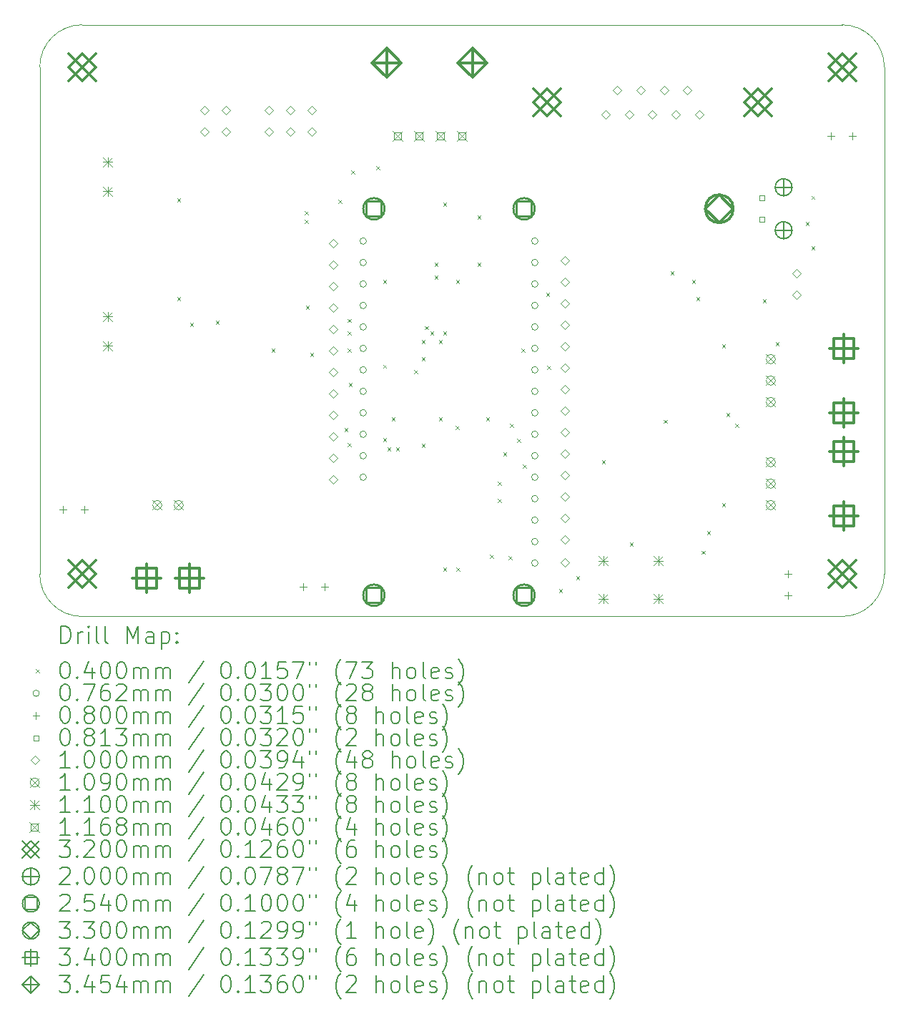
<source format=gbr>
%TF.GenerationSoftware,KiCad,Pcbnew,(6.0.7-1)-1*%
%TF.CreationDate,2022-11-19T18:00:14-08:00*%
%TF.ProjectId,telemetry-pcb,74656c65-6d65-4747-9279-2d7063622e6b,rev?*%
%TF.SameCoordinates,Original*%
%TF.FileFunction,Drillmap*%
%TF.FilePolarity,Positive*%
%FSLAX45Y45*%
G04 Gerber Fmt 4.5, Leading zero omitted, Abs format (unit mm)*
G04 Created by KiCad (PCBNEW (6.0.7-1)-1) date 2022-11-19 18:00:14*
%MOMM*%
%LPD*%
G01*
G04 APERTURE LIST*
%ADD10C,0.100000*%
%ADD11C,0.200000*%
%ADD12C,0.040000*%
%ADD13C,0.076200*%
%ADD14C,0.080000*%
%ADD15C,0.081280*%
%ADD16C,0.109000*%
%ADD17C,0.110000*%
%ADD18C,0.116840*%
%ADD19C,0.320000*%
%ADD20C,0.254000*%
%ADD21C,0.330000*%
%ADD22C,0.340000*%
%ADD23C,0.345440*%
G04 APERTURE END LIST*
D10*
X9000000Y-12000000D02*
G75*
G03*
X9500000Y-12500000I500000J0D01*
G01*
X9000000Y-6000000D02*
X9000000Y-12000000D01*
X9500000Y-5500000D02*
X18500000Y-5500000D01*
X9500000Y-5500000D02*
G75*
G03*
X9000000Y-6000000I0J-500000D01*
G01*
X18500000Y-12500000D02*
G75*
G03*
X19000000Y-12000000I0J500000D01*
G01*
X19000000Y-6000000D02*
X19000000Y-12000000D01*
X9500000Y-12500000D02*
X18500000Y-12500000D01*
X19000000Y-6000000D02*
G75*
G03*
X18500000Y-5500000I-500000J0D01*
G01*
D11*
D12*
X10625140Y-7555550D02*
X10665140Y-7595550D01*
X10665140Y-7555550D02*
X10625140Y-7595550D01*
X10625140Y-8723950D02*
X10665140Y-8763950D01*
X10665140Y-8723950D02*
X10625140Y-8763950D01*
X10777540Y-9028750D02*
X10817540Y-9068750D01*
X10817540Y-9028750D02*
X10777540Y-9068750D01*
X11082340Y-9003350D02*
X11122340Y-9043350D01*
X11122340Y-9003350D02*
X11082340Y-9043350D01*
X11742740Y-9333550D02*
X11782740Y-9373550D01*
X11782740Y-9333550D02*
X11742740Y-9373550D01*
X12134740Y-7707950D02*
X12174740Y-7747950D01*
X12174740Y-7707950D02*
X12134740Y-7747950D01*
X12134740Y-7809550D02*
X12174740Y-7849550D01*
X12174740Y-7809550D02*
X12134740Y-7849550D01*
X12149140Y-8825550D02*
X12189140Y-8865550D01*
X12189140Y-8825550D02*
X12149140Y-8865550D01*
X12199940Y-9384350D02*
X12239940Y-9424350D01*
X12239940Y-9384350D02*
X12199940Y-9424350D01*
X12536340Y-7572350D02*
X12576340Y-7612350D01*
X12576340Y-7572350D02*
X12536340Y-7612350D01*
X12606340Y-10271850D02*
X12646340Y-10311850D01*
X12646340Y-10271850D02*
X12606340Y-10311850D01*
X12642940Y-8979982D02*
X12682940Y-9019982D01*
X12682940Y-8979982D02*
X12642940Y-9019982D01*
X12642940Y-9130350D02*
X12682940Y-9170350D01*
X12682940Y-9130350D02*
X12642940Y-9170350D01*
X12642940Y-9329755D02*
X12682940Y-9369755D01*
X12682940Y-9329755D02*
X12642940Y-9369755D01*
X12642940Y-10451150D02*
X12682940Y-10491150D01*
X12682940Y-10451150D02*
X12642940Y-10491150D01*
X12657140Y-9739950D02*
X12697140Y-9779950D01*
X12697140Y-9739950D02*
X12657140Y-9779950D01*
X12686340Y-7222350D02*
X12726340Y-7262350D01*
X12726340Y-7222350D02*
X12686340Y-7262350D01*
X12986340Y-7172350D02*
X13026340Y-7212350D01*
X13026340Y-7172350D02*
X12986340Y-7212350D01*
X13063540Y-8520750D02*
X13103540Y-8560750D01*
X13103540Y-8520750D02*
X13063540Y-8560750D01*
X13063540Y-9522350D02*
X13103540Y-9562350D01*
X13103540Y-9522350D02*
X13063540Y-9562350D01*
X13063540Y-10389350D02*
X13103540Y-10429350D01*
X13103540Y-10389350D02*
X13063540Y-10429350D01*
X13114340Y-10501950D02*
X13154340Y-10541950D01*
X13154340Y-10501950D02*
X13114340Y-10541950D01*
X13165140Y-10146350D02*
X13205140Y-10186350D01*
X13205140Y-10146350D02*
X13165140Y-10186350D01*
X13215940Y-10501950D02*
X13255940Y-10541950D01*
X13255940Y-10501950D02*
X13215940Y-10541950D01*
X13433540Y-9587550D02*
X13473540Y-9627550D01*
X13473540Y-9587550D02*
X13433540Y-9627550D01*
X13520740Y-9231950D02*
X13560740Y-9271950D01*
X13560740Y-9231950D02*
X13520740Y-9271950D01*
X13520740Y-9435150D02*
X13560740Y-9475150D01*
X13560740Y-9435150D02*
X13520740Y-9475150D01*
X13520740Y-10454550D02*
X13560740Y-10494550D01*
X13560740Y-10454550D02*
X13520740Y-10494550D01*
X13556791Y-9064801D02*
X13596791Y-9104801D01*
X13596791Y-9064801D02*
X13556791Y-9104801D01*
X13622340Y-9130350D02*
X13662340Y-9170350D01*
X13662340Y-9130350D02*
X13622340Y-9170350D01*
X13673140Y-8317550D02*
X13713140Y-8357550D01*
X13713140Y-8317550D02*
X13673140Y-8357550D01*
X13673140Y-8469950D02*
X13713140Y-8509950D01*
X13713140Y-8469950D02*
X13673140Y-8509950D01*
X13723940Y-9231950D02*
X13763940Y-9271950D01*
X13763940Y-9231950D02*
X13723940Y-9271950D01*
X13723940Y-10146350D02*
X13763940Y-10186350D01*
X13763940Y-10146350D02*
X13723940Y-10186350D01*
X13774740Y-7606350D02*
X13814740Y-7646350D01*
X13814740Y-7606350D02*
X13774740Y-7646350D01*
X13774740Y-9130350D02*
X13814740Y-9170350D01*
X13814740Y-9130350D02*
X13774740Y-9170350D01*
X13774740Y-11924350D02*
X13814740Y-11964350D01*
X13814740Y-11924350D02*
X13774740Y-11964350D01*
X13924084Y-10244894D02*
X13964084Y-10284894D01*
X13964084Y-10244894D02*
X13924084Y-10284894D01*
X13927140Y-8520750D02*
X13967140Y-8560750D01*
X13967140Y-8520750D02*
X13927140Y-8560750D01*
X13934940Y-11924350D02*
X13974940Y-11964350D01*
X13974940Y-11924350D02*
X13934940Y-11964350D01*
X14181140Y-7758750D02*
X14221140Y-7798750D01*
X14221140Y-7758750D02*
X14181140Y-7798750D01*
X14181140Y-8317550D02*
X14221140Y-8357550D01*
X14221140Y-8317550D02*
X14181140Y-8357550D01*
X14282740Y-10146350D02*
X14322740Y-10186350D01*
X14322740Y-10146350D02*
X14282740Y-10186350D01*
X14329735Y-11768145D02*
X14369735Y-11808145D01*
X14369735Y-11768145D02*
X14329735Y-11808145D01*
X14420740Y-10908350D02*
X14460740Y-10948350D01*
X14460740Y-10908350D02*
X14420740Y-10948350D01*
X14420740Y-11111550D02*
X14460740Y-11151550D01*
X14460740Y-11111550D02*
X14420740Y-11151550D01*
X14485940Y-10556800D02*
X14525940Y-10596800D01*
X14525940Y-10556800D02*
X14485940Y-10596800D01*
X14550200Y-11785410D02*
X14590200Y-11825410D01*
X14590200Y-11785410D02*
X14550200Y-11825410D01*
X14566837Y-10217853D02*
X14606837Y-10257853D01*
X14606837Y-10217853D02*
X14566837Y-10257853D01*
X14652740Y-10400350D02*
X14692740Y-10440350D01*
X14692740Y-10400350D02*
X14652740Y-10440350D01*
X14703540Y-9333246D02*
X14743540Y-9373246D01*
X14743540Y-9333246D02*
X14703540Y-9373246D01*
X14717940Y-10705150D02*
X14757940Y-10745150D01*
X14757940Y-10705150D02*
X14717940Y-10745150D01*
X14993940Y-8673150D02*
X15033940Y-8713150D01*
X15033940Y-8673150D02*
X14993940Y-8713150D01*
X15008140Y-9536750D02*
X15048140Y-9576750D01*
X15048140Y-9536750D02*
X15008140Y-9576750D01*
X15146340Y-12178350D02*
X15186340Y-12218350D01*
X15186340Y-12178350D02*
X15146340Y-12218350D01*
X15349540Y-12025950D02*
X15389540Y-12065950D01*
X15389540Y-12025950D02*
X15349540Y-12065950D01*
X15654340Y-10654350D02*
X15694340Y-10694350D01*
X15694340Y-10654350D02*
X15654340Y-10694350D01*
X15986340Y-11622350D02*
X16026340Y-11662350D01*
X16026340Y-11622350D02*
X15986340Y-11662350D01*
X16386340Y-10172350D02*
X16426340Y-10212350D01*
X16426340Y-10172350D02*
X16386340Y-10212350D01*
X16467140Y-8419150D02*
X16507140Y-8459150D01*
X16507140Y-8419150D02*
X16467140Y-8459150D01*
X16721140Y-8520750D02*
X16761140Y-8560750D01*
X16761140Y-8520750D02*
X16721140Y-8560750D01*
X16771940Y-8723950D02*
X16811940Y-8763950D01*
X16811940Y-8723950D02*
X16771940Y-8763950D01*
X16836340Y-11722350D02*
X16876340Y-11762350D01*
X16876340Y-11722350D02*
X16836340Y-11762350D01*
X16898940Y-11492550D02*
X16938940Y-11532550D01*
X16938940Y-11492550D02*
X16898940Y-11532550D01*
X17076740Y-9282750D02*
X17116740Y-9322750D01*
X17116740Y-9282750D02*
X17076740Y-9322750D01*
X17076740Y-11162350D02*
X17116740Y-11202350D01*
X17116740Y-11162350D02*
X17076740Y-11202350D01*
X17127540Y-10095550D02*
X17167540Y-10135550D01*
X17167540Y-10095550D02*
X17127540Y-10135550D01*
X17236340Y-10222350D02*
X17276340Y-10262350D01*
X17276340Y-10222350D02*
X17236340Y-10262350D01*
X17559340Y-8749350D02*
X17599340Y-8789350D01*
X17599340Y-8749350D02*
X17559340Y-8789350D01*
X17711740Y-9257350D02*
X17751740Y-9297350D01*
X17751740Y-9257350D02*
X17711740Y-9297350D01*
X18067340Y-7834950D02*
X18107340Y-7874950D01*
X18107340Y-7834950D02*
X18067340Y-7874950D01*
X18136340Y-7522350D02*
X18176340Y-7562350D01*
X18176340Y-7522350D02*
X18136340Y-7562350D01*
X18136340Y-8122350D02*
X18176340Y-8162350D01*
X18176340Y-8122350D02*
X18136340Y-8162350D01*
D13*
X12867640Y-8058150D02*
G75*
G03*
X12867640Y-8058150I-38100J0D01*
G01*
X12867640Y-8312150D02*
G75*
G03*
X12867640Y-8312150I-38100J0D01*
G01*
X12867640Y-8566150D02*
G75*
G03*
X12867640Y-8566150I-38100J0D01*
G01*
X12867640Y-8820150D02*
G75*
G03*
X12867640Y-8820150I-38100J0D01*
G01*
X12867640Y-9074150D02*
G75*
G03*
X12867640Y-9074150I-38100J0D01*
G01*
X12867640Y-9328150D02*
G75*
G03*
X12867640Y-9328150I-38100J0D01*
G01*
X12867640Y-9582150D02*
G75*
G03*
X12867640Y-9582150I-38100J0D01*
G01*
X12867640Y-9836150D02*
G75*
G03*
X12867640Y-9836150I-38100J0D01*
G01*
X12867640Y-10090150D02*
G75*
G03*
X12867640Y-10090150I-38100J0D01*
G01*
X12867640Y-10344150D02*
G75*
G03*
X12867640Y-10344150I-38100J0D01*
G01*
X12867640Y-10598150D02*
G75*
G03*
X12867640Y-10598150I-38100J0D01*
G01*
X12867640Y-10852150D02*
G75*
G03*
X12867640Y-10852150I-38100J0D01*
G01*
X14899640Y-8058150D02*
G75*
G03*
X14899640Y-8058150I-38100J0D01*
G01*
X14899640Y-8312150D02*
G75*
G03*
X14899640Y-8312150I-38100J0D01*
G01*
X14899640Y-8566150D02*
G75*
G03*
X14899640Y-8566150I-38100J0D01*
G01*
X14899640Y-8820150D02*
G75*
G03*
X14899640Y-8820150I-38100J0D01*
G01*
X14899640Y-9074150D02*
G75*
G03*
X14899640Y-9074150I-38100J0D01*
G01*
X14899640Y-9328150D02*
G75*
G03*
X14899640Y-9328150I-38100J0D01*
G01*
X14899640Y-9582150D02*
G75*
G03*
X14899640Y-9582150I-38100J0D01*
G01*
X14899640Y-9836150D02*
G75*
G03*
X14899640Y-9836150I-38100J0D01*
G01*
X14899640Y-10090150D02*
G75*
G03*
X14899640Y-10090150I-38100J0D01*
G01*
X14899640Y-10344150D02*
G75*
G03*
X14899640Y-10344150I-38100J0D01*
G01*
X14899640Y-10598150D02*
G75*
G03*
X14899640Y-10598150I-38100J0D01*
G01*
X14899640Y-10852150D02*
G75*
G03*
X14899640Y-10852150I-38100J0D01*
G01*
X14899640Y-11106150D02*
G75*
G03*
X14899640Y-11106150I-38100J0D01*
G01*
X14899640Y-11360150D02*
G75*
G03*
X14899640Y-11360150I-38100J0D01*
G01*
X14899640Y-11614150D02*
G75*
G03*
X14899640Y-11614150I-38100J0D01*
G01*
X14899640Y-11868150D02*
G75*
G03*
X14899640Y-11868150I-38100J0D01*
G01*
D14*
X9273540Y-11193150D02*
X9273540Y-11273150D01*
X9233540Y-11233150D02*
X9313540Y-11233150D01*
X9527540Y-11193150D02*
X9527540Y-11273150D01*
X9487540Y-11233150D02*
X9567540Y-11233150D01*
X12118340Y-12107550D02*
X12118340Y-12187550D01*
X12078340Y-12147550D02*
X12158340Y-12147550D01*
X12372340Y-12107550D02*
X12372340Y-12187550D01*
X12332340Y-12147550D02*
X12412340Y-12147550D01*
X17858740Y-11955150D02*
X17858740Y-12035150D01*
X17818740Y-11995150D02*
X17898740Y-11995150D01*
X17858740Y-12209150D02*
X17858740Y-12289150D01*
X17818740Y-12249150D02*
X17898740Y-12249150D01*
X18366740Y-6773550D02*
X18366740Y-6853550D01*
X18326740Y-6813550D02*
X18406740Y-6813550D01*
X18620740Y-6773550D02*
X18620740Y-6853550D01*
X18580740Y-6813550D02*
X18660740Y-6813550D01*
D15*
X17582677Y-7578887D02*
X17582677Y-7521413D01*
X17525203Y-7521413D01*
X17525203Y-7578887D01*
X17582677Y-7578887D01*
X17582677Y-7832887D02*
X17582677Y-7775413D01*
X17525203Y-7775413D01*
X17525203Y-7832887D01*
X17582677Y-7832887D01*
D10*
X10949940Y-6558750D02*
X10999940Y-6508750D01*
X10949940Y-6458750D01*
X10899940Y-6508750D01*
X10949940Y-6558750D01*
X10949940Y-6812750D02*
X10999940Y-6762750D01*
X10949940Y-6712750D01*
X10899940Y-6762750D01*
X10949940Y-6812750D01*
X11203940Y-6558750D02*
X11253940Y-6508750D01*
X11203940Y-6458750D01*
X11153940Y-6508750D01*
X11203940Y-6558750D01*
X11203940Y-6812750D02*
X11253940Y-6762750D01*
X11203940Y-6712750D01*
X11153940Y-6762750D01*
X11203940Y-6812750D01*
X11711940Y-6558750D02*
X11761940Y-6508750D01*
X11711940Y-6458750D01*
X11661940Y-6508750D01*
X11711940Y-6558750D01*
X11711940Y-6812750D02*
X11761940Y-6762750D01*
X11711940Y-6712750D01*
X11661940Y-6762750D01*
X11711940Y-6812750D01*
X11965940Y-6558750D02*
X12015940Y-6508750D01*
X11965940Y-6458750D01*
X11915940Y-6508750D01*
X11965940Y-6558750D01*
X11965940Y-6812750D02*
X12015940Y-6762750D01*
X11965940Y-6712750D01*
X11915940Y-6762750D01*
X11965940Y-6812750D01*
X12219940Y-6558750D02*
X12269940Y-6508750D01*
X12219940Y-6458750D01*
X12169940Y-6508750D01*
X12219940Y-6558750D01*
X12219940Y-6812750D02*
X12269940Y-6762750D01*
X12219940Y-6712750D01*
X12169940Y-6762750D01*
X12219940Y-6812750D01*
X12473940Y-8133550D02*
X12523940Y-8083550D01*
X12473940Y-8033550D01*
X12423940Y-8083550D01*
X12473940Y-8133550D01*
X12473940Y-8387550D02*
X12523940Y-8337550D01*
X12473940Y-8287550D01*
X12423940Y-8337550D01*
X12473940Y-8387550D01*
X12473940Y-8641550D02*
X12523940Y-8591550D01*
X12473940Y-8541550D01*
X12423940Y-8591550D01*
X12473940Y-8641550D01*
X12473940Y-8895550D02*
X12523940Y-8845550D01*
X12473940Y-8795550D01*
X12423940Y-8845550D01*
X12473940Y-8895550D01*
X12473940Y-9149550D02*
X12523940Y-9099550D01*
X12473940Y-9049550D01*
X12423940Y-9099550D01*
X12473940Y-9149550D01*
X12473940Y-9403550D02*
X12523940Y-9353550D01*
X12473940Y-9303550D01*
X12423940Y-9353550D01*
X12473940Y-9403550D01*
X12473940Y-9657550D02*
X12523940Y-9607550D01*
X12473940Y-9557550D01*
X12423940Y-9607550D01*
X12473940Y-9657550D01*
X12473940Y-9911550D02*
X12523940Y-9861550D01*
X12473940Y-9811550D01*
X12423940Y-9861550D01*
X12473940Y-9911550D01*
X12473940Y-10165550D02*
X12523940Y-10115550D01*
X12473940Y-10065550D01*
X12423940Y-10115550D01*
X12473940Y-10165550D01*
X12473940Y-10419550D02*
X12523940Y-10369550D01*
X12473940Y-10319550D01*
X12423940Y-10369550D01*
X12473940Y-10419550D01*
X12473940Y-10673550D02*
X12523940Y-10623550D01*
X12473940Y-10573550D01*
X12423940Y-10623550D01*
X12473940Y-10673550D01*
X12473940Y-10927550D02*
X12523940Y-10877550D01*
X12473940Y-10827550D01*
X12423940Y-10877550D01*
X12473940Y-10927550D01*
X15217140Y-8336750D02*
X15267140Y-8286750D01*
X15217140Y-8236750D01*
X15167140Y-8286750D01*
X15217140Y-8336750D01*
X15217140Y-8590750D02*
X15267140Y-8540750D01*
X15217140Y-8490750D01*
X15167140Y-8540750D01*
X15217140Y-8590750D01*
X15217140Y-8844750D02*
X15267140Y-8794750D01*
X15217140Y-8744750D01*
X15167140Y-8794750D01*
X15217140Y-8844750D01*
X15217140Y-9098750D02*
X15267140Y-9048750D01*
X15217140Y-8998750D01*
X15167140Y-9048750D01*
X15217140Y-9098750D01*
X15217140Y-9352750D02*
X15267140Y-9302750D01*
X15217140Y-9252750D01*
X15167140Y-9302750D01*
X15217140Y-9352750D01*
X15217140Y-9606750D02*
X15267140Y-9556750D01*
X15217140Y-9506750D01*
X15167140Y-9556750D01*
X15217140Y-9606750D01*
X15217140Y-9860750D02*
X15267140Y-9810750D01*
X15217140Y-9760750D01*
X15167140Y-9810750D01*
X15217140Y-9860750D01*
X15217140Y-10114750D02*
X15267140Y-10064750D01*
X15217140Y-10014750D01*
X15167140Y-10064750D01*
X15217140Y-10114750D01*
X15217140Y-10368750D02*
X15267140Y-10318750D01*
X15217140Y-10268750D01*
X15167140Y-10318750D01*
X15217140Y-10368750D01*
X15217140Y-10622750D02*
X15267140Y-10572750D01*
X15217140Y-10522750D01*
X15167140Y-10572750D01*
X15217140Y-10622750D01*
X15217140Y-10876750D02*
X15267140Y-10826750D01*
X15217140Y-10776750D01*
X15167140Y-10826750D01*
X15217140Y-10876750D01*
X15217140Y-11130750D02*
X15267140Y-11080750D01*
X15217140Y-11030750D01*
X15167140Y-11080750D01*
X15217140Y-11130750D01*
X15217140Y-11384750D02*
X15267140Y-11334750D01*
X15217140Y-11284750D01*
X15167140Y-11334750D01*
X15217140Y-11384750D01*
X15217140Y-11638750D02*
X15267140Y-11588750D01*
X15217140Y-11538750D01*
X15167140Y-11588750D01*
X15217140Y-11638750D01*
X15217140Y-11914550D02*
X15267140Y-11864550D01*
X15217140Y-11814550D01*
X15167140Y-11864550D01*
X15217140Y-11914550D01*
X15699740Y-6609550D02*
X15749740Y-6559550D01*
X15699740Y-6509550D01*
X15649740Y-6559550D01*
X15699740Y-6609550D01*
X15838240Y-6325550D02*
X15888240Y-6275550D01*
X15838240Y-6225550D01*
X15788240Y-6275550D01*
X15838240Y-6325550D01*
X15976740Y-6609550D02*
X16026740Y-6559550D01*
X15976740Y-6509550D01*
X15926740Y-6559550D01*
X15976740Y-6609550D01*
X16115240Y-6325550D02*
X16165240Y-6275550D01*
X16115240Y-6225550D01*
X16065240Y-6275550D01*
X16115240Y-6325550D01*
X16253740Y-6609550D02*
X16303740Y-6559550D01*
X16253740Y-6509550D01*
X16203740Y-6559550D01*
X16253740Y-6609550D01*
X16392240Y-6325550D02*
X16442240Y-6275550D01*
X16392240Y-6225550D01*
X16342240Y-6275550D01*
X16392240Y-6325550D01*
X16530740Y-6609550D02*
X16580740Y-6559550D01*
X16530740Y-6509550D01*
X16480740Y-6559550D01*
X16530740Y-6609550D01*
X16669240Y-6325550D02*
X16719240Y-6275550D01*
X16669240Y-6225550D01*
X16619240Y-6275550D01*
X16669240Y-6325550D01*
X16807740Y-6609550D02*
X16857740Y-6559550D01*
X16807740Y-6509550D01*
X16757740Y-6559550D01*
X16807740Y-6609550D01*
X17960340Y-8489150D02*
X18010340Y-8439150D01*
X17960340Y-8389150D01*
X17910340Y-8439150D01*
X17960340Y-8489150D01*
X17960340Y-8743150D02*
X18010340Y-8693150D01*
X17960340Y-8643150D01*
X17910340Y-8693150D01*
X17960340Y-8743150D01*
D16*
X10336640Y-11127950D02*
X10445640Y-11236950D01*
X10445640Y-11127950D02*
X10336640Y-11236950D01*
X10445640Y-11182450D02*
G75*
G03*
X10445640Y-11182450I-54500J0D01*
G01*
X10590640Y-11127950D02*
X10699640Y-11236950D01*
X10699640Y-11127950D02*
X10590640Y-11236950D01*
X10699640Y-11182450D02*
G75*
G03*
X10699640Y-11182450I-54500J0D01*
G01*
X17601140Y-9400650D02*
X17710140Y-9509650D01*
X17710140Y-9400650D02*
X17601140Y-9509650D01*
X17710140Y-9455150D02*
G75*
G03*
X17710140Y-9455150I-54500J0D01*
G01*
X17601140Y-9654650D02*
X17710140Y-9763650D01*
X17710140Y-9654650D02*
X17601140Y-9763650D01*
X17710140Y-9709150D02*
G75*
G03*
X17710140Y-9709150I-54500J0D01*
G01*
X17601140Y-9908650D02*
X17710140Y-10017650D01*
X17710140Y-9908650D02*
X17601140Y-10017650D01*
X17710140Y-9963150D02*
G75*
G03*
X17710140Y-9963150I-54500J0D01*
G01*
X17601140Y-10619850D02*
X17710140Y-10728850D01*
X17710140Y-10619850D02*
X17601140Y-10728850D01*
X17710140Y-10674350D02*
G75*
G03*
X17710140Y-10674350I-54500J0D01*
G01*
X17601140Y-10873850D02*
X17710140Y-10982850D01*
X17710140Y-10873850D02*
X17601140Y-10982850D01*
X17710140Y-10928350D02*
G75*
G03*
X17710140Y-10928350I-54500J0D01*
G01*
X17601140Y-11127850D02*
X17710140Y-11236850D01*
X17710140Y-11127850D02*
X17601140Y-11236850D01*
X17710140Y-11182350D02*
G75*
G03*
X17710140Y-11182350I-54500J0D01*
G01*
D17*
X9751940Y-7066150D02*
X9861940Y-7176150D01*
X9861940Y-7066150D02*
X9751940Y-7176150D01*
X9806940Y-7066150D02*
X9806940Y-7176150D01*
X9751940Y-7121150D02*
X9861940Y-7121150D01*
X9751940Y-7416150D02*
X9861940Y-7526150D01*
X9861940Y-7416150D02*
X9751940Y-7526150D01*
X9806940Y-7416150D02*
X9806940Y-7526150D01*
X9751940Y-7471150D02*
X9861940Y-7471150D01*
X9751940Y-8894950D02*
X9861940Y-9004950D01*
X9861940Y-8894950D02*
X9751940Y-9004950D01*
X9806940Y-8894950D02*
X9806940Y-9004950D01*
X9751940Y-8949950D02*
X9861940Y-8949950D01*
X9751940Y-9244950D02*
X9861940Y-9354950D01*
X9861940Y-9244950D02*
X9751940Y-9354950D01*
X9806940Y-9244950D02*
X9806940Y-9354950D01*
X9751940Y-9299950D02*
X9861940Y-9299950D01*
X15619340Y-11787750D02*
X15729340Y-11897750D01*
X15729340Y-11787750D02*
X15619340Y-11897750D01*
X15674340Y-11787750D02*
X15674340Y-11897750D01*
X15619340Y-11842750D02*
X15729340Y-11842750D01*
X15619340Y-12237750D02*
X15729340Y-12347750D01*
X15729340Y-12237750D02*
X15619340Y-12347750D01*
X15674340Y-12237750D02*
X15674340Y-12347750D01*
X15619340Y-12292750D02*
X15729340Y-12292750D01*
X16269340Y-11787750D02*
X16379340Y-11897750D01*
X16379340Y-11787750D02*
X16269340Y-11897750D01*
X16324340Y-11787750D02*
X16324340Y-11897750D01*
X16269340Y-11842750D02*
X16379340Y-11842750D01*
X16269340Y-12237750D02*
X16379340Y-12347750D01*
X16379340Y-12237750D02*
X16269340Y-12347750D01*
X16324340Y-12237750D02*
X16324340Y-12347750D01*
X16269340Y-12292750D02*
X16379340Y-12292750D01*
D18*
X13177520Y-6755130D02*
X13294360Y-6871970D01*
X13294360Y-6755130D02*
X13177520Y-6871970D01*
X13277250Y-6854860D02*
X13277250Y-6772240D01*
X13194630Y-6772240D01*
X13194630Y-6854860D01*
X13277250Y-6854860D01*
X13431520Y-6755130D02*
X13548360Y-6871970D01*
X13548360Y-6755130D02*
X13431520Y-6871970D01*
X13531250Y-6854860D02*
X13531250Y-6772240D01*
X13448630Y-6772240D01*
X13448630Y-6854860D01*
X13531250Y-6854860D01*
X13685520Y-6755130D02*
X13802360Y-6871970D01*
X13802360Y-6755130D02*
X13685520Y-6871970D01*
X13785250Y-6854860D02*
X13785250Y-6772240D01*
X13702630Y-6772240D01*
X13702630Y-6854860D01*
X13785250Y-6854860D01*
X13939520Y-6755130D02*
X14056360Y-6871970D01*
X14056360Y-6755130D02*
X13939520Y-6871970D01*
X14039250Y-6854860D02*
X14039250Y-6772240D01*
X13956630Y-6772240D01*
X13956630Y-6854860D01*
X14039250Y-6854860D01*
D19*
X9340000Y-5840000D02*
X9660000Y-6160000D01*
X9660000Y-5840000D02*
X9340000Y-6160000D01*
X9500000Y-6160000D02*
X9660000Y-6000000D01*
X9500000Y-5840000D01*
X9340000Y-6000000D01*
X9500000Y-6160000D01*
X9340000Y-11840000D02*
X9660000Y-12160000D01*
X9660000Y-11840000D02*
X9340000Y-12160000D01*
X9500000Y-12160000D02*
X9660000Y-12000000D01*
X9500000Y-11840000D01*
X9340000Y-12000000D01*
X9500000Y-12160000D01*
X14843740Y-6257550D02*
X15163740Y-6577550D01*
X15163740Y-6257550D02*
X14843740Y-6577550D01*
X15003740Y-6577550D02*
X15163740Y-6417550D01*
X15003740Y-6257550D01*
X14843740Y-6417550D01*
X15003740Y-6577550D01*
X17343740Y-6257550D02*
X17663740Y-6577550D01*
X17663740Y-6257550D02*
X17343740Y-6577550D01*
X17503740Y-6577550D02*
X17663740Y-6417550D01*
X17503740Y-6257550D01*
X17343740Y-6417550D01*
X17503740Y-6577550D01*
X18340000Y-5840000D02*
X18660000Y-6160000D01*
X18660000Y-5840000D02*
X18340000Y-6160000D01*
X18500000Y-6160000D02*
X18660000Y-6000000D01*
X18500000Y-5840000D01*
X18340000Y-6000000D01*
X18500000Y-6160000D01*
X18340000Y-11840000D02*
X18660000Y-12160000D01*
X18660000Y-11840000D02*
X18340000Y-12160000D01*
X18500000Y-12160000D02*
X18660000Y-12000000D01*
X18500000Y-11840000D01*
X18340000Y-12000000D01*
X18500000Y-12160000D01*
D11*
X17807940Y-7322150D02*
X17807940Y-7522150D01*
X17707940Y-7422150D02*
X17907940Y-7422150D01*
X17907940Y-7422150D02*
G75*
G03*
X17907940Y-7422150I-100000J0D01*
G01*
X17807940Y-7830150D02*
X17807940Y-8030150D01*
X17707940Y-7930150D02*
X17907940Y-7930150D01*
X17907940Y-7930150D02*
G75*
G03*
X17907940Y-7930150I-100000J0D01*
G01*
D20*
X13046343Y-7766953D02*
X13046343Y-7587347D01*
X12866737Y-7587347D01*
X12866737Y-7766953D01*
X13046343Y-7766953D01*
X13083540Y-7677150D02*
G75*
G03*
X13083540Y-7677150I-127000J0D01*
G01*
X13046343Y-12338953D02*
X13046343Y-12159347D01*
X12866737Y-12159347D01*
X12866737Y-12338953D01*
X13046343Y-12338953D01*
X13083540Y-12249150D02*
G75*
G03*
X13083540Y-12249150I-127000J0D01*
G01*
X14824343Y-7766953D02*
X14824343Y-7587347D01*
X14644737Y-7587347D01*
X14644737Y-7766953D01*
X14824343Y-7766953D01*
X14861540Y-7677150D02*
G75*
G03*
X14861540Y-7677150I-127000J0D01*
G01*
X14824343Y-12338953D02*
X14824343Y-12159347D01*
X14644737Y-12159347D01*
X14644737Y-12338953D01*
X14824343Y-12338953D01*
X14861540Y-12249150D02*
G75*
G03*
X14861540Y-12249150I-127000J0D01*
G01*
D21*
X17045940Y-7841150D02*
X17210940Y-7676150D01*
X17045940Y-7511150D01*
X16880940Y-7676150D01*
X17045940Y-7841150D01*
X17210940Y-7676150D02*
G75*
G03*
X17210940Y-7676150I-165000J0D01*
G01*
D22*
X10264140Y-11876450D02*
X10264140Y-12216450D01*
X10094140Y-12046450D02*
X10434140Y-12046450D01*
X10384349Y-12166659D02*
X10384349Y-11926241D01*
X10143931Y-11926241D01*
X10143931Y-12166659D01*
X10384349Y-12166659D01*
X10772140Y-11876450D02*
X10772140Y-12216450D01*
X10602140Y-12046450D02*
X10942140Y-12046450D01*
X10892349Y-12166659D02*
X10892349Y-11926241D01*
X10651931Y-11926241D01*
X10651931Y-12166659D01*
X10892349Y-12166659D01*
X18519640Y-9158150D02*
X18519640Y-9498150D01*
X18349640Y-9328150D02*
X18689640Y-9328150D01*
X18639849Y-9448359D02*
X18639849Y-9207941D01*
X18399431Y-9207941D01*
X18399431Y-9448359D01*
X18639849Y-9448359D01*
X18519640Y-9920150D02*
X18519640Y-10260150D01*
X18349640Y-10090150D02*
X18689640Y-10090150D01*
X18639849Y-10210359D02*
X18639849Y-9969941D01*
X18399431Y-9969941D01*
X18399431Y-10210359D01*
X18639849Y-10210359D01*
X18519640Y-10377350D02*
X18519640Y-10717350D01*
X18349640Y-10547350D02*
X18689640Y-10547350D01*
X18639849Y-10667559D02*
X18639849Y-10427141D01*
X18399431Y-10427141D01*
X18399431Y-10667559D01*
X18639849Y-10667559D01*
X18519640Y-11139350D02*
X18519640Y-11479350D01*
X18349640Y-11309350D02*
X18689640Y-11309350D01*
X18639849Y-11429559D02*
X18639849Y-11189141D01*
X18399431Y-11189141D01*
X18399431Y-11429559D01*
X18639849Y-11429559D01*
D23*
X13108940Y-5776830D02*
X13108940Y-6122270D01*
X12936220Y-5949550D02*
X13281660Y-5949550D01*
X13108940Y-6122270D02*
X13281660Y-5949550D01*
X13108940Y-5776830D01*
X12936220Y-5949550D01*
X13108940Y-6122270D01*
X14124940Y-5776830D02*
X14124940Y-6122270D01*
X13952220Y-5949550D02*
X14297660Y-5949550D01*
X14124940Y-6122270D02*
X14297660Y-5949550D01*
X14124940Y-5776830D01*
X13952220Y-5949550D01*
X14124940Y-6122270D01*
D11*
X9252619Y-12815476D02*
X9252619Y-12615476D01*
X9300238Y-12615476D01*
X9328810Y-12625000D01*
X9347857Y-12644048D01*
X9357381Y-12663095D01*
X9366905Y-12701190D01*
X9366905Y-12729762D01*
X9357381Y-12767857D01*
X9347857Y-12786905D01*
X9328810Y-12805952D01*
X9300238Y-12815476D01*
X9252619Y-12815476D01*
X9452619Y-12815476D02*
X9452619Y-12682143D01*
X9452619Y-12720238D02*
X9462143Y-12701190D01*
X9471667Y-12691667D01*
X9490714Y-12682143D01*
X9509762Y-12682143D01*
X9576429Y-12815476D02*
X9576429Y-12682143D01*
X9576429Y-12615476D02*
X9566905Y-12625000D01*
X9576429Y-12634524D01*
X9585952Y-12625000D01*
X9576429Y-12615476D01*
X9576429Y-12634524D01*
X9700238Y-12815476D02*
X9681190Y-12805952D01*
X9671667Y-12786905D01*
X9671667Y-12615476D01*
X9805000Y-12815476D02*
X9785952Y-12805952D01*
X9776429Y-12786905D01*
X9776429Y-12615476D01*
X10033571Y-12815476D02*
X10033571Y-12615476D01*
X10100238Y-12758333D01*
X10166905Y-12615476D01*
X10166905Y-12815476D01*
X10347857Y-12815476D02*
X10347857Y-12710714D01*
X10338333Y-12691667D01*
X10319286Y-12682143D01*
X10281190Y-12682143D01*
X10262143Y-12691667D01*
X10347857Y-12805952D02*
X10328810Y-12815476D01*
X10281190Y-12815476D01*
X10262143Y-12805952D01*
X10252619Y-12786905D01*
X10252619Y-12767857D01*
X10262143Y-12748809D01*
X10281190Y-12739286D01*
X10328810Y-12739286D01*
X10347857Y-12729762D01*
X10443095Y-12682143D02*
X10443095Y-12882143D01*
X10443095Y-12691667D02*
X10462143Y-12682143D01*
X10500238Y-12682143D01*
X10519286Y-12691667D01*
X10528810Y-12701190D01*
X10538333Y-12720238D01*
X10538333Y-12777381D01*
X10528810Y-12796428D01*
X10519286Y-12805952D01*
X10500238Y-12815476D01*
X10462143Y-12815476D01*
X10443095Y-12805952D01*
X10624048Y-12796428D02*
X10633571Y-12805952D01*
X10624048Y-12815476D01*
X10614524Y-12805952D01*
X10624048Y-12796428D01*
X10624048Y-12815476D01*
X10624048Y-12691667D02*
X10633571Y-12701190D01*
X10624048Y-12710714D01*
X10614524Y-12701190D01*
X10624048Y-12691667D01*
X10624048Y-12710714D01*
D12*
X8955000Y-13125000D02*
X8995000Y-13165000D01*
X8995000Y-13125000D02*
X8955000Y-13165000D01*
D11*
X9290714Y-13035476D02*
X9309762Y-13035476D01*
X9328810Y-13045000D01*
X9338333Y-13054524D01*
X9347857Y-13073571D01*
X9357381Y-13111667D01*
X9357381Y-13159286D01*
X9347857Y-13197381D01*
X9338333Y-13216428D01*
X9328810Y-13225952D01*
X9309762Y-13235476D01*
X9290714Y-13235476D01*
X9271667Y-13225952D01*
X9262143Y-13216428D01*
X9252619Y-13197381D01*
X9243095Y-13159286D01*
X9243095Y-13111667D01*
X9252619Y-13073571D01*
X9262143Y-13054524D01*
X9271667Y-13045000D01*
X9290714Y-13035476D01*
X9443095Y-13216428D02*
X9452619Y-13225952D01*
X9443095Y-13235476D01*
X9433571Y-13225952D01*
X9443095Y-13216428D01*
X9443095Y-13235476D01*
X9624048Y-13102143D02*
X9624048Y-13235476D01*
X9576429Y-13025952D02*
X9528810Y-13168809D01*
X9652619Y-13168809D01*
X9766905Y-13035476D02*
X9785952Y-13035476D01*
X9805000Y-13045000D01*
X9814524Y-13054524D01*
X9824048Y-13073571D01*
X9833571Y-13111667D01*
X9833571Y-13159286D01*
X9824048Y-13197381D01*
X9814524Y-13216428D01*
X9805000Y-13225952D01*
X9785952Y-13235476D01*
X9766905Y-13235476D01*
X9747857Y-13225952D01*
X9738333Y-13216428D01*
X9728810Y-13197381D01*
X9719286Y-13159286D01*
X9719286Y-13111667D01*
X9728810Y-13073571D01*
X9738333Y-13054524D01*
X9747857Y-13045000D01*
X9766905Y-13035476D01*
X9957381Y-13035476D02*
X9976429Y-13035476D01*
X9995476Y-13045000D01*
X10005000Y-13054524D01*
X10014524Y-13073571D01*
X10024048Y-13111667D01*
X10024048Y-13159286D01*
X10014524Y-13197381D01*
X10005000Y-13216428D01*
X9995476Y-13225952D01*
X9976429Y-13235476D01*
X9957381Y-13235476D01*
X9938333Y-13225952D01*
X9928810Y-13216428D01*
X9919286Y-13197381D01*
X9909762Y-13159286D01*
X9909762Y-13111667D01*
X9919286Y-13073571D01*
X9928810Y-13054524D01*
X9938333Y-13045000D01*
X9957381Y-13035476D01*
X10109762Y-13235476D02*
X10109762Y-13102143D01*
X10109762Y-13121190D02*
X10119286Y-13111667D01*
X10138333Y-13102143D01*
X10166905Y-13102143D01*
X10185952Y-13111667D01*
X10195476Y-13130714D01*
X10195476Y-13235476D01*
X10195476Y-13130714D02*
X10205000Y-13111667D01*
X10224048Y-13102143D01*
X10252619Y-13102143D01*
X10271667Y-13111667D01*
X10281190Y-13130714D01*
X10281190Y-13235476D01*
X10376429Y-13235476D02*
X10376429Y-13102143D01*
X10376429Y-13121190D02*
X10385952Y-13111667D01*
X10405000Y-13102143D01*
X10433571Y-13102143D01*
X10452619Y-13111667D01*
X10462143Y-13130714D01*
X10462143Y-13235476D01*
X10462143Y-13130714D02*
X10471667Y-13111667D01*
X10490714Y-13102143D01*
X10519286Y-13102143D01*
X10538333Y-13111667D01*
X10547857Y-13130714D01*
X10547857Y-13235476D01*
X10938333Y-13025952D02*
X10766905Y-13283095D01*
X11195476Y-13035476D02*
X11214524Y-13035476D01*
X11233571Y-13045000D01*
X11243095Y-13054524D01*
X11252619Y-13073571D01*
X11262143Y-13111667D01*
X11262143Y-13159286D01*
X11252619Y-13197381D01*
X11243095Y-13216428D01*
X11233571Y-13225952D01*
X11214524Y-13235476D01*
X11195476Y-13235476D01*
X11176429Y-13225952D01*
X11166905Y-13216428D01*
X11157381Y-13197381D01*
X11147857Y-13159286D01*
X11147857Y-13111667D01*
X11157381Y-13073571D01*
X11166905Y-13054524D01*
X11176429Y-13045000D01*
X11195476Y-13035476D01*
X11347857Y-13216428D02*
X11357381Y-13225952D01*
X11347857Y-13235476D01*
X11338333Y-13225952D01*
X11347857Y-13216428D01*
X11347857Y-13235476D01*
X11481190Y-13035476D02*
X11500238Y-13035476D01*
X11519286Y-13045000D01*
X11528809Y-13054524D01*
X11538333Y-13073571D01*
X11547857Y-13111667D01*
X11547857Y-13159286D01*
X11538333Y-13197381D01*
X11528809Y-13216428D01*
X11519286Y-13225952D01*
X11500238Y-13235476D01*
X11481190Y-13235476D01*
X11462143Y-13225952D01*
X11452619Y-13216428D01*
X11443095Y-13197381D01*
X11433571Y-13159286D01*
X11433571Y-13111667D01*
X11443095Y-13073571D01*
X11452619Y-13054524D01*
X11462143Y-13045000D01*
X11481190Y-13035476D01*
X11738333Y-13235476D02*
X11624048Y-13235476D01*
X11681190Y-13235476D02*
X11681190Y-13035476D01*
X11662143Y-13064048D01*
X11643095Y-13083095D01*
X11624048Y-13092619D01*
X11919286Y-13035476D02*
X11824048Y-13035476D01*
X11814524Y-13130714D01*
X11824048Y-13121190D01*
X11843095Y-13111667D01*
X11890714Y-13111667D01*
X11909762Y-13121190D01*
X11919286Y-13130714D01*
X11928809Y-13149762D01*
X11928809Y-13197381D01*
X11919286Y-13216428D01*
X11909762Y-13225952D01*
X11890714Y-13235476D01*
X11843095Y-13235476D01*
X11824048Y-13225952D01*
X11814524Y-13216428D01*
X11995476Y-13035476D02*
X12128809Y-13035476D01*
X12043095Y-13235476D01*
X12195476Y-13035476D02*
X12195476Y-13073571D01*
X12271667Y-13035476D02*
X12271667Y-13073571D01*
X12566905Y-13311667D02*
X12557381Y-13302143D01*
X12538333Y-13273571D01*
X12528809Y-13254524D01*
X12519286Y-13225952D01*
X12509762Y-13178333D01*
X12509762Y-13140238D01*
X12519286Y-13092619D01*
X12528809Y-13064048D01*
X12538333Y-13045000D01*
X12557381Y-13016428D01*
X12566905Y-13006905D01*
X12624048Y-13035476D02*
X12757381Y-13035476D01*
X12671667Y-13235476D01*
X12814524Y-13035476D02*
X12938333Y-13035476D01*
X12871667Y-13111667D01*
X12900238Y-13111667D01*
X12919286Y-13121190D01*
X12928809Y-13130714D01*
X12938333Y-13149762D01*
X12938333Y-13197381D01*
X12928809Y-13216428D01*
X12919286Y-13225952D01*
X12900238Y-13235476D01*
X12843095Y-13235476D01*
X12824048Y-13225952D01*
X12814524Y-13216428D01*
X13176428Y-13235476D02*
X13176428Y-13035476D01*
X13262143Y-13235476D02*
X13262143Y-13130714D01*
X13252619Y-13111667D01*
X13233571Y-13102143D01*
X13205000Y-13102143D01*
X13185952Y-13111667D01*
X13176428Y-13121190D01*
X13385952Y-13235476D02*
X13366905Y-13225952D01*
X13357381Y-13216428D01*
X13347857Y-13197381D01*
X13347857Y-13140238D01*
X13357381Y-13121190D01*
X13366905Y-13111667D01*
X13385952Y-13102143D01*
X13414524Y-13102143D01*
X13433571Y-13111667D01*
X13443095Y-13121190D01*
X13452619Y-13140238D01*
X13452619Y-13197381D01*
X13443095Y-13216428D01*
X13433571Y-13225952D01*
X13414524Y-13235476D01*
X13385952Y-13235476D01*
X13566905Y-13235476D02*
X13547857Y-13225952D01*
X13538333Y-13206905D01*
X13538333Y-13035476D01*
X13719286Y-13225952D02*
X13700238Y-13235476D01*
X13662143Y-13235476D01*
X13643095Y-13225952D01*
X13633571Y-13206905D01*
X13633571Y-13130714D01*
X13643095Y-13111667D01*
X13662143Y-13102143D01*
X13700238Y-13102143D01*
X13719286Y-13111667D01*
X13728809Y-13130714D01*
X13728809Y-13149762D01*
X13633571Y-13168809D01*
X13805000Y-13225952D02*
X13824048Y-13235476D01*
X13862143Y-13235476D01*
X13881190Y-13225952D01*
X13890714Y-13206905D01*
X13890714Y-13197381D01*
X13881190Y-13178333D01*
X13862143Y-13168809D01*
X13833571Y-13168809D01*
X13814524Y-13159286D01*
X13805000Y-13140238D01*
X13805000Y-13130714D01*
X13814524Y-13111667D01*
X13833571Y-13102143D01*
X13862143Y-13102143D01*
X13881190Y-13111667D01*
X13957381Y-13311667D02*
X13966905Y-13302143D01*
X13985952Y-13273571D01*
X13995476Y-13254524D01*
X14005000Y-13225952D01*
X14014524Y-13178333D01*
X14014524Y-13140238D01*
X14005000Y-13092619D01*
X13995476Y-13064048D01*
X13985952Y-13045000D01*
X13966905Y-13016428D01*
X13957381Y-13006905D01*
D13*
X8995000Y-13409000D02*
G75*
G03*
X8995000Y-13409000I-38100J0D01*
G01*
D11*
X9290714Y-13299476D02*
X9309762Y-13299476D01*
X9328810Y-13309000D01*
X9338333Y-13318524D01*
X9347857Y-13337571D01*
X9357381Y-13375667D01*
X9357381Y-13423286D01*
X9347857Y-13461381D01*
X9338333Y-13480428D01*
X9328810Y-13489952D01*
X9309762Y-13499476D01*
X9290714Y-13499476D01*
X9271667Y-13489952D01*
X9262143Y-13480428D01*
X9252619Y-13461381D01*
X9243095Y-13423286D01*
X9243095Y-13375667D01*
X9252619Y-13337571D01*
X9262143Y-13318524D01*
X9271667Y-13309000D01*
X9290714Y-13299476D01*
X9443095Y-13480428D02*
X9452619Y-13489952D01*
X9443095Y-13499476D01*
X9433571Y-13489952D01*
X9443095Y-13480428D01*
X9443095Y-13499476D01*
X9519286Y-13299476D02*
X9652619Y-13299476D01*
X9566905Y-13499476D01*
X9814524Y-13299476D02*
X9776429Y-13299476D01*
X9757381Y-13309000D01*
X9747857Y-13318524D01*
X9728810Y-13347095D01*
X9719286Y-13385190D01*
X9719286Y-13461381D01*
X9728810Y-13480428D01*
X9738333Y-13489952D01*
X9757381Y-13499476D01*
X9795476Y-13499476D01*
X9814524Y-13489952D01*
X9824048Y-13480428D01*
X9833571Y-13461381D01*
X9833571Y-13413762D01*
X9824048Y-13394714D01*
X9814524Y-13385190D01*
X9795476Y-13375667D01*
X9757381Y-13375667D01*
X9738333Y-13385190D01*
X9728810Y-13394714D01*
X9719286Y-13413762D01*
X9909762Y-13318524D02*
X9919286Y-13309000D01*
X9938333Y-13299476D01*
X9985952Y-13299476D01*
X10005000Y-13309000D01*
X10014524Y-13318524D01*
X10024048Y-13337571D01*
X10024048Y-13356619D01*
X10014524Y-13385190D01*
X9900238Y-13499476D01*
X10024048Y-13499476D01*
X10109762Y-13499476D02*
X10109762Y-13366143D01*
X10109762Y-13385190D02*
X10119286Y-13375667D01*
X10138333Y-13366143D01*
X10166905Y-13366143D01*
X10185952Y-13375667D01*
X10195476Y-13394714D01*
X10195476Y-13499476D01*
X10195476Y-13394714D02*
X10205000Y-13375667D01*
X10224048Y-13366143D01*
X10252619Y-13366143D01*
X10271667Y-13375667D01*
X10281190Y-13394714D01*
X10281190Y-13499476D01*
X10376429Y-13499476D02*
X10376429Y-13366143D01*
X10376429Y-13385190D02*
X10385952Y-13375667D01*
X10405000Y-13366143D01*
X10433571Y-13366143D01*
X10452619Y-13375667D01*
X10462143Y-13394714D01*
X10462143Y-13499476D01*
X10462143Y-13394714D02*
X10471667Y-13375667D01*
X10490714Y-13366143D01*
X10519286Y-13366143D01*
X10538333Y-13375667D01*
X10547857Y-13394714D01*
X10547857Y-13499476D01*
X10938333Y-13289952D02*
X10766905Y-13547095D01*
X11195476Y-13299476D02*
X11214524Y-13299476D01*
X11233571Y-13309000D01*
X11243095Y-13318524D01*
X11252619Y-13337571D01*
X11262143Y-13375667D01*
X11262143Y-13423286D01*
X11252619Y-13461381D01*
X11243095Y-13480428D01*
X11233571Y-13489952D01*
X11214524Y-13499476D01*
X11195476Y-13499476D01*
X11176429Y-13489952D01*
X11166905Y-13480428D01*
X11157381Y-13461381D01*
X11147857Y-13423286D01*
X11147857Y-13375667D01*
X11157381Y-13337571D01*
X11166905Y-13318524D01*
X11176429Y-13309000D01*
X11195476Y-13299476D01*
X11347857Y-13480428D02*
X11357381Y-13489952D01*
X11347857Y-13499476D01*
X11338333Y-13489952D01*
X11347857Y-13480428D01*
X11347857Y-13499476D01*
X11481190Y-13299476D02*
X11500238Y-13299476D01*
X11519286Y-13309000D01*
X11528809Y-13318524D01*
X11538333Y-13337571D01*
X11547857Y-13375667D01*
X11547857Y-13423286D01*
X11538333Y-13461381D01*
X11528809Y-13480428D01*
X11519286Y-13489952D01*
X11500238Y-13499476D01*
X11481190Y-13499476D01*
X11462143Y-13489952D01*
X11452619Y-13480428D01*
X11443095Y-13461381D01*
X11433571Y-13423286D01*
X11433571Y-13375667D01*
X11443095Y-13337571D01*
X11452619Y-13318524D01*
X11462143Y-13309000D01*
X11481190Y-13299476D01*
X11614524Y-13299476D02*
X11738333Y-13299476D01*
X11671667Y-13375667D01*
X11700238Y-13375667D01*
X11719286Y-13385190D01*
X11728809Y-13394714D01*
X11738333Y-13413762D01*
X11738333Y-13461381D01*
X11728809Y-13480428D01*
X11719286Y-13489952D01*
X11700238Y-13499476D01*
X11643095Y-13499476D01*
X11624048Y-13489952D01*
X11614524Y-13480428D01*
X11862143Y-13299476D02*
X11881190Y-13299476D01*
X11900238Y-13309000D01*
X11909762Y-13318524D01*
X11919286Y-13337571D01*
X11928809Y-13375667D01*
X11928809Y-13423286D01*
X11919286Y-13461381D01*
X11909762Y-13480428D01*
X11900238Y-13489952D01*
X11881190Y-13499476D01*
X11862143Y-13499476D01*
X11843095Y-13489952D01*
X11833571Y-13480428D01*
X11824048Y-13461381D01*
X11814524Y-13423286D01*
X11814524Y-13375667D01*
X11824048Y-13337571D01*
X11833571Y-13318524D01*
X11843095Y-13309000D01*
X11862143Y-13299476D01*
X12052619Y-13299476D02*
X12071667Y-13299476D01*
X12090714Y-13309000D01*
X12100238Y-13318524D01*
X12109762Y-13337571D01*
X12119286Y-13375667D01*
X12119286Y-13423286D01*
X12109762Y-13461381D01*
X12100238Y-13480428D01*
X12090714Y-13489952D01*
X12071667Y-13499476D01*
X12052619Y-13499476D01*
X12033571Y-13489952D01*
X12024048Y-13480428D01*
X12014524Y-13461381D01*
X12005000Y-13423286D01*
X12005000Y-13375667D01*
X12014524Y-13337571D01*
X12024048Y-13318524D01*
X12033571Y-13309000D01*
X12052619Y-13299476D01*
X12195476Y-13299476D02*
X12195476Y-13337571D01*
X12271667Y-13299476D02*
X12271667Y-13337571D01*
X12566905Y-13575667D02*
X12557381Y-13566143D01*
X12538333Y-13537571D01*
X12528809Y-13518524D01*
X12519286Y-13489952D01*
X12509762Y-13442333D01*
X12509762Y-13404238D01*
X12519286Y-13356619D01*
X12528809Y-13328048D01*
X12538333Y-13309000D01*
X12557381Y-13280428D01*
X12566905Y-13270905D01*
X12633571Y-13318524D02*
X12643095Y-13309000D01*
X12662143Y-13299476D01*
X12709762Y-13299476D01*
X12728809Y-13309000D01*
X12738333Y-13318524D01*
X12747857Y-13337571D01*
X12747857Y-13356619D01*
X12738333Y-13385190D01*
X12624048Y-13499476D01*
X12747857Y-13499476D01*
X12862143Y-13385190D02*
X12843095Y-13375667D01*
X12833571Y-13366143D01*
X12824048Y-13347095D01*
X12824048Y-13337571D01*
X12833571Y-13318524D01*
X12843095Y-13309000D01*
X12862143Y-13299476D01*
X12900238Y-13299476D01*
X12919286Y-13309000D01*
X12928809Y-13318524D01*
X12938333Y-13337571D01*
X12938333Y-13347095D01*
X12928809Y-13366143D01*
X12919286Y-13375667D01*
X12900238Y-13385190D01*
X12862143Y-13385190D01*
X12843095Y-13394714D01*
X12833571Y-13404238D01*
X12824048Y-13423286D01*
X12824048Y-13461381D01*
X12833571Y-13480428D01*
X12843095Y-13489952D01*
X12862143Y-13499476D01*
X12900238Y-13499476D01*
X12919286Y-13489952D01*
X12928809Y-13480428D01*
X12938333Y-13461381D01*
X12938333Y-13423286D01*
X12928809Y-13404238D01*
X12919286Y-13394714D01*
X12900238Y-13385190D01*
X13176428Y-13499476D02*
X13176428Y-13299476D01*
X13262143Y-13499476D02*
X13262143Y-13394714D01*
X13252619Y-13375667D01*
X13233571Y-13366143D01*
X13205000Y-13366143D01*
X13185952Y-13375667D01*
X13176428Y-13385190D01*
X13385952Y-13499476D02*
X13366905Y-13489952D01*
X13357381Y-13480428D01*
X13347857Y-13461381D01*
X13347857Y-13404238D01*
X13357381Y-13385190D01*
X13366905Y-13375667D01*
X13385952Y-13366143D01*
X13414524Y-13366143D01*
X13433571Y-13375667D01*
X13443095Y-13385190D01*
X13452619Y-13404238D01*
X13452619Y-13461381D01*
X13443095Y-13480428D01*
X13433571Y-13489952D01*
X13414524Y-13499476D01*
X13385952Y-13499476D01*
X13566905Y-13499476D02*
X13547857Y-13489952D01*
X13538333Y-13470905D01*
X13538333Y-13299476D01*
X13719286Y-13489952D02*
X13700238Y-13499476D01*
X13662143Y-13499476D01*
X13643095Y-13489952D01*
X13633571Y-13470905D01*
X13633571Y-13394714D01*
X13643095Y-13375667D01*
X13662143Y-13366143D01*
X13700238Y-13366143D01*
X13719286Y-13375667D01*
X13728809Y-13394714D01*
X13728809Y-13413762D01*
X13633571Y-13432809D01*
X13805000Y-13489952D02*
X13824048Y-13499476D01*
X13862143Y-13499476D01*
X13881190Y-13489952D01*
X13890714Y-13470905D01*
X13890714Y-13461381D01*
X13881190Y-13442333D01*
X13862143Y-13432809D01*
X13833571Y-13432809D01*
X13814524Y-13423286D01*
X13805000Y-13404238D01*
X13805000Y-13394714D01*
X13814524Y-13375667D01*
X13833571Y-13366143D01*
X13862143Y-13366143D01*
X13881190Y-13375667D01*
X13957381Y-13575667D02*
X13966905Y-13566143D01*
X13985952Y-13537571D01*
X13995476Y-13518524D01*
X14005000Y-13489952D01*
X14014524Y-13442333D01*
X14014524Y-13404238D01*
X14005000Y-13356619D01*
X13995476Y-13328048D01*
X13985952Y-13309000D01*
X13966905Y-13280428D01*
X13957381Y-13270905D01*
D14*
X8955000Y-13633000D02*
X8955000Y-13713000D01*
X8915000Y-13673000D02*
X8995000Y-13673000D01*
D11*
X9290714Y-13563476D02*
X9309762Y-13563476D01*
X9328810Y-13573000D01*
X9338333Y-13582524D01*
X9347857Y-13601571D01*
X9357381Y-13639667D01*
X9357381Y-13687286D01*
X9347857Y-13725381D01*
X9338333Y-13744428D01*
X9328810Y-13753952D01*
X9309762Y-13763476D01*
X9290714Y-13763476D01*
X9271667Y-13753952D01*
X9262143Y-13744428D01*
X9252619Y-13725381D01*
X9243095Y-13687286D01*
X9243095Y-13639667D01*
X9252619Y-13601571D01*
X9262143Y-13582524D01*
X9271667Y-13573000D01*
X9290714Y-13563476D01*
X9443095Y-13744428D02*
X9452619Y-13753952D01*
X9443095Y-13763476D01*
X9433571Y-13753952D01*
X9443095Y-13744428D01*
X9443095Y-13763476D01*
X9566905Y-13649190D02*
X9547857Y-13639667D01*
X9538333Y-13630143D01*
X9528810Y-13611095D01*
X9528810Y-13601571D01*
X9538333Y-13582524D01*
X9547857Y-13573000D01*
X9566905Y-13563476D01*
X9605000Y-13563476D01*
X9624048Y-13573000D01*
X9633571Y-13582524D01*
X9643095Y-13601571D01*
X9643095Y-13611095D01*
X9633571Y-13630143D01*
X9624048Y-13639667D01*
X9605000Y-13649190D01*
X9566905Y-13649190D01*
X9547857Y-13658714D01*
X9538333Y-13668238D01*
X9528810Y-13687286D01*
X9528810Y-13725381D01*
X9538333Y-13744428D01*
X9547857Y-13753952D01*
X9566905Y-13763476D01*
X9605000Y-13763476D01*
X9624048Y-13753952D01*
X9633571Y-13744428D01*
X9643095Y-13725381D01*
X9643095Y-13687286D01*
X9633571Y-13668238D01*
X9624048Y-13658714D01*
X9605000Y-13649190D01*
X9766905Y-13563476D02*
X9785952Y-13563476D01*
X9805000Y-13573000D01*
X9814524Y-13582524D01*
X9824048Y-13601571D01*
X9833571Y-13639667D01*
X9833571Y-13687286D01*
X9824048Y-13725381D01*
X9814524Y-13744428D01*
X9805000Y-13753952D01*
X9785952Y-13763476D01*
X9766905Y-13763476D01*
X9747857Y-13753952D01*
X9738333Y-13744428D01*
X9728810Y-13725381D01*
X9719286Y-13687286D01*
X9719286Y-13639667D01*
X9728810Y-13601571D01*
X9738333Y-13582524D01*
X9747857Y-13573000D01*
X9766905Y-13563476D01*
X9957381Y-13563476D02*
X9976429Y-13563476D01*
X9995476Y-13573000D01*
X10005000Y-13582524D01*
X10014524Y-13601571D01*
X10024048Y-13639667D01*
X10024048Y-13687286D01*
X10014524Y-13725381D01*
X10005000Y-13744428D01*
X9995476Y-13753952D01*
X9976429Y-13763476D01*
X9957381Y-13763476D01*
X9938333Y-13753952D01*
X9928810Y-13744428D01*
X9919286Y-13725381D01*
X9909762Y-13687286D01*
X9909762Y-13639667D01*
X9919286Y-13601571D01*
X9928810Y-13582524D01*
X9938333Y-13573000D01*
X9957381Y-13563476D01*
X10109762Y-13763476D02*
X10109762Y-13630143D01*
X10109762Y-13649190D02*
X10119286Y-13639667D01*
X10138333Y-13630143D01*
X10166905Y-13630143D01*
X10185952Y-13639667D01*
X10195476Y-13658714D01*
X10195476Y-13763476D01*
X10195476Y-13658714D02*
X10205000Y-13639667D01*
X10224048Y-13630143D01*
X10252619Y-13630143D01*
X10271667Y-13639667D01*
X10281190Y-13658714D01*
X10281190Y-13763476D01*
X10376429Y-13763476D02*
X10376429Y-13630143D01*
X10376429Y-13649190D02*
X10385952Y-13639667D01*
X10405000Y-13630143D01*
X10433571Y-13630143D01*
X10452619Y-13639667D01*
X10462143Y-13658714D01*
X10462143Y-13763476D01*
X10462143Y-13658714D02*
X10471667Y-13639667D01*
X10490714Y-13630143D01*
X10519286Y-13630143D01*
X10538333Y-13639667D01*
X10547857Y-13658714D01*
X10547857Y-13763476D01*
X10938333Y-13553952D02*
X10766905Y-13811095D01*
X11195476Y-13563476D02*
X11214524Y-13563476D01*
X11233571Y-13573000D01*
X11243095Y-13582524D01*
X11252619Y-13601571D01*
X11262143Y-13639667D01*
X11262143Y-13687286D01*
X11252619Y-13725381D01*
X11243095Y-13744428D01*
X11233571Y-13753952D01*
X11214524Y-13763476D01*
X11195476Y-13763476D01*
X11176429Y-13753952D01*
X11166905Y-13744428D01*
X11157381Y-13725381D01*
X11147857Y-13687286D01*
X11147857Y-13639667D01*
X11157381Y-13601571D01*
X11166905Y-13582524D01*
X11176429Y-13573000D01*
X11195476Y-13563476D01*
X11347857Y-13744428D02*
X11357381Y-13753952D01*
X11347857Y-13763476D01*
X11338333Y-13753952D01*
X11347857Y-13744428D01*
X11347857Y-13763476D01*
X11481190Y-13563476D02*
X11500238Y-13563476D01*
X11519286Y-13573000D01*
X11528809Y-13582524D01*
X11538333Y-13601571D01*
X11547857Y-13639667D01*
X11547857Y-13687286D01*
X11538333Y-13725381D01*
X11528809Y-13744428D01*
X11519286Y-13753952D01*
X11500238Y-13763476D01*
X11481190Y-13763476D01*
X11462143Y-13753952D01*
X11452619Y-13744428D01*
X11443095Y-13725381D01*
X11433571Y-13687286D01*
X11433571Y-13639667D01*
X11443095Y-13601571D01*
X11452619Y-13582524D01*
X11462143Y-13573000D01*
X11481190Y-13563476D01*
X11614524Y-13563476D02*
X11738333Y-13563476D01*
X11671667Y-13639667D01*
X11700238Y-13639667D01*
X11719286Y-13649190D01*
X11728809Y-13658714D01*
X11738333Y-13677762D01*
X11738333Y-13725381D01*
X11728809Y-13744428D01*
X11719286Y-13753952D01*
X11700238Y-13763476D01*
X11643095Y-13763476D01*
X11624048Y-13753952D01*
X11614524Y-13744428D01*
X11928809Y-13763476D02*
X11814524Y-13763476D01*
X11871667Y-13763476D02*
X11871667Y-13563476D01*
X11852619Y-13592048D01*
X11833571Y-13611095D01*
X11814524Y-13620619D01*
X12109762Y-13563476D02*
X12014524Y-13563476D01*
X12005000Y-13658714D01*
X12014524Y-13649190D01*
X12033571Y-13639667D01*
X12081190Y-13639667D01*
X12100238Y-13649190D01*
X12109762Y-13658714D01*
X12119286Y-13677762D01*
X12119286Y-13725381D01*
X12109762Y-13744428D01*
X12100238Y-13753952D01*
X12081190Y-13763476D01*
X12033571Y-13763476D01*
X12014524Y-13753952D01*
X12005000Y-13744428D01*
X12195476Y-13563476D02*
X12195476Y-13601571D01*
X12271667Y-13563476D02*
X12271667Y-13601571D01*
X12566905Y-13839667D02*
X12557381Y-13830143D01*
X12538333Y-13801571D01*
X12528809Y-13782524D01*
X12519286Y-13753952D01*
X12509762Y-13706333D01*
X12509762Y-13668238D01*
X12519286Y-13620619D01*
X12528809Y-13592048D01*
X12538333Y-13573000D01*
X12557381Y-13544428D01*
X12566905Y-13534905D01*
X12671667Y-13649190D02*
X12652619Y-13639667D01*
X12643095Y-13630143D01*
X12633571Y-13611095D01*
X12633571Y-13601571D01*
X12643095Y-13582524D01*
X12652619Y-13573000D01*
X12671667Y-13563476D01*
X12709762Y-13563476D01*
X12728809Y-13573000D01*
X12738333Y-13582524D01*
X12747857Y-13601571D01*
X12747857Y-13611095D01*
X12738333Y-13630143D01*
X12728809Y-13639667D01*
X12709762Y-13649190D01*
X12671667Y-13649190D01*
X12652619Y-13658714D01*
X12643095Y-13668238D01*
X12633571Y-13687286D01*
X12633571Y-13725381D01*
X12643095Y-13744428D01*
X12652619Y-13753952D01*
X12671667Y-13763476D01*
X12709762Y-13763476D01*
X12728809Y-13753952D01*
X12738333Y-13744428D01*
X12747857Y-13725381D01*
X12747857Y-13687286D01*
X12738333Y-13668238D01*
X12728809Y-13658714D01*
X12709762Y-13649190D01*
X12985952Y-13763476D02*
X12985952Y-13563476D01*
X13071667Y-13763476D02*
X13071667Y-13658714D01*
X13062143Y-13639667D01*
X13043095Y-13630143D01*
X13014524Y-13630143D01*
X12995476Y-13639667D01*
X12985952Y-13649190D01*
X13195476Y-13763476D02*
X13176428Y-13753952D01*
X13166905Y-13744428D01*
X13157381Y-13725381D01*
X13157381Y-13668238D01*
X13166905Y-13649190D01*
X13176428Y-13639667D01*
X13195476Y-13630143D01*
X13224048Y-13630143D01*
X13243095Y-13639667D01*
X13252619Y-13649190D01*
X13262143Y-13668238D01*
X13262143Y-13725381D01*
X13252619Y-13744428D01*
X13243095Y-13753952D01*
X13224048Y-13763476D01*
X13195476Y-13763476D01*
X13376428Y-13763476D02*
X13357381Y-13753952D01*
X13347857Y-13734905D01*
X13347857Y-13563476D01*
X13528809Y-13753952D02*
X13509762Y-13763476D01*
X13471667Y-13763476D01*
X13452619Y-13753952D01*
X13443095Y-13734905D01*
X13443095Y-13658714D01*
X13452619Y-13639667D01*
X13471667Y-13630143D01*
X13509762Y-13630143D01*
X13528809Y-13639667D01*
X13538333Y-13658714D01*
X13538333Y-13677762D01*
X13443095Y-13696809D01*
X13614524Y-13753952D02*
X13633571Y-13763476D01*
X13671667Y-13763476D01*
X13690714Y-13753952D01*
X13700238Y-13734905D01*
X13700238Y-13725381D01*
X13690714Y-13706333D01*
X13671667Y-13696809D01*
X13643095Y-13696809D01*
X13624048Y-13687286D01*
X13614524Y-13668238D01*
X13614524Y-13658714D01*
X13624048Y-13639667D01*
X13643095Y-13630143D01*
X13671667Y-13630143D01*
X13690714Y-13639667D01*
X13766905Y-13839667D02*
X13776428Y-13830143D01*
X13795476Y-13801571D01*
X13805000Y-13782524D01*
X13814524Y-13753952D01*
X13824048Y-13706333D01*
X13824048Y-13668238D01*
X13814524Y-13620619D01*
X13805000Y-13592048D01*
X13795476Y-13573000D01*
X13776428Y-13544428D01*
X13766905Y-13534905D01*
D15*
X8983097Y-13965737D02*
X8983097Y-13908263D01*
X8925623Y-13908263D01*
X8925623Y-13965737D01*
X8983097Y-13965737D01*
D11*
X9290714Y-13827476D02*
X9309762Y-13827476D01*
X9328810Y-13837000D01*
X9338333Y-13846524D01*
X9347857Y-13865571D01*
X9357381Y-13903667D01*
X9357381Y-13951286D01*
X9347857Y-13989381D01*
X9338333Y-14008428D01*
X9328810Y-14017952D01*
X9309762Y-14027476D01*
X9290714Y-14027476D01*
X9271667Y-14017952D01*
X9262143Y-14008428D01*
X9252619Y-13989381D01*
X9243095Y-13951286D01*
X9243095Y-13903667D01*
X9252619Y-13865571D01*
X9262143Y-13846524D01*
X9271667Y-13837000D01*
X9290714Y-13827476D01*
X9443095Y-14008428D02*
X9452619Y-14017952D01*
X9443095Y-14027476D01*
X9433571Y-14017952D01*
X9443095Y-14008428D01*
X9443095Y-14027476D01*
X9566905Y-13913190D02*
X9547857Y-13903667D01*
X9538333Y-13894143D01*
X9528810Y-13875095D01*
X9528810Y-13865571D01*
X9538333Y-13846524D01*
X9547857Y-13837000D01*
X9566905Y-13827476D01*
X9605000Y-13827476D01*
X9624048Y-13837000D01*
X9633571Y-13846524D01*
X9643095Y-13865571D01*
X9643095Y-13875095D01*
X9633571Y-13894143D01*
X9624048Y-13903667D01*
X9605000Y-13913190D01*
X9566905Y-13913190D01*
X9547857Y-13922714D01*
X9538333Y-13932238D01*
X9528810Y-13951286D01*
X9528810Y-13989381D01*
X9538333Y-14008428D01*
X9547857Y-14017952D01*
X9566905Y-14027476D01*
X9605000Y-14027476D01*
X9624048Y-14017952D01*
X9633571Y-14008428D01*
X9643095Y-13989381D01*
X9643095Y-13951286D01*
X9633571Y-13932238D01*
X9624048Y-13922714D01*
X9605000Y-13913190D01*
X9833571Y-14027476D02*
X9719286Y-14027476D01*
X9776429Y-14027476D02*
X9776429Y-13827476D01*
X9757381Y-13856048D01*
X9738333Y-13875095D01*
X9719286Y-13884619D01*
X9900238Y-13827476D02*
X10024048Y-13827476D01*
X9957381Y-13903667D01*
X9985952Y-13903667D01*
X10005000Y-13913190D01*
X10014524Y-13922714D01*
X10024048Y-13941762D01*
X10024048Y-13989381D01*
X10014524Y-14008428D01*
X10005000Y-14017952D01*
X9985952Y-14027476D01*
X9928810Y-14027476D01*
X9909762Y-14017952D01*
X9900238Y-14008428D01*
X10109762Y-14027476D02*
X10109762Y-13894143D01*
X10109762Y-13913190D02*
X10119286Y-13903667D01*
X10138333Y-13894143D01*
X10166905Y-13894143D01*
X10185952Y-13903667D01*
X10195476Y-13922714D01*
X10195476Y-14027476D01*
X10195476Y-13922714D02*
X10205000Y-13903667D01*
X10224048Y-13894143D01*
X10252619Y-13894143D01*
X10271667Y-13903667D01*
X10281190Y-13922714D01*
X10281190Y-14027476D01*
X10376429Y-14027476D02*
X10376429Y-13894143D01*
X10376429Y-13913190D02*
X10385952Y-13903667D01*
X10405000Y-13894143D01*
X10433571Y-13894143D01*
X10452619Y-13903667D01*
X10462143Y-13922714D01*
X10462143Y-14027476D01*
X10462143Y-13922714D02*
X10471667Y-13903667D01*
X10490714Y-13894143D01*
X10519286Y-13894143D01*
X10538333Y-13903667D01*
X10547857Y-13922714D01*
X10547857Y-14027476D01*
X10938333Y-13817952D02*
X10766905Y-14075095D01*
X11195476Y-13827476D02*
X11214524Y-13827476D01*
X11233571Y-13837000D01*
X11243095Y-13846524D01*
X11252619Y-13865571D01*
X11262143Y-13903667D01*
X11262143Y-13951286D01*
X11252619Y-13989381D01*
X11243095Y-14008428D01*
X11233571Y-14017952D01*
X11214524Y-14027476D01*
X11195476Y-14027476D01*
X11176429Y-14017952D01*
X11166905Y-14008428D01*
X11157381Y-13989381D01*
X11147857Y-13951286D01*
X11147857Y-13903667D01*
X11157381Y-13865571D01*
X11166905Y-13846524D01*
X11176429Y-13837000D01*
X11195476Y-13827476D01*
X11347857Y-14008428D02*
X11357381Y-14017952D01*
X11347857Y-14027476D01*
X11338333Y-14017952D01*
X11347857Y-14008428D01*
X11347857Y-14027476D01*
X11481190Y-13827476D02*
X11500238Y-13827476D01*
X11519286Y-13837000D01*
X11528809Y-13846524D01*
X11538333Y-13865571D01*
X11547857Y-13903667D01*
X11547857Y-13951286D01*
X11538333Y-13989381D01*
X11528809Y-14008428D01*
X11519286Y-14017952D01*
X11500238Y-14027476D01*
X11481190Y-14027476D01*
X11462143Y-14017952D01*
X11452619Y-14008428D01*
X11443095Y-13989381D01*
X11433571Y-13951286D01*
X11433571Y-13903667D01*
X11443095Y-13865571D01*
X11452619Y-13846524D01*
X11462143Y-13837000D01*
X11481190Y-13827476D01*
X11614524Y-13827476D02*
X11738333Y-13827476D01*
X11671667Y-13903667D01*
X11700238Y-13903667D01*
X11719286Y-13913190D01*
X11728809Y-13922714D01*
X11738333Y-13941762D01*
X11738333Y-13989381D01*
X11728809Y-14008428D01*
X11719286Y-14017952D01*
X11700238Y-14027476D01*
X11643095Y-14027476D01*
X11624048Y-14017952D01*
X11614524Y-14008428D01*
X11814524Y-13846524D02*
X11824048Y-13837000D01*
X11843095Y-13827476D01*
X11890714Y-13827476D01*
X11909762Y-13837000D01*
X11919286Y-13846524D01*
X11928809Y-13865571D01*
X11928809Y-13884619D01*
X11919286Y-13913190D01*
X11805000Y-14027476D01*
X11928809Y-14027476D01*
X12052619Y-13827476D02*
X12071667Y-13827476D01*
X12090714Y-13837000D01*
X12100238Y-13846524D01*
X12109762Y-13865571D01*
X12119286Y-13903667D01*
X12119286Y-13951286D01*
X12109762Y-13989381D01*
X12100238Y-14008428D01*
X12090714Y-14017952D01*
X12071667Y-14027476D01*
X12052619Y-14027476D01*
X12033571Y-14017952D01*
X12024048Y-14008428D01*
X12014524Y-13989381D01*
X12005000Y-13951286D01*
X12005000Y-13903667D01*
X12014524Y-13865571D01*
X12024048Y-13846524D01*
X12033571Y-13837000D01*
X12052619Y-13827476D01*
X12195476Y-13827476D02*
X12195476Y-13865571D01*
X12271667Y-13827476D02*
X12271667Y-13865571D01*
X12566905Y-14103667D02*
X12557381Y-14094143D01*
X12538333Y-14065571D01*
X12528809Y-14046524D01*
X12519286Y-14017952D01*
X12509762Y-13970333D01*
X12509762Y-13932238D01*
X12519286Y-13884619D01*
X12528809Y-13856048D01*
X12538333Y-13837000D01*
X12557381Y-13808428D01*
X12566905Y-13798905D01*
X12633571Y-13846524D02*
X12643095Y-13837000D01*
X12662143Y-13827476D01*
X12709762Y-13827476D01*
X12728809Y-13837000D01*
X12738333Y-13846524D01*
X12747857Y-13865571D01*
X12747857Y-13884619D01*
X12738333Y-13913190D01*
X12624048Y-14027476D01*
X12747857Y-14027476D01*
X12985952Y-14027476D02*
X12985952Y-13827476D01*
X13071667Y-14027476D02*
X13071667Y-13922714D01*
X13062143Y-13903667D01*
X13043095Y-13894143D01*
X13014524Y-13894143D01*
X12995476Y-13903667D01*
X12985952Y-13913190D01*
X13195476Y-14027476D02*
X13176428Y-14017952D01*
X13166905Y-14008428D01*
X13157381Y-13989381D01*
X13157381Y-13932238D01*
X13166905Y-13913190D01*
X13176428Y-13903667D01*
X13195476Y-13894143D01*
X13224048Y-13894143D01*
X13243095Y-13903667D01*
X13252619Y-13913190D01*
X13262143Y-13932238D01*
X13262143Y-13989381D01*
X13252619Y-14008428D01*
X13243095Y-14017952D01*
X13224048Y-14027476D01*
X13195476Y-14027476D01*
X13376428Y-14027476D02*
X13357381Y-14017952D01*
X13347857Y-13998905D01*
X13347857Y-13827476D01*
X13528809Y-14017952D02*
X13509762Y-14027476D01*
X13471667Y-14027476D01*
X13452619Y-14017952D01*
X13443095Y-13998905D01*
X13443095Y-13922714D01*
X13452619Y-13903667D01*
X13471667Y-13894143D01*
X13509762Y-13894143D01*
X13528809Y-13903667D01*
X13538333Y-13922714D01*
X13538333Y-13941762D01*
X13443095Y-13960809D01*
X13614524Y-14017952D02*
X13633571Y-14027476D01*
X13671667Y-14027476D01*
X13690714Y-14017952D01*
X13700238Y-13998905D01*
X13700238Y-13989381D01*
X13690714Y-13970333D01*
X13671667Y-13960809D01*
X13643095Y-13960809D01*
X13624048Y-13951286D01*
X13614524Y-13932238D01*
X13614524Y-13922714D01*
X13624048Y-13903667D01*
X13643095Y-13894143D01*
X13671667Y-13894143D01*
X13690714Y-13903667D01*
X13766905Y-14103667D02*
X13776428Y-14094143D01*
X13795476Y-14065571D01*
X13805000Y-14046524D01*
X13814524Y-14017952D01*
X13824048Y-13970333D01*
X13824048Y-13932238D01*
X13814524Y-13884619D01*
X13805000Y-13856048D01*
X13795476Y-13837000D01*
X13776428Y-13808428D01*
X13766905Y-13798905D01*
D10*
X8945000Y-14251000D02*
X8995000Y-14201000D01*
X8945000Y-14151000D01*
X8895000Y-14201000D01*
X8945000Y-14251000D01*
D11*
X9357381Y-14291476D02*
X9243095Y-14291476D01*
X9300238Y-14291476D02*
X9300238Y-14091476D01*
X9281190Y-14120048D01*
X9262143Y-14139095D01*
X9243095Y-14148619D01*
X9443095Y-14272428D02*
X9452619Y-14281952D01*
X9443095Y-14291476D01*
X9433571Y-14281952D01*
X9443095Y-14272428D01*
X9443095Y-14291476D01*
X9576429Y-14091476D02*
X9595476Y-14091476D01*
X9614524Y-14101000D01*
X9624048Y-14110524D01*
X9633571Y-14129571D01*
X9643095Y-14167667D01*
X9643095Y-14215286D01*
X9633571Y-14253381D01*
X9624048Y-14272428D01*
X9614524Y-14281952D01*
X9595476Y-14291476D01*
X9576429Y-14291476D01*
X9557381Y-14281952D01*
X9547857Y-14272428D01*
X9538333Y-14253381D01*
X9528810Y-14215286D01*
X9528810Y-14167667D01*
X9538333Y-14129571D01*
X9547857Y-14110524D01*
X9557381Y-14101000D01*
X9576429Y-14091476D01*
X9766905Y-14091476D02*
X9785952Y-14091476D01*
X9805000Y-14101000D01*
X9814524Y-14110524D01*
X9824048Y-14129571D01*
X9833571Y-14167667D01*
X9833571Y-14215286D01*
X9824048Y-14253381D01*
X9814524Y-14272428D01*
X9805000Y-14281952D01*
X9785952Y-14291476D01*
X9766905Y-14291476D01*
X9747857Y-14281952D01*
X9738333Y-14272428D01*
X9728810Y-14253381D01*
X9719286Y-14215286D01*
X9719286Y-14167667D01*
X9728810Y-14129571D01*
X9738333Y-14110524D01*
X9747857Y-14101000D01*
X9766905Y-14091476D01*
X9957381Y-14091476D02*
X9976429Y-14091476D01*
X9995476Y-14101000D01*
X10005000Y-14110524D01*
X10014524Y-14129571D01*
X10024048Y-14167667D01*
X10024048Y-14215286D01*
X10014524Y-14253381D01*
X10005000Y-14272428D01*
X9995476Y-14281952D01*
X9976429Y-14291476D01*
X9957381Y-14291476D01*
X9938333Y-14281952D01*
X9928810Y-14272428D01*
X9919286Y-14253381D01*
X9909762Y-14215286D01*
X9909762Y-14167667D01*
X9919286Y-14129571D01*
X9928810Y-14110524D01*
X9938333Y-14101000D01*
X9957381Y-14091476D01*
X10109762Y-14291476D02*
X10109762Y-14158143D01*
X10109762Y-14177190D02*
X10119286Y-14167667D01*
X10138333Y-14158143D01*
X10166905Y-14158143D01*
X10185952Y-14167667D01*
X10195476Y-14186714D01*
X10195476Y-14291476D01*
X10195476Y-14186714D02*
X10205000Y-14167667D01*
X10224048Y-14158143D01*
X10252619Y-14158143D01*
X10271667Y-14167667D01*
X10281190Y-14186714D01*
X10281190Y-14291476D01*
X10376429Y-14291476D02*
X10376429Y-14158143D01*
X10376429Y-14177190D02*
X10385952Y-14167667D01*
X10405000Y-14158143D01*
X10433571Y-14158143D01*
X10452619Y-14167667D01*
X10462143Y-14186714D01*
X10462143Y-14291476D01*
X10462143Y-14186714D02*
X10471667Y-14167667D01*
X10490714Y-14158143D01*
X10519286Y-14158143D01*
X10538333Y-14167667D01*
X10547857Y-14186714D01*
X10547857Y-14291476D01*
X10938333Y-14081952D02*
X10766905Y-14339095D01*
X11195476Y-14091476D02*
X11214524Y-14091476D01*
X11233571Y-14101000D01*
X11243095Y-14110524D01*
X11252619Y-14129571D01*
X11262143Y-14167667D01*
X11262143Y-14215286D01*
X11252619Y-14253381D01*
X11243095Y-14272428D01*
X11233571Y-14281952D01*
X11214524Y-14291476D01*
X11195476Y-14291476D01*
X11176429Y-14281952D01*
X11166905Y-14272428D01*
X11157381Y-14253381D01*
X11147857Y-14215286D01*
X11147857Y-14167667D01*
X11157381Y-14129571D01*
X11166905Y-14110524D01*
X11176429Y-14101000D01*
X11195476Y-14091476D01*
X11347857Y-14272428D02*
X11357381Y-14281952D01*
X11347857Y-14291476D01*
X11338333Y-14281952D01*
X11347857Y-14272428D01*
X11347857Y-14291476D01*
X11481190Y-14091476D02*
X11500238Y-14091476D01*
X11519286Y-14101000D01*
X11528809Y-14110524D01*
X11538333Y-14129571D01*
X11547857Y-14167667D01*
X11547857Y-14215286D01*
X11538333Y-14253381D01*
X11528809Y-14272428D01*
X11519286Y-14281952D01*
X11500238Y-14291476D01*
X11481190Y-14291476D01*
X11462143Y-14281952D01*
X11452619Y-14272428D01*
X11443095Y-14253381D01*
X11433571Y-14215286D01*
X11433571Y-14167667D01*
X11443095Y-14129571D01*
X11452619Y-14110524D01*
X11462143Y-14101000D01*
X11481190Y-14091476D01*
X11614524Y-14091476D02*
X11738333Y-14091476D01*
X11671667Y-14167667D01*
X11700238Y-14167667D01*
X11719286Y-14177190D01*
X11728809Y-14186714D01*
X11738333Y-14205762D01*
X11738333Y-14253381D01*
X11728809Y-14272428D01*
X11719286Y-14281952D01*
X11700238Y-14291476D01*
X11643095Y-14291476D01*
X11624048Y-14281952D01*
X11614524Y-14272428D01*
X11833571Y-14291476D02*
X11871667Y-14291476D01*
X11890714Y-14281952D01*
X11900238Y-14272428D01*
X11919286Y-14243857D01*
X11928809Y-14205762D01*
X11928809Y-14129571D01*
X11919286Y-14110524D01*
X11909762Y-14101000D01*
X11890714Y-14091476D01*
X11852619Y-14091476D01*
X11833571Y-14101000D01*
X11824048Y-14110524D01*
X11814524Y-14129571D01*
X11814524Y-14177190D01*
X11824048Y-14196238D01*
X11833571Y-14205762D01*
X11852619Y-14215286D01*
X11890714Y-14215286D01*
X11909762Y-14205762D01*
X11919286Y-14196238D01*
X11928809Y-14177190D01*
X12100238Y-14158143D02*
X12100238Y-14291476D01*
X12052619Y-14081952D02*
X12005000Y-14224809D01*
X12128809Y-14224809D01*
X12195476Y-14091476D02*
X12195476Y-14129571D01*
X12271667Y-14091476D02*
X12271667Y-14129571D01*
X12566905Y-14367667D02*
X12557381Y-14358143D01*
X12538333Y-14329571D01*
X12528809Y-14310524D01*
X12519286Y-14281952D01*
X12509762Y-14234333D01*
X12509762Y-14196238D01*
X12519286Y-14148619D01*
X12528809Y-14120048D01*
X12538333Y-14101000D01*
X12557381Y-14072428D01*
X12566905Y-14062905D01*
X12728809Y-14158143D02*
X12728809Y-14291476D01*
X12681190Y-14081952D02*
X12633571Y-14224809D01*
X12757381Y-14224809D01*
X12862143Y-14177190D02*
X12843095Y-14167667D01*
X12833571Y-14158143D01*
X12824048Y-14139095D01*
X12824048Y-14129571D01*
X12833571Y-14110524D01*
X12843095Y-14101000D01*
X12862143Y-14091476D01*
X12900238Y-14091476D01*
X12919286Y-14101000D01*
X12928809Y-14110524D01*
X12938333Y-14129571D01*
X12938333Y-14139095D01*
X12928809Y-14158143D01*
X12919286Y-14167667D01*
X12900238Y-14177190D01*
X12862143Y-14177190D01*
X12843095Y-14186714D01*
X12833571Y-14196238D01*
X12824048Y-14215286D01*
X12824048Y-14253381D01*
X12833571Y-14272428D01*
X12843095Y-14281952D01*
X12862143Y-14291476D01*
X12900238Y-14291476D01*
X12919286Y-14281952D01*
X12928809Y-14272428D01*
X12938333Y-14253381D01*
X12938333Y-14215286D01*
X12928809Y-14196238D01*
X12919286Y-14186714D01*
X12900238Y-14177190D01*
X13176428Y-14291476D02*
X13176428Y-14091476D01*
X13262143Y-14291476D02*
X13262143Y-14186714D01*
X13252619Y-14167667D01*
X13233571Y-14158143D01*
X13205000Y-14158143D01*
X13185952Y-14167667D01*
X13176428Y-14177190D01*
X13385952Y-14291476D02*
X13366905Y-14281952D01*
X13357381Y-14272428D01*
X13347857Y-14253381D01*
X13347857Y-14196238D01*
X13357381Y-14177190D01*
X13366905Y-14167667D01*
X13385952Y-14158143D01*
X13414524Y-14158143D01*
X13433571Y-14167667D01*
X13443095Y-14177190D01*
X13452619Y-14196238D01*
X13452619Y-14253381D01*
X13443095Y-14272428D01*
X13433571Y-14281952D01*
X13414524Y-14291476D01*
X13385952Y-14291476D01*
X13566905Y-14291476D02*
X13547857Y-14281952D01*
X13538333Y-14262905D01*
X13538333Y-14091476D01*
X13719286Y-14281952D02*
X13700238Y-14291476D01*
X13662143Y-14291476D01*
X13643095Y-14281952D01*
X13633571Y-14262905D01*
X13633571Y-14186714D01*
X13643095Y-14167667D01*
X13662143Y-14158143D01*
X13700238Y-14158143D01*
X13719286Y-14167667D01*
X13728809Y-14186714D01*
X13728809Y-14205762D01*
X13633571Y-14224809D01*
X13805000Y-14281952D02*
X13824048Y-14291476D01*
X13862143Y-14291476D01*
X13881190Y-14281952D01*
X13890714Y-14262905D01*
X13890714Y-14253381D01*
X13881190Y-14234333D01*
X13862143Y-14224809D01*
X13833571Y-14224809D01*
X13814524Y-14215286D01*
X13805000Y-14196238D01*
X13805000Y-14186714D01*
X13814524Y-14167667D01*
X13833571Y-14158143D01*
X13862143Y-14158143D01*
X13881190Y-14167667D01*
X13957381Y-14367667D02*
X13966905Y-14358143D01*
X13985952Y-14329571D01*
X13995476Y-14310524D01*
X14005000Y-14281952D01*
X14014524Y-14234333D01*
X14014524Y-14196238D01*
X14005000Y-14148619D01*
X13995476Y-14120048D01*
X13985952Y-14101000D01*
X13966905Y-14072428D01*
X13957381Y-14062905D01*
D16*
X8886000Y-14410500D02*
X8995000Y-14519500D01*
X8995000Y-14410500D02*
X8886000Y-14519500D01*
X8995000Y-14465000D02*
G75*
G03*
X8995000Y-14465000I-54500J0D01*
G01*
D11*
X9357381Y-14555476D02*
X9243095Y-14555476D01*
X9300238Y-14555476D02*
X9300238Y-14355476D01*
X9281190Y-14384048D01*
X9262143Y-14403095D01*
X9243095Y-14412619D01*
X9443095Y-14536428D02*
X9452619Y-14545952D01*
X9443095Y-14555476D01*
X9433571Y-14545952D01*
X9443095Y-14536428D01*
X9443095Y-14555476D01*
X9576429Y-14355476D02*
X9595476Y-14355476D01*
X9614524Y-14365000D01*
X9624048Y-14374524D01*
X9633571Y-14393571D01*
X9643095Y-14431667D01*
X9643095Y-14479286D01*
X9633571Y-14517381D01*
X9624048Y-14536428D01*
X9614524Y-14545952D01*
X9595476Y-14555476D01*
X9576429Y-14555476D01*
X9557381Y-14545952D01*
X9547857Y-14536428D01*
X9538333Y-14517381D01*
X9528810Y-14479286D01*
X9528810Y-14431667D01*
X9538333Y-14393571D01*
X9547857Y-14374524D01*
X9557381Y-14365000D01*
X9576429Y-14355476D01*
X9738333Y-14555476D02*
X9776429Y-14555476D01*
X9795476Y-14545952D01*
X9805000Y-14536428D01*
X9824048Y-14507857D01*
X9833571Y-14469762D01*
X9833571Y-14393571D01*
X9824048Y-14374524D01*
X9814524Y-14365000D01*
X9795476Y-14355476D01*
X9757381Y-14355476D01*
X9738333Y-14365000D01*
X9728810Y-14374524D01*
X9719286Y-14393571D01*
X9719286Y-14441190D01*
X9728810Y-14460238D01*
X9738333Y-14469762D01*
X9757381Y-14479286D01*
X9795476Y-14479286D01*
X9814524Y-14469762D01*
X9824048Y-14460238D01*
X9833571Y-14441190D01*
X9957381Y-14355476D02*
X9976429Y-14355476D01*
X9995476Y-14365000D01*
X10005000Y-14374524D01*
X10014524Y-14393571D01*
X10024048Y-14431667D01*
X10024048Y-14479286D01*
X10014524Y-14517381D01*
X10005000Y-14536428D01*
X9995476Y-14545952D01*
X9976429Y-14555476D01*
X9957381Y-14555476D01*
X9938333Y-14545952D01*
X9928810Y-14536428D01*
X9919286Y-14517381D01*
X9909762Y-14479286D01*
X9909762Y-14431667D01*
X9919286Y-14393571D01*
X9928810Y-14374524D01*
X9938333Y-14365000D01*
X9957381Y-14355476D01*
X10109762Y-14555476D02*
X10109762Y-14422143D01*
X10109762Y-14441190D02*
X10119286Y-14431667D01*
X10138333Y-14422143D01*
X10166905Y-14422143D01*
X10185952Y-14431667D01*
X10195476Y-14450714D01*
X10195476Y-14555476D01*
X10195476Y-14450714D02*
X10205000Y-14431667D01*
X10224048Y-14422143D01*
X10252619Y-14422143D01*
X10271667Y-14431667D01*
X10281190Y-14450714D01*
X10281190Y-14555476D01*
X10376429Y-14555476D02*
X10376429Y-14422143D01*
X10376429Y-14441190D02*
X10385952Y-14431667D01*
X10405000Y-14422143D01*
X10433571Y-14422143D01*
X10452619Y-14431667D01*
X10462143Y-14450714D01*
X10462143Y-14555476D01*
X10462143Y-14450714D02*
X10471667Y-14431667D01*
X10490714Y-14422143D01*
X10519286Y-14422143D01*
X10538333Y-14431667D01*
X10547857Y-14450714D01*
X10547857Y-14555476D01*
X10938333Y-14345952D02*
X10766905Y-14603095D01*
X11195476Y-14355476D02*
X11214524Y-14355476D01*
X11233571Y-14365000D01*
X11243095Y-14374524D01*
X11252619Y-14393571D01*
X11262143Y-14431667D01*
X11262143Y-14479286D01*
X11252619Y-14517381D01*
X11243095Y-14536428D01*
X11233571Y-14545952D01*
X11214524Y-14555476D01*
X11195476Y-14555476D01*
X11176429Y-14545952D01*
X11166905Y-14536428D01*
X11157381Y-14517381D01*
X11147857Y-14479286D01*
X11147857Y-14431667D01*
X11157381Y-14393571D01*
X11166905Y-14374524D01*
X11176429Y-14365000D01*
X11195476Y-14355476D01*
X11347857Y-14536428D02*
X11357381Y-14545952D01*
X11347857Y-14555476D01*
X11338333Y-14545952D01*
X11347857Y-14536428D01*
X11347857Y-14555476D01*
X11481190Y-14355476D02*
X11500238Y-14355476D01*
X11519286Y-14365000D01*
X11528809Y-14374524D01*
X11538333Y-14393571D01*
X11547857Y-14431667D01*
X11547857Y-14479286D01*
X11538333Y-14517381D01*
X11528809Y-14536428D01*
X11519286Y-14545952D01*
X11500238Y-14555476D01*
X11481190Y-14555476D01*
X11462143Y-14545952D01*
X11452619Y-14536428D01*
X11443095Y-14517381D01*
X11433571Y-14479286D01*
X11433571Y-14431667D01*
X11443095Y-14393571D01*
X11452619Y-14374524D01*
X11462143Y-14365000D01*
X11481190Y-14355476D01*
X11719286Y-14422143D02*
X11719286Y-14555476D01*
X11671667Y-14345952D02*
X11624048Y-14488809D01*
X11747857Y-14488809D01*
X11814524Y-14374524D02*
X11824048Y-14365000D01*
X11843095Y-14355476D01*
X11890714Y-14355476D01*
X11909762Y-14365000D01*
X11919286Y-14374524D01*
X11928809Y-14393571D01*
X11928809Y-14412619D01*
X11919286Y-14441190D01*
X11805000Y-14555476D01*
X11928809Y-14555476D01*
X12024048Y-14555476D02*
X12062143Y-14555476D01*
X12081190Y-14545952D01*
X12090714Y-14536428D01*
X12109762Y-14507857D01*
X12119286Y-14469762D01*
X12119286Y-14393571D01*
X12109762Y-14374524D01*
X12100238Y-14365000D01*
X12081190Y-14355476D01*
X12043095Y-14355476D01*
X12024048Y-14365000D01*
X12014524Y-14374524D01*
X12005000Y-14393571D01*
X12005000Y-14441190D01*
X12014524Y-14460238D01*
X12024048Y-14469762D01*
X12043095Y-14479286D01*
X12081190Y-14479286D01*
X12100238Y-14469762D01*
X12109762Y-14460238D01*
X12119286Y-14441190D01*
X12195476Y-14355476D02*
X12195476Y-14393571D01*
X12271667Y-14355476D02*
X12271667Y-14393571D01*
X12566905Y-14631667D02*
X12557381Y-14622143D01*
X12538333Y-14593571D01*
X12528809Y-14574524D01*
X12519286Y-14545952D01*
X12509762Y-14498333D01*
X12509762Y-14460238D01*
X12519286Y-14412619D01*
X12528809Y-14384048D01*
X12538333Y-14365000D01*
X12557381Y-14336428D01*
X12566905Y-14326905D01*
X12671667Y-14441190D02*
X12652619Y-14431667D01*
X12643095Y-14422143D01*
X12633571Y-14403095D01*
X12633571Y-14393571D01*
X12643095Y-14374524D01*
X12652619Y-14365000D01*
X12671667Y-14355476D01*
X12709762Y-14355476D01*
X12728809Y-14365000D01*
X12738333Y-14374524D01*
X12747857Y-14393571D01*
X12747857Y-14403095D01*
X12738333Y-14422143D01*
X12728809Y-14431667D01*
X12709762Y-14441190D01*
X12671667Y-14441190D01*
X12652619Y-14450714D01*
X12643095Y-14460238D01*
X12633571Y-14479286D01*
X12633571Y-14517381D01*
X12643095Y-14536428D01*
X12652619Y-14545952D01*
X12671667Y-14555476D01*
X12709762Y-14555476D01*
X12728809Y-14545952D01*
X12738333Y-14536428D01*
X12747857Y-14517381D01*
X12747857Y-14479286D01*
X12738333Y-14460238D01*
X12728809Y-14450714D01*
X12709762Y-14441190D01*
X12985952Y-14555476D02*
X12985952Y-14355476D01*
X13071667Y-14555476D02*
X13071667Y-14450714D01*
X13062143Y-14431667D01*
X13043095Y-14422143D01*
X13014524Y-14422143D01*
X12995476Y-14431667D01*
X12985952Y-14441190D01*
X13195476Y-14555476D02*
X13176428Y-14545952D01*
X13166905Y-14536428D01*
X13157381Y-14517381D01*
X13157381Y-14460238D01*
X13166905Y-14441190D01*
X13176428Y-14431667D01*
X13195476Y-14422143D01*
X13224048Y-14422143D01*
X13243095Y-14431667D01*
X13252619Y-14441190D01*
X13262143Y-14460238D01*
X13262143Y-14517381D01*
X13252619Y-14536428D01*
X13243095Y-14545952D01*
X13224048Y-14555476D01*
X13195476Y-14555476D01*
X13376428Y-14555476D02*
X13357381Y-14545952D01*
X13347857Y-14526905D01*
X13347857Y-14355476D01*
X13528809Y-14545952D02*
X13509762Y-14555476D01*
X13471667Y-14555476D01*
X13452619Y-14545952D01*
X13443095Y-14526905D01*
X13443095Y-14450714D01*
X13452619Y-14431667D01*
X13471667Y-14422143D01*
X13509762Y-14422143D01*
X13528809Y-14431667D01*
X13538333Y-14450714D01*
X13538333Y-14469762D01*
X13443095Y-14488809D01*
X13614524Y-14545952D02*
X13633571Y-14555476D01*
X13671667Y-14555476D01*
X13690714Y-14545952D01*
X13700238Y-14526905D01*
X13700238Y-14517381D01*
X13690714Y-14498333D01*
X13671667Y-14488809D01*
X13643095Y-14488809D01*
X13624048Y-14479286D01*
X13614524Y-14460238D01*
X13614524Y-14450714D01*
X13624048Y-14431667D01*
X13643095Y-14422143D01*
X13671667Y-14422143D01*
X13690714Y-14431667D01*
X13766905Y-14631667D02*
X13776428Y-14622143D01*
X13795476Y-14593571D01*
X13805000Y-14574524D01*
X13814524Y-14545952D01*
X13824048Y-14498333D01*
X13824048Y-14460238D01*
X13814524Y-14412619D01*
X13805000Y-14384048D01*
X13795476Y-14365000D01*
X13776428Y-14336428D01*
X13766905Y-14326905D01*
D17*
X8885000Y-14674000D02*
X8995000Y-14784000D01*
X8995000Y-14674000D02*
X8885000Y-14784000D01*
X8940000Y-14674000D02*
X8940000Y-14784000D01*
X8885000Y-14729000D02*
X8995000Y-14729000D01*
D11*
X9357381Y-14819476D02*
X9243095Y-14819476D01*
X9300238Y-14819476D02*
X9300238Y-14619476D01*
X9281190Y-14648048D01*
X9262143Y-14667095D01*
X9243095Y-14676619D01*
X9443095Y-14800428D02*
X9452619Y-14809952D01*
X9443095Y-14819476D01*
X9433571Y-14809952D01*
X9443095Y-14800428D01*
X9443095Y-14819476D01*
X9643095Y-14819476D02*
X9528810Y-14819476D01*
X9585952Y-14819476D02*
X9585952Y-14619476D01*
X9566905Y-14648048D01*
X9547857Y-14667095D01*
X9528810Y-14676619D01*
X9766905Y-14619476D02*
X9785952Y-14619476D01*
X9805000Y-14629000D01*
X9814524Y-14638524D01*
X9824048Y-14657571D01*
X9833571Y-14695667D01*
X9833571Y-14743286D01*
X9824048Y-14781381D01*
X9814524Y-14800428D01*
X9805000Y-14809952D01*
X9785952Y-14819476D01*
X9766905Y-14819476D01*
X9747857Y-14809952D01*
X9738333Y-14800428D01*
X9728810Y-14781381D01*
X9719286Y-14743286D01*
X9719286Y-14695667D01*
X9728810Y-14657571D01*
X9738333Y-14638524D01*
X9747857Y-14629000D01*
X9766905Y-14619476D01*
X9957381Y-14619476D02*
X9976429Y-14619476D01*
X9995476Y-14629000D01*
X10005000Y-14638524D01*
X10014524Y-14657571D01*
X10024048Y-14695667D01*
X10024048Y-14743286D01*
X10014524Y-14781381D01*
X10005000Y-14800428D01*
X9995476Y-14809952D01*
X9976429Y-14819476D01*
X9957381Y-14819476D01*
X9938333Y-14809952D01*
X9928810Y-14800428D01*
X9919286Y-14781381D01*
X9909762Y-14743286D01*
X9909762Y-14695667D01*
X9919286Y-14657571D01*
X9928810Y-14638524D01*
X9938333Y-14629000D01*
X9957381Y-14619476D01*
X10109762Y-14819476D02*
X10109762Y-14686143D01*
X10109762Y-14705190D02*
X10119286Y-14695667D01*
X10138333Y-14686143D01*
X10166905Y-14686143D01*
X10185952Y-14695667D01*
X10195476Y-14714714D01*
X10195476Y-14819476D01*
X10195476Y-14714714D02*
X10205000Y-14695667D01*
X10224048Y-14686143D01*
X10252619Y-14686143D01*
X10271667Y-14695667D01*
X10281190Y-14714714D01*
X10281190Y-14819476D01*
X10376429Y-14819476D02*
X10376429Y-14686143D01*
X10376429Y-14705190D02*
X10385952Y-14695667D01*
X10405000Y-14686143D01*
X10433571Y-14686143D01*
X10452619Y-14695667D01*
X10462143Y-14714714D01*
X10462143Y-14819476D01*
X10462143Y-14714714D02*
X10471667Y-14695667D01*
X10490714Y-14686143D01*
X10519286Y-14686143D01*
X10538333Y-14695667D01*
X10547857Y-14714714D01*
X10547857Y-14819476D01*
X10938333Y-14609952D02*
X10766905Y-14867095D01*
X11195476Y-14619476D02*
X11214524Y-14619476D01*
X11233571Y-14629000D01*
X11243095Y-14638524D01*
X11252619Y-14657571D01*
X11262143Y-14695667D01*
X11262143Y-14743286D01*
X11252619Y-14781381D01*
X11243095Y-14800428D01*
X11233571Y-14809952D01*
X11214524Y-14819476D01*
X11195476Y-14819476D01*
X11176429Y-14809952D01*
X11166905Y-14800428D01*
X11157381Y-14781381D01*
X11147857Y-14743286D01*
X11147857Y-14695667D01*
X11157381Y-14657571D01*
X11166905Y-14638524D01*
X11176429Y-14629000D01*
X11195476Y-14619476D01*
X11347857Y-14800428D02*
X11357381Y-14809952D01*
X11347857Y-14819476D01*
X11338333Y-14809952D01*
X11347857Y-14800428D01*
X11347857Y-14819476D01*
X11481190Y-14619476D02*
X11500238Y-14619476D01*
X11519286Y-14629000D01*
X11528809Y-14638524D01*
X11538333Y-14657571D01*
X11547857Y-14695667D01*
X11547857Y-14743286D01*
X11538333Y-14781381D01*
X11528809Y-14800428D01*
X11519286Y-14809952D01*
X11500238Y-14819476D01*
X11481190Y-14819476D01*
X11462143Y-14809952D01*
X11452619Y-14800428D01*
X11443095Y-14781381D01*
X11433571Y-14743286D01*
X11433571Y-14695667D01*
X11443095Y-14657571D01*
X11452619Y-14638524D01*
X11462143Y-14629000D01*
X11481190Y-14619476D01*
X11719286Y-14686143D02*
X11719286Y-14819476D01*
X11671667Y-14609952D02*
X11624048Y-14752809D01*
X11747857Y-14752809D01*
X11805000Y-14619476D02*
X11928809Y-14619476D01*
X11862143Y-14695667D01*
X11890714Y-14695667D01*
X11909762Y-14705190D01*
X11919286Y-14714714D01*
X11928809Y-14733762D01*
X11928809Y-14781381D01*
X11919286Y-14800428D01*
X11909762Y-14809952D01*
X11890714Y-14819476D01*
X11833571Y-14819476D01*
X11814524Y-14809952D01*
X11805000Y-14800428D01*
X11995476Y-14619476D02*
X12119286Y-14619476D01*
X12052619Y-14695667D01*
X12081190Y-14695667D01*
X12100238Y-14705190D01*
X12109762Y-14714714D01*
X12119286Y-14733762D01*
X12119286Y-14781381D01*
X12109762Y-14800428D01*
X12100238Y-14809952D01*
X12081190Y-14819476D01*
X12024048Y-14819476D01*
X12005000Y-14809952D01*
X11995476Y-14800428D01*
X12195476Y-14619476D02*
X12195476Y-14657571D01*
X12271667Y-14619476D02*
X12271667Y-14657571D01*
X12566905Y-14895667D02*
X12557381Y-14886143D01*
X12538333Y-14857571D01*
X12528809Y-14838524D01*
X12519286Y-14809952D01*
X12509762Y-14762333D01*
X12509762Y-14724238D01*
X12519286Y-14676619D01*
X12528809Y-14648048D01*
X12538333Y-14629000D01*
X12557381Y-14600428D01*
X12566905Y-14590905D01*
X12671667Y-14705190D02*
X12652619Y-14695667D01*
X12643095Y-14686143D01*
X12633571Y-14667095D01*
X12633571Y-14657571D01*
X12643095Y-14638524D01*
X12652619Y-14629000D01*
X12671667Y-14619476D01*
X12709762Y-14619476D01*
X12728809Y-14629000D01*
X12738333Y-14638524D01*
X12747857Y-14657571D01*
X12747857Y-14667095D01*
X12738333Y-14686143D01*
X12728809Y-14695667D01*
X12709762Y-14705190D01*
X12671667Y-14705190D01*
X12652619Y-14714714D01*
X12643095Y-14724238D01*
X12633571Y-14743286D01*
X12633571Y-14781381D01*
X12643095Y-14800428D01*
X12652619Y-14809952D01*
X12671667Y-14819476D01*
X12709762Y-14819476D01*
X12728809Y-14809952D01*
X12738333Y-14800428D01*
X12747857Y-14781381D01*
X12747857Y-14743286D01*
X12738333Y-14724238D01*
X12728809Y-14714714D01*
X12709762Y-14705190D01*
X12985952Y-14819476D02*
X12985952Y-14619476D01*
X13071667Y-14819476D02*
X13071667Y-14714714D01*
X13062143Y-14695667D01*
X13043095Y-14686143D01*
X13014524Y-14686143D01*
X12995476Y-14695667D01*
X12985952Y-14705190D01*
X13195476Y-14819476D02*
X13176428Y-14809952D01*
X13166905Y-14800428D01*
X13157381Y-14781381D01*
X13157381Y-14724238D01*
X13166905Y-14705190D01*
X13176428Y-14695667D01*
X13195476Y-14686143D01*
X13224048Y-14686143D01*
X13243095Y-14695667D01*
X13252619Y-14705190D01*
X13262143Y-14724238D01*
X13262143Y-14781381D01*
X13252619Y-14800428D01*
X13243095Y-14809952D01*
X13224048Y-14819476D01*
X13195476Y-14819476D01*
X13376428Y-14819476D02*
X13357381Y-14809952D01*
X13347857Y-14790905D01*
X13347857Y-14619476D01*
X13528809Y-14809952D02*
X13509762Y-14819476D01*
X13471667Y-14819476D01*
X13452619Y-14809952D01*
X13443095Y-14790905D01*
X13443095Y-14714714D01*
X13452619Y-14695667D01*
X13471667Y-14686143D01*
X13509762Y-14686143D01*
X13528809Y-14695667D01*
X13538333Y-14714714D01*
X13538333Y-14733762D01*
X13443095Y-14752809D01*
X13614524Y-14809952D02*
X13633571Y-14819476D01*
X13671667Y-14819476D01*
X13690714Y-14809952D01*
X13700238Y-14790905D01*
X13700238Y-14781381D01*
X13690714Y-14762333D01*
X13671667Y-14752809D01*
X13643095Y-14752809D01*
X13624048Y-14743286D01*
X13614524Y-14724238D01*
X13614524Y-14714714D01*
X13624048Y-14695667D01*
X13643095Y-14686143D01*
X13671667Y-14686143D01*
X13690714Y-14695667D01*
X13766905Y-14895667D02*
X13776428Y-14886143D01*
X13795476Y-14857571D01*
X13805000Y-14838524D01*
X13814524Y-14809952D01*
X13824048Y-14762333D01*
X13824048Y-14724238D01*
X13814524Y-14676619D01*
X13805000Y-14648048D01*
X13795476Y-14629000D01*
X13776428Y-14600428D01*
X13766905Y-14590905D01*
D18*
X8878160Y-14934580D02*
X8995000Y-15051420D01*
X8995000Y-14934580D02*
X8878160Y-15051420D01*
X8977890Y-15034310D02*
X8977890Y-14951690D01*
X8895270Y-14951690D01*
X8895270Y-15034310D01*
X8977890Y-15034310D01*
D11*
X9357381Y-15083476D02*
X9243095Y-15083476D01*
X9300238Y-15083476D02*
X9300238Y-14883476D01*
X9281190Y-14912048D01*
X9262143Y-14931095D01*
X9243095Y-14940619D01*
X9443095Y-15064428D02*
X9452619Y-15073952D01*
X9443095Y-15083476D01*
X9433571Y-15073952D01*
X9443095Y-15064428D01*
X9443095Y-15083476D01*
X9643095Y-15083476D02*
X9528810Y-15083476D01*
X9585952Y-15083476D02*
X9585952Y-14883476D01*
X9566905Y-14912048D01*
X9547857Y-14931095D01*
X9528810Y-14940619D01*
X9814524Y-14883476D02*
X9776429Y-14883476D01*
X9757381Y-14893000D01*
X9747857Y-14902524D01*
X9728810Y-14931095D01*
X9719286Y-14969190D01*
X9719286Y-15045381D01*
X9728810Y-15064428D01*
X9738333Y-15073952D01*
X9757381Y-15083476D01*
X9795476Y-15083476D01*
X9814524Y-15073952D01*
X9824048Y-15064428D01*
X9833571Y-15045381D01*
X9833571Y-14997762D01*
X9824048Y-14978714D01*
X9814524Y-14969190D01*
X9795476Y-14959667D01*
X9757381Y-14959667D01*
X9738333Y-14969190D01*
X9728810Y-14978714D01*
X9719286Y-14997762D01*
X9947857Y-14969190D02*
X9928810Y-14959667D01*
X9919286Y-14950143D01*
X9909762Y-14931095D01*
X9909762Y-14921571D01*
X9919286Y-14902524D01*
X9928810Y-14893000D01*
X9947857Y-14883476D01*
X9985952Y-14883476D01*
X10005000Y-14893000D01*
X10014524Y-14902524D01*
X10024048Y-14921571D01*
X10024048Y-14931095D01*
X10014524Y-14950143D01*
X10005000Y-14959667D01*
X9985952Y-14969190D01*
X9947857Y-14969190D01*
X9928810Y-14978714D01*
X9919286Y-14988238D01*
X9909762Y-15007286D01*
X9909762Y-15045381D01*
X9919286Y-15064428D01*
X9928810Y-15073952D01*
X9947857Y-15083476D01*
X9985952Y-15083476D01*
X10005000Y-15073952D01*
X10014524Y-15064428D01*
X10024048Y-15045381D01*
X10024048Y-15007286D01*
X10014524Y-14988238D01*
X10005000Y-14978714D01*
X9985952Y-14969190D01*
X10109762Y-15083476D02*
X10109762Y-14950143D01*
X10109762Y-14969190D02*
X10119286Y-14959667D01*
X10138333Y-14950143D01*
X10166905Y-14950143D01*
X10185952Y-14959667D01*
X10195476Y-14978714D01*
X10195476Y-15083476D01*
X10195476Y-14978714D02*
X10205000Y-14959667D01*
X10224048Y-14950143D01*
X10252619Y-14950143D01*
X10271667Y-14959667D01*
X10281190Y-14978714D01*
X10281190Y-15083476D01*
X10376429Y-15083476D02*
X10376429Y-14950143D01*
X10376429Y-14969190D02*
X10385952Y-14959667D01*
X10405000Y-14950143D01*
X10433571Y-14950143D01*
X10452619Y-14959667D01*
X10462143Y-14978714D01*
X10462143Y-15083476D01*
X10462143Y-14978714D02*
X10471667Y-14959667D01*
X10490714Y-14950143D01*
X10519286Y-14950143D01*
X10538333Y-14959667D01*
X10547857Y-14978714D01*
X10547857Y-15083476D01*
X10938333Y-14873952D02*
X10766905Y-15131095D01*
X11195476Y-14883476D02*
X11214524Y-14883476D01*
X11233571Y-14893000D01*
X11243095Y-14902524D01*
X11252619Y-14921571D01*
X11262143Y-14959667D01*
X11262143Y-15007286D01*
X11252619Y-15045381D01*
X11243095Y-15064428D01*
X11233571Y-15073952D01*
X11214524Y-15083476D01*
X11195476Y-15083476D01*
X11176429Y-15073952D01*
X11166905Y-15064428D01*
X11157381Y-15045381D01*
X11147857Y-15007286D01*
X11147857Y-14959667D01*
X11157381Y-14921571D01*
X11166905Y-14902524D01*
X11176429Y-14893000D01*
X11195476Y-14883476D01*
X11347857Y-15064428D02*
X11357381Y-15073952D01*
X11347857Y-15083476D01*
X11338333Y-15073952D01*
X11347857Y-15064428D01*
X11347857Y-15083476D01*
X11481190Y-14883476D02*
X11500238Y-14883476D01*
X11519286Y-14893000D01*
X11528809Y-14902524D01*
X11538333Y-14921571D01*
X11547857Y-14959667D01*
X11547857Y-15007286D01*
X11538333Y-15045381D01*
X11528809Y-15064428D01*
X11519286Y-15073952D01*
X11500238Y-15083476D01*
X11481190Y-15083476D01*
X11462143Y-15073952D01*
X11452619Y-15064428D01*
X11443095Y-15045381D01*
X11433571Y-15007286D01*
X11433571Y-14959667D01*
X11443095Y-14921571D01*
X11452619Y-14902524D01*
X11462143Y-14893000D01*
X11481190Y-14883476D01*
X11719286Y-14950143D02*
X11719286Y-15083476D01*
X11671667Y-14873952D02*
X11624048Y-15016809D01*
X11747857Y-15016809D01*
X11909762Y-14883476D02*
X11871667Y-14883476D01*
X11852619Y-14893000D01*
X11843095Y-14902524D01*
X11824048Y-14931095D01*
X11814524Y-14969190D01*
X11814524Y-15045381D01*
X11824048Y-15064428D01*
X11833571Y-15073952D01*
X11852619Y-15083476D01*
X11890714Y-15083476D01*
X11909762Y-15073952D01*
X11919286Y-15064428D01*
X11928809Y-15045381D01*
X11928809Y-14997762D01*
X11919286Y-14978714D01*
X11909762Y-14969190D01*
X11890714Y-14959667D01*
X11852619Y-14959667D01*
X11833571Y-14969190D01*
X11824048Y-14978714D01*
X11814524Y-14997762D01*
X12052619Y-14883476D02*
X12071667Y-14883476D01*
X12090714Y-14893000D01*
X12100238Y-14902524D01*
X12109762Y-14921571D01*
X12119286Y-14959667D01*
X12119286Y-15007286D01*
X12109762Y-15045381D01*
X12100238Y-15064428D01*
X12090714Y-15073952D01*
X12071667Y-15083476D01*
X12052619Y-15083476D01*
X12033571Y-15073952D01*
X12024048Y-15064428D01*
X12014524Y-15045381D01*
X12005000Y-15007286D01*
X12005000Y-14959667D01*
X12014524Y-14921571D01*
X12024048Y-14902524D01*
X12033571Y-14893000D01*
X12052619Y-14883476D01*
X12195476Y-14883476D02*
X12195476Y-14921571D01*
X12271667Y-14883476D02*
X12271667Y-14921571D01*
X12566905Y-15159667D02*
X12557381Y-15150143D01*
X12538333Y-15121571D01*
X12528809Y-15102524D01*
X12519286Y-15073952D01*
X12509762Y-15026333D01*
X12509762Y-14988238D01*
X12519286Y-14940619D01*
X12528809Y-14912048D01*
X12538333Y-14893000D01*
X12557381Y-14864428D01*
X12566905Y-14854905D01*
X12728809Y-14950143D02*
X12728809Y-15083476D01*
X12681190Y-14873952D02*
X12633571Y-15016809D01*
X12757381Y-15016809D01*
X12985952Y-15083476D02*
X12985952Y-14883476D01*
X13071667Y-15083476D02*
X13071667Y-14978714D01*
X13062143Y-14959667D01*
X13043095Y-14950143D01*
X13014524Y-14950143D01*
X12995476Y-14959667D01*
X12985952Y-14969190D01*
X13195476Y-15083476D02*
X13176428Y-15073952D01*
X13166905Y-15064428D01*
X13157381Y-15045381D01*
X13157381Y-14988238D01*
X13166905Y-14969190D01*
X13176428Y-14959667D01*
X13195476Y-14950143D01*
X13224048Y-14950143D01*
X13243095Y-14959667D01*
X13252619Y-14969190D01*
X13262143Y-14988238D01*
X13262143Y-15045381D01*
X13252619Y-15064428D01*
X13243095Y-15073952D01*
X13224048Y-15083476D01*
X13195476Y-15083476D01*
X13376428Y-15083476D02*
X13357381Y-15073952D01*
X13347857Y-15054905D01*
X13347857Y-14883476D01*
X13528809Y-15073952D02*
X13509762Y-15083476D01*
X13471667Y-15083476D01*
X13452619Y-15073952D01*
X13443095Y-15054905D01*
X13443095Y-14978714D01*
X13452619Y-14959667D01*
X13471667Y-14950143D01*
X13509762Y-14950143D01*
X13528809Y-14959667D01*
X13538333Y-14978714D01*
X13538333Y-14997762D01*
X13443095Y-15016809D01*
X13614524Y-15073952D02*
X13633571Y-15083476D01*
X13671667Y-15083476D01*
X13690714Y-15073952D01*
X13700238Y-15054905D01*
X13700238Y-15045381D01*
X13690714Y-15026333D01*
X13671667Y-15016809D01*
X13643095Y-15016809D01*
X13624048Y-15007286D01*
X13614524Y-14988238D01*
X13614524Y-14978714D01*
X13624048Y-14959667D01*
X13643095Y-14950143D01*
X13671667Y-14950143D01*
X13690714Y-14959667D01*
X13766905Y-15159667D02*
X13776428Y-15150143D01*
X13795476Y-15121571D01*
X13805000Y-15102524D01*
X13814524Y-15073952D01*
X13824048Y-15026333D01*
X13824048Y-14988238D01*
X13814524Y-14940619D01*
X13805000Y-14912048D01*
X13795476Y-14893000D01*
X13776428Y-14864428D01*
X13766905Y-14854905D01*
X8795000Y-15157000D02*
X8995000Y-15357000D01*
X8995000Y-15157000D02*
X8795000Y-15357000D01*
X8895000Y-15357000D02*
X8995000Y-15257000D01*
X8895000Y-15157000D01*
X8795000Y-15257000D01*
X8895000Y-15357000D01*
X9233571Y-15147476D02*
X9357381Y-15147476D01*
X9290714Y-15223667D01*
X9319286Y-15223667D01*
X9338333Y-15233190D01*
X9347857Y-15242714D01*
X9357381Y-15261762D01*
X9357381Y-15309381D01*
X9347857Y-15328428D01*
X9338333Y-15337952D01*
X9319286Y-15347476D01*
X9262143Y-15347476D01*
X9243095Y-15337952D01*
X9233571Y-15328428D01*
X9443095Y-15328428D02*
X9452619Y-15337952D01*
X9443095Y-15347476D01*
X9433571Y-15337952D01*
X9443095Y-15328428D01*
X9443095Y-15347476D01*
X9528810Y-15166524D02*
X9538333Y-15157000D01*
X9557381Y-15147476D01*
X9605000Y-15147476D01*
X9624048Y-15157000D01*
X9633571Y-15166524D01*
X9643095Y-15185571D01*
X9643095Y-15204619D01*
X9633571Y-15233190D01*
X9519286Y-15347476D01*
X9643095Y-15347476D01*
X9766905Y-15147476D02*
X9785952Y-15147476D01*
X9805000Y-15157000D01*
X9814524Y-15166524D01*
X9824048Y-15185571D01*
X9833571Y-15223667D01*
X9833571Y-15271286D01*
X9824048Y-15309381D01*
X9814524Y-15328428D01*
X9805000Y-15337952D01*
X9785952Y-15347476D01*
X9766905Y-15347476D01*
X9747857Y-15337952D01*
X9738333Y-15328428D01*
X9728810Y-15309381D01*
X9719286Y-15271286D01*
X9719286Y-15223667D01*
X9728810Y-15185571D01*
X9738333Y-15166524D01*
X9747857Y-15157000D01*
X9766905Y-15147476D01*
X9957381Y-15147476D02*
X9976429Y-15147476D01*
X9995476Y-15157000D01*
X10005000Y-15166524D01*
X10014524Y-15185571D01*
X10024048Y-15223667D01*
X10024048Y-15271286D01*
X10014524Y-15309381D01*
X10005000Y-15328428D01*
X9995476Y-15337952D01*
X9976429Y-15347476D01*
X9957381Y-15347476D01*
X9938333Y-15337952D01*
X9928810Y-15328428D01*
X9919286Y-15309381D01*
X9909762Y-15271286D01*
X9909762Y-15223667D01*
X9919286Y-15185571D01*
X9928810Y-15166524D01*
X9938333Y-15157000D01*
X9957381Y-15147476D01*
X10109762Y-15347476D02*
X10109762Y-15214143D01*
X10109762Y-15233190D02*
X10119286Y-15223667D01*
X10138333Y-15214143D01*
X10166905Y-15214143D01*
X10185952Y-15223667D01*
X10195476Y-15242714D01*
X10195476Y-15347476D01*
X10195476Y-15242714D02*
X10205000Y-15223667D01*
X10224048Y-15214143D01*
X10252619Y-15214143D01*
X10271667Y-15223667D01*
X10281190Y-15242714D01*
X10281190Y-15347476D01*
X10376429Y-15347476D02*
X10376429Y-15214143D01*
X10376429Y-15233190D02*
X10385952Y-15223667D01*
X10405000Y-15214143D01*
X10433571Y-15214143D01*
X10452619Y-15223667D01*
X10462143Y-15242714D01*
X10462143Y-15347476D01*
X10462143Y-15242714D02*
X10471667Y-15223667D01*
X10490714Y-15214143D01*
X10519286Y-15214143D01*
X10538333Y-15223667D01*
X10547857Y-15242714D01*
X10547857Y-15347476D01*
X10938333Y-15137952D02*
X10766905Y-15395095D01*
X11195476Y-15147476D02*
X11214524Y-15147476D01*
X11233571Y-15157000D01*
X11243095Y-15166524D01*
X11252619Y-15185571D01*
X11262143Y-15223667D01*
X11262143Y-15271286D01*
X11252619Y-15309381D01*
X11243095Y-15328428D01*
X11233571Y-15337952D01*
X11214524Y-15347476D01*
X11195476Y-15347476D01*
X11176429Y-15337952D01*
X11166905Y-15328428D01*
X11157381Y-15309381D01*
X11147857Y-15271286D01*
X11147857Y-15223667D01*
X11157381Y-15185571D01*
X11166905Y-15166524D01*
X11176429Y-15157000D01*
X11195476Y-15147476D01*
X11347857Y-15328428D02*
X11357381Y-15337952D01*
X11347857Y-15347476D01*
X11338333Y-15337952D01*
X11347857Y-15328428D01*
X11347857Y-15347476D01*
X11547857Y-15347476D02*
X11433571Y-15347476D01*
X11490714Y-15347476D02*
X11490714Y-15147476D01*
X11471667Y-15176048D01*
X11452619Y-15195095D01*
X11433571Y-15204619D01*
X11624048Y-15166524D02*
X11633571Y-15157000D01*
X11652619Y-15147476D01*
X11700238Y-15147476D01*
X11719286Y-15157000D01*
X11728809Y-15166524D01*
X11738333Y-15185571D01*
X11738333Y-15204619D01*
X11728809Y-15233190D01*
X11614524Y-15347476D01*
X11738333Y-15347476D01*
X11909762Y-15147476D02*
X11871667Y-15147476D01*
X11852619Y-15157000D01*
X11843095Y-15166524D01*
X11824048Y-15195095D01*
X11814524Y-15233190D01*
X11814524Y-15309381D01*
X11824048Y-15328428D01*
X11833571Y-15337952D01*
X11852619Y-15347476D01*
X11890714Y-15347476D01*
X11909762Y-15337952D01*
X11919286Y-15328428D01*
X11928809Y-15309381D01*
X11928809Y-15261762D01*
X11919286Y-15242714D01*
X11909762Y-15233190D01*
X11890714Y-15223667D01*
X11852619Y-15223667D01*
X11833571Y-15233190D01*
X11824048Y-15242714D01*
X11814524Y-15261762D01*
X12052619Y-15147476D02*
X12071667Y-15147476D01*
X12090714Y-15157000D01*
X12100238Y-15166524D01*
X12109762Y-15185571D01*
X12119286Y-15223667D01*
X12119286Y-15271286D01*
X12109762Y-15309381D01*
X12100238Y-15328428D01*
X12090714Y-15337952D01*
X12071667Y-15347476D01*
X12052619Y-15347476D01*
X12033571Y-15337952D01*
X12024048Y-15328428D01*
X12014524Y-15309381D01*
X12005000Y-15271286D01*
X12005000Y-15223667D01*
X12014524Y-15185571D01*
X12024048Y-15166524D01*
X12033571Y-15157000D01*
X12052619Y-15147476D01*
X12195476Y-15147476D02*
X12195476Y-15185571D01*
X12271667Y-15147476D02*
X12271667Y-15185571D01*
X12566905Y-15423667D02*
X12557381Y-15414143D01*
X12538333Y-15385571D01*
X12528809Y-15366524D01*
X12519286Y-15337952D01*
X12509762Y-15290333D01*
X12509762Y-15252238D01*
X12519286Y-15204619D01*
X12528809Y-15176048D01*
X12538333Y-15157000D01*
X12557381Y-15128428D01*
X12566905Y-15118905D01*
X12728809Y-15147476D02*
X12690714Y-15147476D01*
X12671667Y-15157000D01*
X12662143Y-15166524D01*
X12643095Y-15195095D01*
X12633571Y-15233190D01*
X12633571Y-15309381D01*
X12643095Y-15328428D01*
X12652619Y-15337952D01*
X12671667Y-15347476D01*
X12709762Y-15347476D01*
X12728809Y-15337952D01*
X12738333Y-15328428D01*
X12747857Y-15309381D01*
X12747857Y-15261762D01*
X12738333Y-15242714D01*
X12728809Y-15233190D01*
X12709762Y-15223667D01*
X12671667Y-15223667D01*
X12652619Y-15233190D01*
X12643095Y-15242714D01*
X12633571Y-15261762D01*
X12985952Y-15347476D02*
X12985952Y-15147476D01*
X13071667Y-15347476D02*
X13071667Y-15242714D01*
X13062143Y-15223667D01*
X13043095Y-15214143D01*
X13014524Y-15214143D01*
X12995476Y-15223667D01*
X12985952Y-15233190D01*
X13195476Y-15347476D02*
X13176428Y-15337952D01*
X13166905Y-15328428D01*
X13157381Y-15309381D01*
X13157381Y-15252238D01*
X13166905Y-15233190D01*
X13176428Y-15223667D01*
X13195476Y-15214143D01*
X13224048Y-15214143D01*
X13243095Y-15223667D01*
X13252619Y-15233190D01*
X13262143Y-15252238D01*
X13262143Y-15309381D01*
X13252619Y-15328428D01*
X13243095Y-15337952D01*
X13224048Y-15347476D01*
X13195476Y-15347476D01*
X13376428Y-15347476D02*
X13357381Y-15337952D01*
X13347857Y-15318905D01*
X13347857Y-15147476D01*
X13528809Y-15337952D02*
X13509762Y-15347476D01*
X13471667Y-15347476D01*
X13452619Y-15337952D01*
X13443095Y-15318905D01*
X13443095Y-15242714D01*
X13452619Y-15223667D01*
X13471667Y-15214143D01*
X13509762Y-15214143D01*
X13528809Y-15223667D01*
X13538333Y-15242714D01*
X13538333Y-15261762D01*
X13443095Y-15280809D01*
X13614524Y-15337952D02*
X13633571Y-15347476D01*
X13671667Y-15347476D01*
X13690714Y-15337952D01*
X13700238Y-15318905D01*
X13700238Y-15309381D01*
X13690714Y-15290333D01*
X13671667Y-15280809D01*
X13643095Y-15280809D01*
X13624048Y-15271286D01*
X13614524Y-15252238D01*
X13614524Y-15242714D01*
X13624048Y-15223667D01*
X13643095Y-15214143D01*
X13671667Y-15214143D01*
X13690714Y-15223667D01*
X13766905Y-15423667D02*
X13776428Y-15414143D01*
X13795476Y-15385571D01*
X13805000Y-15366524D01*
X13814524Y-15337952D01*
X13824048Y-15290333D01*
X13824048Y-15252238D01*
X13814524Y-15204619D01*
X13805000Y-15176048D01*
X13795476Y-15157000D01*
X13776428Y-15128428D01*
X13766905Y-15118905D01*
X8895000Y-15477000D02*
X8895000Y-15677000D01*
X8795000Y-15577000D02*
X8995000Y-15577000D01*
X8995000Y-15577000D02*
G75*
G03*
X8995000Y-15577000I-100000J0D01*
G01*
X9243095Y-15486524D02*
X9252619Y-15477000D01*
X9271667Y-15467476D01*
X9319286Y-15467476D01*
X9338333Y-15477000D01*
X9347857Y-15486524D01*
X9357381Y-15505571D01*
X9357381Y-15524619D01*
X9347857Y-15553190D01*
X9233571Y-15667476D01*
X9357381Y-15667476D01*
X9443095Y-15648428D02*
X9452619Y-15657952D01*
X9443095Y-15667476D01*
X9433571Y-15657952D01*
X9443095Y-15648428D01*
X9443095Y-15667476D01*
X9576429Y-15467476D02*
X9595476Y-15467476D01*
X9614524Y-15477000D01*
X9624048Y-15486524D01*
X9633571Y-15505571D01*
X9643095Y-15543667D01*
X9643095Y-15591286D01*
X9633571Y-15629381D01*
X9624048Y-15648428D01*
X9614524Y-15657952D01*
X9595476Y-15667476D01*
X9576429Y-15667476D01*
X9557381Y-15657952D01*
X9547857Y-15648428D01*
X9538333Y-15629381D01*
X9528810Y-15591286D01*
X9528810Y-15543667D01*
X9538333Y-15505571D01*
X9547857Y-15486524D01*
X9557381Y-15477000D01*
X9576429Y-15467476D01*
X9766905Y-15467476D02*
X9785952Y-15467476D01*
X9805000Y-15477000D01*
X9814524Y-15486524D01*
X9824048Y-15505571D01*
X9833571Y-15543667D01*
X9833571Y-15591286D01*
X9824048Y-15629381D01*
X9814524Y-15648428D01*
X9805000Y-15657952D01*
X9785952Y-15667476D01*
X9766905Y-15667476D01*
X9747857Y-15657952D01*
X9738333Y-15648428D01*
X9728810Y-15629381D01*
X9719286Y-15591286D01*
X9719286Y-15543667D01*
X9728810Y-15505571D01*
X9738333Y-15486524D01*
X9747857Y-15477000D01*
X9766905Y-15467476D01*
X9957381Y-15467476D02*
X9976429Y-15467476D01*
X9995476Y-15477000D01*
X10005000Y-15486524D01*
X10014524Y-15505571D01*
X10024048Y-15543667D01*
X10024048Y-15591286D01*
X10014524Y-15629381D01*
X10005000Y-15648428D01*
X9995476Y-15657952D01*
X9976429Y-15667476D01*
X9957381Y-15667476D01*
X9938333Y-15657952D01*
X9928810Y-15648428D01*
X9919286Y-15629381D01*
X9909762Y-15591286D01*
X9909762Y-15543667D01*
X9919286Y-15505571D01*
X9928810Y-15486524D01*
X9938333Y-15477000D01*
X9957381Y-15467476D01*
X10109762Y-15667476D02*
X10109762Y-15534143D01*
X10109762Y-15553190D02*
X10119286Y-15543667D01*
X10138333Y-15534143D01*
X10166905Y-15534143D01*
X10185952Y-15543667D01*
X10195476Y-15562714D01*
X10195476Y-15667476D01*
X10195476Y-15562714D02*
X10205000Y-15543667D01*
X10224048Y-15534143D01*
X10252619Y-15534143D01*
X10271667Y-15543667D01*
X10281190Y-15562714D01*
X10281190Y-15667476D01*
X10376429Y-15667476D02*
X10376429Y-15534143D01*
X10376429Y-15553190D02*
X10385952Y-15543667D01*
X10405000Y-15534143D01*
X10433571Y-15534143D01*
X10452619Y-15543667D01*
X10462143Y-15562714D01*
X10462143Y-15667476D01*
X10462143Y-15562714D02*
X10471667Y-15543667D01*
X10490714Y-15534143D01*
X10519286Y-15534143D01*
X10538333Y-15543667D01*
X10547857Y-15562714D01*
X10547857Y-15667476D01*
X10938333Y-15457952D02*
X10766905Y-15715095D01*
X11195476Y-15467476D02*
X11214524Y-15467476D01*
X11233571Y-15477000D01*
X11243095Y-15486524D01*
X11252619Y-15505571D01*
X11262143Y-15543667D01*
X11262143Y-15591286D01*
X11252619Y-15629381D01*
X11243095Y-15648428D01*
X11233571Y-15657952D01*
X11214524Y-15667476D01*
X11195476Y-15667476D01*
X11176429Y-15657952D01*
X11166905Y-15648428D01*
X11157381Y-15629381D01*
X11147857Y-15591286D01*
X11147857Y-15543667D01*
X11157381Y-15505571D01*
X11166905Y-15486524D01*
X11176429Y-15477000D01*
X11195476Y-15467476D01*
X11347857Y-15648428D02*
X11357381Y-15657952D01*
X11347857Y-15667476D01*
X11338333Y-15657952D01*
X11347857Y-15648428D01*
X11347857Y-15667476D01*
X11481190Y-15467476D02*
X11500238Y-15467476D01*
X11519286Y-15477000D01*
X11528809Y-15486524D01*
X11538333Y-15505571D01*
X11547857Y-15543667D01*
X11547857Y-15591286D01*
X11538333Y-15629381D01*
X11528809Y-15648428D01*
X11519286Y-15657952D01*
X11500238Y-15667476D01*
X11481190Y-15667476D01*
X11462143Y-15657952D01*
X11452619Y-15648428D01*
X11443095Y-15629381D01*
X11433571Y-15591286D01*
X11433571Y-15543667D01*
X11443095Y-15505571D01*
X11452619Y-15486524D01*
X11462143Y-15477000D01*
X11481190Y-15467476D01*
X11614524Y-15467476D02*
X11747857Y-15467476D01*
X11662143Y-15667476D01*
X11852619Y-15553190D02*
X11833571Y-15543667D01*
X11824048Y-15534143D01*
X11814524Y-15515095D01*
X11814524Y-15505571D01*
X11824048Y-15486524D01*
X11833571Y-15477000D01*
X11852619Y-15467476D01*
X11890714Y-15467476D01*
X11909762Y-15477000D01*
X11919286Y-15486524D01*
X11928809Y-15505571D01*
X11928809Y-15515095D01*
X11919286Y-15534143D01*
X11909762Y-15543667D01*
X11890714Y-15553190D01*
X11852619Y-15553190D01*
X11833571Y-15562714D01*
X11824048Y-15572238D01*
X11814524Y-15591286D01*
X11814524Y-15629381D01*
X11824048Y-15648428D01*
X11833571Y-15657952D01*
X11852619Y-15667476D01*
X11890714Y-15667476D01*
X11909762Y-15657952D01*
X11919286Y-15648428D01*
X11928809Y-15629381D01*
X11928809Y-15591286D01*
X11919286Y-15572238D01*
X11909762Y-15562714D01*
X11890714Y-15553190D01*
X11995476Y-15467476D02*
X12128809Y-15467476D01*
X12043095Y-15667476D01*
X12195476Y-15467476D02*
X12195476Y-15505571D01*
X12271667Y-15467476D02*
X12271667Y-15505571D01*
X12566905Y-15743667D02*
X12557381Y-15734143D01*
X12538333Y-15705571D01*
X12528809Y-15686524D01*
X12519286Y-15657952D01*
X12509762Y-15610333D01*
X12509762Y-15572238D01*
X12519286Y-15524619D01*
X12528809Y-15496048D01*
X12538333Y-15477000D01*
X12557381Y-15448428D01*
X12566905Y-15438905D01*
X12633571Y-15486524D02*
X12643095Y-15477000D01*
X12662143Y-15467476D01*
X12709762Y-15467476D01*
X12728809Y-15477000D01*
X12738333Y-15486524D01*
X12747857Y-15505571D01*
X12747857Y-15524619D01*
X12738333Y-15553190D01*
X12624048Y-15667476D01*
X12747857Y-15667476D01*
X12985952Y-15667476D02*
X12985952Y-15467476D01*
X13071667Y-15667476D02*
X13071667Y-15562714D01*
X13062143Y-15543667D01*
X13043095Y-15534143D01*
X13014524Y-15534143D01*
X12995476Y-15543667D01*
X12985952Y-15553190D01*
X13195476Y-15667476D02*
X13176428Y-15657952D01*
X13166905Y-15648428D01*
X13157381Y-15629381D01*
X13157381Y-15572238D01*
X13166905Y-15553190D01*
X13176428Y-15543667D01*
X13195476Y-15534143D01*
X13224048Y-15534143D01*
X13243095Y-15543667D01*
X13252619Y-15553190D01*
X13262143Y-15572238D01*
X13262143Y-15629381D01*
X13252619Y-15648428D01*
X13243095Y-15657952D01*
X13224048Y-15667476D01*
X13195476Y-15667476D01*
X13376428Y-15667476D02*
X13357381Y-15657952D01*
X13347857Y-15638905D01*
X13347857Y-15467476D01*
X13528809Y-15657952D02*
X13509762Y-15667476D01*
X13471667Y-15667476D01*
X13452619Y-15657952D01*
X13443095Y-15638905D01*
X13443095Y-15562714D01*
X13452619Y-15543667D01*
X13471667Y-15534143D01*
X13509762Y-15534143D01*
X13528809Y-15543667D01*
X13538333Y-15562714D01*
X13538333Y-15581762D01*
X13443095Y-15600809D01*
X13614524Y-15657952D02*
X13633571Y-15667476D01*
X13671667Y-15667476D01*
X13690714Y-15657952D01*
X13700238Y-15638905D01*
X13700238Y-15629381D01*
X13690714Y-15610333D01*
X13671667Y-15600809D01*
X13643095Y-15600809D01*
X13624048Y-15591286D01*
X13614524Y-15572238D01*
X13614524Y-15562714D01*
X13624048Y-15543667D01*
X13643095Y-15534143D01*
X13671667Y-15534143D01*
X13690714Y-15543667D01*
X13766905Y-15743667D02*
X13776428Y-15734143D01*
X13795476Y-15705571D01*
X13805000Y-15686524D01*
X13814524Y-15657952D01*
X13824048Y-15610333D01*
X13824048Y-15572238D01*
X13814524Y-15524619D01*
X13805000Y-15496048D01*
X13795476Y-15477000D01*
X13776428Y-15448428D01*
X13766905Y-15438905D01*
X14128809Y-15743667D02*
X14119286Y-15734143D01*
X14100238Y-15705571D01*
X14090714Y-15686524D01*
X14081190Y-15657952D01*
X14071667Y-15610333D01*
X14071667Y-15572238D01*
X14081190Y-15524619D01*
X14090714Y-15496048D01*
X14100238Y-15477000D01*
X14119286Y-15448428D01*
X14128809Y-15438905D01*
X14205000Y-15534143D02*
X14205000Y-15667476D01*
X14205000Y-15553190D02*
X14214524Y-15543667D01*
X14233571Y-15534143D01*
X14262143Y-15534143D01*
X14281190Y-15543667D01*
X14290714Y-15562714D01*
X14290714Y-15667476D01*
X14414524Y-15667476D02*
X14395476Y-15657952D01*
X14385952Y-15648428D01*
X14376428Y-15629381D01*
X14376428Y-15572238D01*
X14385952Y-15553190D01*
X14395476Y-15543667D01*
X14414524Y-15534143D01*
X14443095Y-15534143D01*
X14462143Y-15543667D01*
X14471667Y-15553190D01*
X14481190Y-15572238D01*
X14481190Y-15629381D01*
X14471667Y-15648428D01*
X14462143Y-15657952D01*
X14443095Y-15667476D01*
X14414524Y-15667476D01*
X14538333Y-15534143D02*
X14614524Y-15534143D01*
X14566905Y-15467476D02*
X14566905Y-15638905D01*
X14576428Y-15657952D01*
X14595476Y-15667476D01*
X14614524Y-15667476D01*
X14833571Y-15534143D02*
X14833571Y-15734143D01*
X14833571Y-15543667D02*
X14852619Y-15534143D01*
X14890714Y-15534143D01*
X14909762Y-15543667D01*
X14919286Y-15553190D01*
X14928809Y-15572238D01*
X14928809Y-15629381D01*
X14919286Y-15648428D01*
X14909762Y-15657952D01*
X14890714Y-15667476D01*
X14852619Y-15667476D01*
X14833571Y-15657952D01*
X15043095Y-15667476D02*
X15024048Y-15657952D01*
X15014524Y-15638905D01*
X15014524Y-15467476D01*
X15205000Y-15667476D02*
X15205000Y-15562714D01*
X15195476Y-15543667D01*
X15176428Y-15534143D01*
X15138333Y-15534143D01*
X15119286Y-15543667D01*
X15205000Y-15657952D02*
X15185952Y-15667476D01*
X15138333Y-15667476D01*
X15119286Y-15657952D01*
X15109762Y-15638905D01*
X15109762Y-15619857D01*
X15119286Y-15600809D01*
X15138333Y-15591286D01*
X15185952Y-15591286D01*
X15205000Y-15581762D01*
X15271667Y-15534143D02*
X15347857Y-15534143D01*
X15300238Y-15467476D02*
X15300238Y-15638905D01*
X15309762Y-15657952D01*
X15328809Y-15667476D01*
X15347857Y-15667476D01*
X15490714Y-15657952D02*
X15471667Y-15667476D01*
X15433571Y-15667476D01*
X15414524Y-15657952D01*
X15405000Y-15638905D01*
X15405000Y-15562714D01*
X15414524Y-15543667D01*
X15433571Y-15534143D01*
X15471667Y-15534143D01*
X15490714Y-15543667D01*
X15500238Y-15562714D01*
X15500238Y-15581762D01*
X15405000Y-15600809D01*
X15671667Y-15667476D02*
X15671667Y-15467476D01*
X15671667Y-15657952D02*
X15652619Y-15667476D01*
X15614524Y-15667476D01*
X15595476Y-15657952D01*
X15585952Y-15648428D01*
X15576428Y-15629381D01*
X15576428Y-15572238D01*
X15585952Y-15553190D01*
X15595476Y-15543667D01*
X15614524Y-15534143D01*
X15652619Y-15534143D01*
X15671667Y-15543667D01*
X15747857Y-15743667D02*
X15757381Y-15734143D01*
X15776428Y-15705571D01*
X15785952Y-15686524D01*
X15795476Y-15657952D01*
X15805000Y-15610333D01*
X15805000Y-15572238D01*
X15795476Y-15524619D01*
X15785952Y-15496048D01*
X15776428Y-15477000D01*
X15757381Y-15448428D01*
X15747857Y-15438905D01*
X8965711Y-15967711D02*
X8965711Y-15826289D01*
X8824289Y-15826289D01*
X8824289Y-15967711D01*
X8965711Y-15967711D01*
X8995000Y-15897000D02*
G75*
G03*
X8995000Y-15897000I-100000J0D01*
G01*
X9243095Y-15806524D02*
X9252619Y-15797000D01*
X9271667Y-15787476D01*
X9319286Y-15787476D01*
X9338333Y-15797000D01*
X9347857Y-15806524D01*
X9357381Y-15825571D01*
X9357381Y-15844619D01*
X9347857Y-15873190D01*
X9233571Y-15987476D01*
X9357381Y-15987476D01*
X9443095Y-15968428D02*
X9452619Y-15977952D01*
X9443095Y-15987476D01*
X9433571Y-15977952D01*
X9443095Y-15968428D01*
X9443095Y-15987476D01*
X9633571Y-15787476D02*
X9538333Y-15787476D01*
X9528810Y-15882714D01*
X9538333Y-15873190D01*
X9557381Y-15863667D01*
X9605000Y-15863667D01*
X9624048Y-15873190D01*
X9633571Y-15882714D01*
X9643095Y-15901762D01*
X9643095Y-15949381D01*
X9633571Y-15968428D01*
X9624048Y-15977952D01*
X9605000Y-15987476D01*
X9557381Y-15987476D01*
X9538333Y-15977952D01*
X9528810Y-15968428D01*
X9814524Y-15854143D02*
X9814524Y-15987476D01*
X9766905Y-15777952D02*
X9719286Y-15920809D01*
X9843095Y-15920809D01*
X9957381Y-15787476D02*
X9976429Y-15787476D01*
X9995476Y-15797000D01*
X10005000Y-15806524D01*
X10014524Y-15825571D01*
X10024048Y-15863667D01*
X10024048Y-15911286D01*
X10014524Y-15949381D01*
X10005000Y-15968428D01*
X9995476Y-15977952D01*
X9976429Y-15987476D01*
X9957381Y-15987476D01*
X9938333Y-15977952D01*
X9928810Y-15968428D01*
X9919286Y-15949381D01*
X9909762Y-15911286D01*
X9909762Y-15863667D01*
X9919286Y-15825571D01*
X9928810Y-15806524D01*
X9938333Y-15797000D01*
X9957381Y-15787476D01*
X10109762Y-15987476D02*
X10109762Y-15854143D01*
X10109762Y-15873190D02*
X10119286Y-15863667D01*
X10138333Y-15854143D01*
X10166905Y-15854143D01*
X10185952Y-15863667D01*
X10195476Y-15882714D01*
X10195476Y-15987476D01*
X10195476Y-15882714D02*
X10205000Y-15863667D01*
X10224048Y-15854143D01*
X10252619Y-15854143D01*
X10271667Y-15863667D01*
X10281190Y-15882714D01*
X10281190Y-15987476D01*
X10376429Y-15987476D02*
X10376429Y-15854143D01*
X10376429Y-15873190D02*
X10385952Y-15863667D01*
X10405000Y-15854143D01*
X10433571Y-15854143D01*
X10452619Y-15863667D01*
X10462143Y-15882714D01*
X10462143Y-15987476D01*
X10462143Y-15882714D02*
X10471667Y-15863667D01*
X10490714Y-15854143D01*
X10519286Y-15854143D01*
X10538333Y-15863667D01*
X10547857Y-15882714D01*
X10547857Y-15987476D01*
X10938333Y-15777952D02*
X10766905Y-16035095D01*
X11195476Y-15787476D02*
X11214524Y-15787476D01*
X11233571Y-15797000D01*
X11243095Y-15806524D01*
X11252619Y-15825571D01*
X11262143Y-15863667D01*
X11262143Y-15911286D01*
X11252619Y-15949381D01*
X11243095Y-15968428D01*
X11233571Y-15977952D01*
X11214524Y-15987476D01*
X11195476Y-15987476D01*
X11176429Y-15977952D01*
X11166905Y-15968428D01*
X11157381Y-15949381D01*
X11147857Y-15911286D01*
X11147857Y-15863667D01*
X11157381Y-15825571D01*
X11166905Y-15806524D01*
X11176429Y-15797000D01*
X11195476Y-15787476D01*
X11347857Y-15968428D02*
X11357381Y-15977952D01*
X11347857Y-15987476D01*
X11338333Y-15977952D01*
X11347857Y-15968428D01*
X11347857Y-15987476D01*
X11547857Y-15987476D02*
X11433571Y-15987476D01*
X11490714Y-15987476D02*
X11490714Y-15787476D01*
X11471667Y-15816048D01*
X11452619Y-15835095D01*
X11433571Y-15844619D01*
X11671667Y-15787476D02*
X11690714Y-15787476D01*
X11709762Y-15797000D01*
X11719286Y-15806524D01*
X11728809Y-15825571D01*
X11738333Y-15863667D01*
X11738333Y-15911286D01*
X11728809Y-15949381D01*
X11719286Y-15968428D01*
X11709762Y-15977952D01*
X11690714Y-15987476D01*
X11671667Y-15987476D01*
X11652619Y-15977952D01*
X11643095Y-15968428D01*
X11633571Y-15949381D01*
X11624048Y-15911286D01*
X11624048Y-15863667D01*
X11633571Y-15825571D01*
X11643095Y-15806524D01*
X11652619Y-15797000D01*
X11671667Y-15787476D01*
X11862143Y-15787476D02*
X11881190Y-15787476D01*
X11900238Y-15797000D01*
X11909762Y-15806524D01*
X11919286Y-15825571D01*
X11928809Y-15863667D01*
X11928809Y-15911286D01*
X11919286Y-15949381D01*
X11909762Y-15968428D01*
X11900238Y-15977952D01*
X11881190Y-15987476D01*
X11862143Y-15987476D01*
X11843095Y-15977952D01*
X11833571Y-15968428D01*
X11824048Y-15949381D01*
X11814524Y-15911286D01*
X11814524Y-15863667D01*
X11824048Y-15825571D01*
X11833571Y-15806524D01*
X11843095Y-15797000D01*
X11862143Y-15787476D01*
X12052619Y-15787476D02*
X12071667Y-15787476D01*
X12090714Y-15797000D01*
X12100238Y-15806524D01*
X12109762Y-15825571D01*
X12119286Y-15863667D01*
X12119286Y-15911286D01*
X12109762Y-15949381D01*
X12100238Y-15968428D01*
X12090714Y-15977952D01*
X12071667Y-15987476D01*
X12052619Y-15987476D01*
X12033571Y-15977952D01*
X12024048Y-15968428D01*
X12014524Y-15949381D01*
X12005000Y-15911286D01*
X12005000Y-15863667D01*
X12014524Y-15825571D01*
X12024048Y-15806524D01*
X12033571Y-15797000D01*
X12052619Y-15787476D01*
X12195476Y-15787476D02*
X12195476Y-15825571D01*
X12271667Y-15787476D02*
X12271667Y-15825571D01*
X12566905Y-16063667D02*
X12557381Y-16054143D01*
X12538333Y-16025571D01*
X12528809Y-16006524D01*
X12519286Y-15977952D01*
X12509762Y-15930333D01*
X12509762Y-15892238D01*
X12519286Y-15844619D01*
X12528809Y-15816048D01*
X12538333Y-15797000D01*
X12557381Y-15768428D01*
X12566905Y-15758905D01*
X12728809Y-15854143D02*
X12728809Y-15987476D01*
X12681190Y-15777952D02*
X12633571Y-15920809D01*
X12757381Y-15920809D01*
X12985952Y-15987476D02*
X12985952Y-15787476D01*
X13071667Y-15987476D02*
X13071667Y-15882714D01*
X13062143Y-15863667D01*
X13043095Y-15854143D01*
X13014524Y-15854143D01*
X12995476Y-15863667D01*
X12985952Y-15873190D01*
X13195476Y-15987476D02*
X13176428Y-15977952D01*
X13166905Y-15968428D01*
X13157381Y-15949381D01*
X13157381Y-15892238D01*
X13166905Y-15873190D01*
X13176428Y-15863667D01*
X13195476Y-15854143D01*
X13224048Y-15854143D01*
X13243095Y-15863667D01*
X13252619Y-15873190D01*
X13262143Y-15892238D01*
X13262143Y-15949381D01*
X13252619Y-15968428D01*
X13243095Y-15977952D01*
X13224048Y-15987476D01*
X13195476Y-15987476D01*
X13376428Y-15987476D02*
X13357381Y-15977952D01*
X13347857Y-15958905D01*
X13347857Y-15787476D01*
X13528809Y-15977952D02*
X13509762Y-15987476D01*
X13471667Y-15987476D01*
X13452619Y-15977952D01*
X13443095Y-15958905D01*
X13443095Y-15882714D01*
X13452619Y-15863667D01*
X13471667Y-15854143D01*
X13509762Y-15854143D01*
X13528809Y-15863667D01*
X13538333Y-15882714D01*
X13538333Y-15901762D01*
X13443095Y-15920809D01*
X13614524Y-15977952D02*
X13633571Y-15987476D01*
X13671667Y-15987476D01*
X13690714Y-15977952D01*
X13700238Y-15958905D01*
X13700238Y-15949381D01*
X13690714Y-15930333D01*
X13671667Y-15920809D01*
X13643095Y-15920809D01*
X13624048Y-15911286D01*
X13614524Y-15892238D01*
X13614524Y-15882714D01*
X13624048Y-15863667D01*
X13643095Y-15854143D01*
X13671667Y-15854143D01*
X13690714Y-15863667D01*
X13766905Y-16063667D02*
X13776428Y-16054143D01*
X13795476Y-16025571D01*
X13805000Y-16006524D01*
X13814524Y-15977952D01*
X13824048Y-15930333D01*
X13824048Y-15892238D01*
X13814524Y-15844619D01*
X13805000Y-15816048D01*
X13795476Y-15797000D01*
X13776428Y-15768428D01*
X13766905Y-15758905D01*
X14128809Y-16063667D02*
X14119286Y-16054143D01*
X14100238Y-16025571D01*
X14090714Y-16006524D01*
X14081190Y-15977952D01*
X14071667Y-15930333D01*
X14071667Y-15892238D01*
X14081190Y-15844619D01*
X14090714Y-15816048D01*
X14100238Y-15797000D01*
X14119286Y-15768428D01*
X14128809Y-15758905D01*
X14205000Y-15854143D02*
X14205000Y-15987476D01*
X14205000Y-15873190D02*
X14214524Y-15863667D01*
X14233571Y-15854143D01*
X14262143Y-15854143D01*
X14281190Y-15863667D01*
X14290714Y-15882714D01*
X14290714Y-15987476D01*
X14414524Y-15987476D02*
X14395476Y-15977952D01*
X14385952Y-15968428D01*
X14376428Y-15949381D01*
X14376428Y-15892238D01*
X14385952Y-15873190D01*
X14395476Y-15863667D01*
X14414524Y-15854143D01*
X14443095Y-15854143D01*
X14462143Y-15863667D01*
X14471667Y-15873190D01*
X14481190Y-15892238D01*
X14481190Y-15949381D01*
X14471667Y-15968428D01*
X14462143Y-15977952D01*
X14443095Y-15987476D01*
X14414524Y-15987476D01*
X14538333Y-15854143D02*
X14614524Y-15854143D01*
X14566905Y-15787476D02*
X14566905Y-15958905D01*
X14576428Y-15977952D01*
X14595476Y-15987476D01*
X14614524Y-15987476D01*
X14833571Y-15854143D02*
X14833571Y-16054143D01*
X14833571Y-15863667D02*
X14852619Y-15854143D01*
X14890714Y-15854143D01*
X14909762Y-15863667D01*
X14919286Y-15873190D01*
X14928809Y-15892238D01*
X14928809Y-15949381D01*
X14919286Y-15968428D01*
X14909762Y-15977952D01*
X14890714Y-15987476D01*
X14852619Y-15987476D01*
X14833571Y-15977952D01*
X15043095Y-15987476D02*
X15024048Y-15977952D01*
X15014524Y-15958905D01*
X15014524Y-15787476D01*
X15205000Y-15987476D02*
X15205000Y-15882714D01*
X15195476Y-15863667D01*
X15176428Y-15854143D01*
X15138333Y-15854143D01*
X15119286Y-15863667D01*
X15205000Y-15977952D02*
X15185952Y-15987476D01*
X15138333Y-15987476D01*
X15119286Y-15977952D01*
X15109762Y-15958905D01*
X15109762Y-15939857D01*
X15119286Y-15920809D01*
X15138333Y-15911286D01*
X15185952Y-15911286D01*
X15205000Y-15901762D01*
X15271667Y-15854143D02*
X15347857Y-15854143D01*
X15300238Y-15787476D02*
X15300238Y-15958905D01*
X15309762Y-15977952D01*
X15328809Y-15987476D01*
X15347857Y-15987476D01*
X15490714Y-15977952D02*
X15471667Y-15987476D01*
X15433571Y-15987476D01*
X15414524Y-15977952D01*
X15405000Y-15958905D01*
X15405000Y-15882714D01*
X15414524Y-15863667D01*
X15433571Y-15854143D01*
X15471667Y-15854143D01*
X15490714Y-15863667D01*
X15500238Y-15882714D01*
X15500238Y-15901762D01*
X15405000Y-15920809D01*
X15671667Y-15987476D02*
X15671667Y-15787476D01*
X15671667Y-15977952D02*
X15652619Y-15987476D01*
X15614524Y-15987476D01*
X15595476Y-15977952D01*
X15585952Y-15968428D01*
X15576428Y-15949381D01*
X15576428Y-15892238D01*
X15585952Y-15873190D01*
X15595476Y-15863667D01*
X15614524Y-15854143D01*
X15652619Y-15854143D01*
X15671667Y-15863667D01*
X15747857Y-16063667D02*
X15757381Y-16054143D01*
X15776428Y-16025571D01*
X15785952Y-16006524D01*
X15795476Y-15977952D01*
X15805000Y-15930333D01*
X15805000Y-15892238D01*
X15795476Y-15844619D01*
X15785952Y-15816048D01*
X15776428Y-15797000D01*
X15757381Y-15768428D01*
X15747857Y-15758905D01*
X8895000Y-16317000D02*
X8995000Y-16217000D01*
X8895000Y-16117000D01*
X8795000Y-16217000D01*
X8895000Y-16317000D01*
X8995000Y-16217000D02*
G75*
G03*
X8995000Y-16217000I-100000J0D01*
G01*
X9233571Y-16107476D02*
X9357381Y-16107476D01*
X9290714Y-16183667D01*
X9319286Y-16183667D01*
X9338333Y-16193190D01*
X9347857Y-16202714D01*
X9357381Y-16221762D01*
X9357381Y-16269381D01*
X9347857Y-16288428D01*
X9338333Y-16297952D01*
X9319286Y-16307476D01*
X9262143Y-16307476D01*
X9243095Y-16297952D01*
X9233571Y-16288428D01*
X9443095Y-16288428D02*
X9452619Y-16297952D01*
X9443095Y-16307476D01*
X9433571Y-16297952D01*
X9443095Y-16288428D01*
X9443095Y-16307476D01*
X9519286Y-16107476D02*
X9643095Y-16107476D01*
X9576429Y-16183667D01*
X9605000Y-16183667D01*
X9624048Y-16193190D01*
X9633571Y-16202714D01*
X9643095Y-16221762D01*
X9643095Y-16269381D01*
X9633571Y-16288428D01*
X9624048Y-16297952D01*
X9605000Y-16307476D01*
X9547857Y-16307476D01*
X9528810Y-16297952D01*
X9519286Y-16288428D01*
X9766905Y-16107476D02*
X9785952Y-16107476D01*
X9805000Y-16117000D01*
X9814524Y-16126524D01*
X9824048Y-16145571D01*
X9833571Y-16183667D01*
X9833571Y-16231286D01*
X9824048Y-16269381D01*
X9814524Y-16288428D01*
X9805000Y-16297952D01*
X9785952Y-16307476D01*
X9766905Y-16307476D01*
X9747857Y-16297952D01*
X9738333Y-16288428D01*
X9728810Y-16269381D01*
X9719286Y-16231286D01*
X9719286Y-16183667D01*
X9728810Y-16145571D01*
X9738333Y-16126524D01*
X9747857Y-16117000D01*
X9766905Y-16107476D01*
X9957381Y-16107476D02*
X9976429Y-16107476D01*
X9995476Y-16117000D01*
X10005000Y-16126524D01*
X10014524Y-16145571D01*
X10024048Y-16183667D01*
X10024048Y-16231286D01*
X10014524Y-16269381D01*
X10005000Y-16288428D01*
X9995476Y-16297952D01*
X9976429Y-16307476D01*
X9957381Y-16307476D01*
X9938333Y-16297952D01*
X9928810Y-16288428D01*
X9919286Y-16269381D01*
X9909762Y-16231286D01*
X9909762Y-16183667D01*
X9919286Y-16145571D01*
X9928810Y-16126524D01*
X9938333Y-16117000D01*
X9957381Y-16107476D01*
X10109762Y-16307476D02*
X10109762Y-16174143D01*
X10109762Y-16193190D02*
X10119286Y-16183667D01*
X10138333Y-16174143D01*
X10166905Y-16174143D01*
X10185952Y-16183667D01*
X10195476Y-16202714D01*
X10195476Y-16307476D01*
X10195476Y-16202714D02*
X10205000Y-16183667D01*
X10224048Y-16174143D01*
X10252619Y-16174143D01*
X10271667Y-16183667D01*
X10281190Y-16202714D01*
X10281190Y-16307476D01*
X10376429Y-16307476D02*
X10376429Y-16174143D01*
X10376429Y-16193190D02*
X10385952Y-16183667D01*
X10405000Y-16174143D01*
X10433571Y-16174143D01*
X10452619Y-16183667D01*
X10462143Y-16202714D01*
X10462143Y-16307476D01*
X10462143Y-16202714D02*
X10471667Y-16183667D01*
X10490714Y-16174143D01*
X10519286Y-16174143D01*
X10538333Y-16183667D01*
X10547857Y-16202714D01*
X10547857Y-16307476D01*
X10938333Y-16097952D02*
X10766905Y-16355095D01*
X11195476Y-16107476D02*
X11214524Y-16107476D01*
X11233571Y-16117000D01*
X11243095Y-16126524D01*
X11252619Y-16145571D01*
X11262143Y-16183667D01*
X11262143Y-16231286D01*
X11252619Y-16269381D01*
X11243095Y-16288428D01*
X11233571Y-16297952D01*
X11214524Y-16307476D01*
X11195476Y-16307476D01*
X11176429Y-16297952D01*
X11166905Y-16288428D01*
X11157381Y-16269381D01*
X11147857Y-16231286D01*
X11147857Y-16183667D01*
X11157381Y-16145571D01*
X11166905Y-16126524D01*
X11176429Y-16117000D01*
X11195476Y-16107476D01*
X11347857Y-16288428D02*
X11357381Y-16297952D01*
X11347857Y-16307476D01*
X11338333Y-16297952D01*
X11347857Y-16288428D01*
X11347857Y-16307476D01*
X11547857Y-16307476D02*
X11433571Y-16307476D01*
X11490714Y-16307476D02*
X11490714Y-16107476D01*
X11471667Y-16136048D01*
X11452619Y-16155095D01*
X11433571Y-16164619D01*
X11624048Y-16126524D02*
X11633571Y-16117000D01*
X11652619Y-16107476D01*
X11700238Y-16107476D01*
X11719286Y-16117000D01*
X11728809Y-16126524D01*
X11738333Y-16145571D01*
X11738333Y-16164619D01*
X11728809Y-16193190D01*
X11614524Y-16307476D01*
X11738333Y-16307476D01*
X11833571Y-16307476D02*
X11871667Y-16307476D01*
X11890714Y-16297952D01*
X11900238Y-16288428D01*
X11919286Y-16259857D01*
X11928809Y-16221762D01*
X11928809Y-16145571D01*
X11919286Y-16126524D01*
X11909762Y-16117000D01*
X11890714Y-16107476D01*
X11852619Y-16107476D01*
X11833571Y-16117000D01*
X11824048Y-16126524D01*
X11814524Y-16145571D01*
X11814524Y-16193190D01*
X11824048Y-16212238D01*
X11833571Y-16221762D01*
X11852619Y-16231286D01*
X11890714Y-16231286D01*
X11909762Y-16221762D01*
X11919286Y-16212238D01*
X11928809Y-16193190D01*
X12024048Y-16307476D02*
X12062143Y-16307476D01*
X12081190Y-16297952D01*
X12090714Y-16288428D01*
X12109762Y-16259857D01*
X12119286Y-16221762D01*
X12119286Y-16145571D01*
X12109762Y-16126524D01*
X12100238Y-16117000D01*
X12081190Y-16107476D01*
X12043095Y-16107476D01*
X12024048Y-16117000D01*
X12014524Y-16126524D01*
X12005000Y-16145571D01*
X12005000Y-16193190D01*
X12014524Y-16212238D01*
X12024048Y-16221762D01*
X12043095Y-16231286D01*
X12081190Y-16231286D01*
X12100238Y-16221762D01*
X12109762Y-16212238D01*
X12119286Y-16193190D01*
X12195476Y-16107476D02*
X12195476Y-16145571D01*
X12271667Y-16107476D02*
X12271667Y-16145571D01*
X12566905Y-16383667D02*
X12557381Y-16374143D01*
X12538333Y-16345571D01*
X12528809Y-16326524D01*
X12519286Y-16297952D01*
X12509762Y-16250333D01*
X12509762Y-16212238D01*
X12519286Y-16164619D01*
X12528809Y-16136048D01*
X12538333Y-16117000D01*
X12557381Y-16088428D01*
X12566905Y-16078905D01*
X12747857Y-16307476D02*
X12633571Y-16307476D01*
X12690714Y-16307476D02*
X12690714Y-16107476D01*
X12671667Y-16136048D01*
X12652619Y-16155095D01*
X12633571Y-16164619D01*
X12985952Y-16307476D02*
X12985952Y-16107476D01*
X13071667Y-16307476D02*
X13071667Y-16202714D01*
X13062143Y-16183667D01*
X13043095Y-16174143D01*
X13014524Y-16174143D01*
X12995476Y-16183667D01*
X12985952Y-16193190D01*
X13195476Y-16307476D02*
X13176428Y-16297952D01*
X13166905Y-16288428D01*
X13157381Y-16269381D01*
X13157381Y-16212238D01*
X13166905Y-16193190D01*
X13176428Y-16183667D01*
X13195476Y-16174143D01*
X13224048Y-16174143D01*
X13243095Y-16183667D01*
X13252619Y-16193190D01*
X13262143Y-16212238D01*
X13262143Y-16269381D01*
X13252619Y-16288428D01*
X13243095Y-16297952D01*
X13224048Y-16307476D01*
X13195476Y-16307476D01*
X13376428Y-16307476D02*
X13357381Y-16297952D01*
X13347857Y-16278905D01*
X13347857Y-16107476D01*
X13528809Y-16297952D02*
X13509762Y-16307476D01*
X13471667Y-16307476D01*
X13452619Y-16297952D01*
X13443095Y-16278905D01*
X13443095Y-16202714D01*
X13452619Y-16183667D01*
X13471667Y-16174143D01*
X13509762Y-16174143D01*
X13528809Y-16183667D01*
X13538333Y-16202714D01*
X13538333Y-16221762D01*
X13443095Y-16240809D01*
X13605000Y-16383667D02*
X13614524Y-16374143D01*
X13633571Y-16345571D01*
X13643095Y-16326524D01*
X13652619Y-16297952D01*
X13662143Y-16250333D01*
X13662143Y-16212238D01*
X13652619Y-16164619D01*
X13643095Y-16136048D01*
X13633571Y-16117000D01*
X13614524Y-16088428D01*
X13605000Y-16078905D01*
X13966905Y-16383667D02*
X13957381Y-16374143D01*
X13938333Y-16345571D01*
X13928809Y-16326524D01*
X13919286Y-16297952D01*
X13909762Y-16250333D01*
X13909762Y-16212238D01*
X13919286Y-16164619D01*
X13928809Y-16136048D01*
X13938333Y-16117000D01*
X13957381Y-16088428D01*
X13966905Y-16078905D01*
X14043095Y-16174143D02*
X14043095Y-16307476D01*
X14043095Y-16193190D02*
X14052619Y-16183667D01*
X14071667Y-16174143D01*
X14100238Y-16174143D01*
X14119286Y-16183667D01*
X14128809Y-16202714D01*
X14128809Y-16307476D01*
X14252619Y-16307476D02*
X14233571Y-16297952D01*
X14224048Y-16288428D01*
X14214524Y-16269381D01*
X14214524Y-16212238D01*
X14224048Y-16193190D01*
X14233571Y-16183667D01*
X14252619Y-16174143D01*
X14281190Y-16174143D01*
X14300238Y-16183667D01*
X14309762Y-16193190D01*
X14319286Y-16212238D01*
X14319286Y-16269381D01*
X14309762Y-16288428D01*
X14300238Y-16297952D01*
X14281190Y-16307476D01*
X14252619Y-16307476D01*
X14376428Y-16174143D02*
X14452619Y-16174143D01*
X14405000Y-16107476D02*
X14405000Y-16278905D01*
X14414524Y-16297952D01*
X14433571Y-16307476D01*
X14452619Y-16307476D01*
X14671667Y-16174143D02*
X14671667Y-16374143D01*
X14671667Y-16183667D02*
X14690714Y-16174143D01*
X14728809Y-16174143D01*
X14747857Y-16183667D01*
X14757381Y-16193190D01*
X14766905Y-16212238D01*
X14766905Y-16269381D01*
X14757381Y-16288428D01*
X14747857Y-16297952D01*
X14728809Y-16307476D01*
X14690714Y-16307476D01*
X14671667Y-16297952D01*
X14881190Y-16307476D02*
X14862143Y-16297952D01*
X14852619Y-16278905D01*
X14852619Y-16107476D01*
X15043095Y-16307476D02*
X15043095Y-16202714D01*
X15033571Y-16183667D01*
X15014524Y-16174143D01*
X14976428Y-16174143D01*
X14957381Y-16183667D01*
X15043095Y-16297952D02*
X15024048Y-16307476D01*
X14976428Y-16307476D01*
X14957381Y-16297952D01*
X14947857Y-16278905D01*
X14947857Y-16259857D01*
X14957381Y-16240809D01*
X14976428Y-16231286D01*
X15024048Y-16231286D01*
X15043095Y-16221762D01*
X15109762Y-16174143D02*
X15185952Y-16174143D01*
X15138333Y-16107476D02*
X15138333Y-16278905D01*
X15147857Y-16297952D01*
X15166905Y-16307476D01*
X15185952Y-16307476D01*
X15328809Y-16297952D02*
X15309762Y-16307476D01*
X15271667Y-16307476D01*
X15252619Y-16297952D01*
X15243095Y-16278905D01*
X15243095Y-16202714D01*
X15252619Y-16183667D01*
X15271667Y-16174143D01*
X15309762Y-16174143D01*
X15328809Y-16183667D01*
X15338333Y-16202714D01*
X15338333Y-16221762D01*
X15243095Y-16240809D01*
X15509762Y-16307476D02*
X15509762Y-16107476D01*
X15509762Y-16297952D02*
X15490714Y-16307476D01*
X15452619Y-16307476D01*
X15433571Y-16297952D01*
X15424048Y-16288428D01*
X15414524Y-16269381D01*
X15414524Y-16212238D01*
X15424048Y-16193190D01*
X15433571Y-16183667D01*
X15452619Y-16174143D01*
X15490714Y-16174143D01*
X15509762Y-16183667D01*
X15585952Y-16383667D02*
X15595476Y-16374143D01*
X15614524Y-16345571D01*
X15624048Y-16326524D01*
X15633571Y-16297952D01*
X15643095Y-16250333D01*
X15643095Y-16212238D01*
X15633571Y-16164619D01*
X15624048Y-16136048D01*
X15614524Y-16117000D01*
X15595476Y-16088428D01*
X15585952Y-16078905D01*
X8895000Y-16437000D02*
X8895000Y-16637000D01*
X8795000Y-16537000D02*
X8995000Y-16537000D01*
X8965711Y-16607711D02*
X8965711Y-16466289D01*
X8824289Y-16466289D01*
X8824289Y-16607711D01*
X8965711Y-16607711D01*
X9233571Y-16427476D02*
X9357381Y-16427476D01*
X9290714Y-16503667D01*
X9319286Y-16503667D01*
X9338333Y-16513190D01*
X9347857Y-16522714D01*
X9357381Y-16541762D01*
X9357381Y-16589381D01*
X9347857Y-16608428D01*
X9338333Y-16617952D01*
X9319286Y-16627476D01*
X9262143Y-16627476D01*
X9243095Y-16617952D01*
X9233571Y-16608428D01*
X9443095Y-16608428D02*
X9452619Y-16617952D01*
X9443095Y-16627476D01*
X9433571Y-16617952D01*
X9443095Y-16608428D01*
X9443095Y-16627476D01*
X9624048Y-16494143D02*
X9624048Y-16627476D01*
X9576429Y-16417952D02*
X9528810Y-16560809D01*
X9652619Y-16560809D01*
X9766905Y-16427476D02*
X9785952Y-16427476D01*
X9805000Y-16437000D01*
X9814524Y-16446524D01*
X9824048Y-16465571D01*
X9833571Y-16503667D01*
X9833571Y-16551286D01*
X9824048Y-16589381D01*
X9814524Y-16608428D01*
X9805000Y-16617952D01*
X9785952Y-16627476D01*
X9766905Y-16627476D01*
X9747857Y-16617952D01*
X9738333Y-16608428D01*
X9728810Y-16589381D01*
X9719286Y-16551286D01*
X9719286Y-16503667D01*
X9728810Y-16465571D01*
X9738333Y-16446524D01*
X9747857Y-16437000D01*
X9766905Y-16427476D01*
X9957381Y-16427476D02*
X9976429Y-16427476D01*
X9995476Y-16437000D01*
X10005000Y-16446524D01*
X10014524Y-16465571D01*
X10024048Y-16503667D01*
X10024048Y-16551286D01*
X10014524Y-16589381D01*
X10005000Y-16608428D01*
X9995476Y-16617952D01*
X9976429Y-16627476D01*
X9957381Y-16627476D01*
X9938333Y-16617952D01*
X9928810Y-16608428D01*
X9919286Y-16589381D01*
X9909762Y-16551286D01*
X9909762Y-16503667D01*
X9919286Y-16465571D01*
X9928810Y-16446524D01*
X9938333Y-16437000D01*
X9957381Y-16427476D01*
X10109762Y-16627476D02*
X10109762Y-16494143D01*
X10109762Y-16513190D02*
X10119286Y-16503667D01*
X10138333Y-16494143D01*
X10166905Y-16494143D01*
X10185952Y-16503667D01*
X10195476Y-16522714D01*
X10195476Y-16627476D01*
X10195476Y-16522714D02*
X10205000Y-16503667D01*
X10224048Y-16494143D01*
X10252619Y-16494143D01*
X10271667Y-16503667D01*
X10281190Y-16522714D01*
X10281190Y-16627476D01*
X10376429Y-16627476D02*
X10376429Y-16494143D01*
X10376429Y-16513190D02*
X10385952Y-16503667D01*
X10405000Y-16494143D01*
X10433571Y-16494143D01*
X10452619Y-16503667D01*
X10462143Y-16522714D01*
X10462143Y-16627476D01*
X10462143Y-16522714D02*
X10471667Y-16503667D01*
X10490714Y-16494143D01*
X10519286Y-16494143D01*
X10538333Y-16503667D01*
X10547857Y-16522714D01*
X10547857Y-16627476D01*
X10938333Y-16417952D02*
X10766905Y-16675095D01*
X11195476Y-16427476D02*
X11214524Y-16427476D01*
X11233571Y-16437000D01*
X11243095Y-16446524D01*
X11252619Y-16465571D01*
X11262143Y-16503667D01*
X11262143Y-16551286D01*
X11252619Y-16589381D01*
X11243095Y-16608428D01*
X11233571Y-16617952D01*
X11214524Y-16627476D01*
X11195476Y-16627476D01*
X11176429Y-16617952D01*
X11166905Y-16608428D01*
X11157381Y-16589381D01*
X11147857Y-16551286D01*
X11147857Y-16503667D01*
X11157381Y-16465571D01*
X11166905Y-16446524D01*
X11176429Y-16437000D01*
X11195476Y-16427476D01*
X11347857Y-16608428D02*
X11357381Y-16617952D01*
X11347857Y-16627476D01*
X11338333Y-16617952D01*
X11347857Y-16608428D01*
X11347857Y-16627476D01*
X11547857Y-16627476D02*
X11433571Y-16627476D01*
X11490714Y-16627476D02*
X11490714Y-16427476D01*
X11471667Y-16456048D01*
X11452619Y-16475095D01*
X11433571Y-16484619D01*
X11614524Y-16427476D02*
X11738333Y-16427476D01*
X11671667Y-16503667D01*
X11700238Y-16503667D01*
X11719286Y-16513190D01*
X11728809Y-16522714D01*
X11738333Y-16541762D01*
X11738333Y-16589381D01*
X11728809Y-16608428D01*
X11719286Y-16617952D01*
X11700238Y-16627476D01*
X11643095Y-16627476D01*
X11624048Y-16617952D01*
X11614524Y-16608428D01*
X11805000Y-16427476D02*
X11928809Y-16427476D01*
X11862143Y-16503667D01*
X11890714Y-16503667D01*
X11909762Y-16513190D01*
X11919286Y-16522714D01*
X11928809Y-16541762D01*
X11928809Y-16589381D01*
X11919286Y-16608428D01*
X11909762Y-16617952D01*
X11890714Y-16627476D01*
X11833571Y-16627476D01*
X11814524Y-16617952D01*
X11805000Y-16608428D01*
X12024048Y-16627476D02*
X12062143Y-16627476D01*
X12081190Y-16617952D01*
X12090714Y-16608428D01*
X12109762Y-16579857D01*
X12119286Y-16541762D01*
X12119286Y-16465571D01*
X12109762Y-16446524D01*
X12100238Y-16437000D01*
X12081190Y-16427476D01*
X12043095Y-16427476D01*
X12024048Y-16437000D01*
X12014524Y-16446524D01*
X12005000Y-16465571D01*
X12005000Y-16513190D01*
X12014524Y-16532238D01*
X12024048Y-16541762D01*
X12043095Y-16551286D01*
X12081190Y-16551286D01*
X12100238Y-16541762D01*
X12109762Y-16532238D01*
X12119286Y-16513190D01*
X12195476Y-16427476D02*
X12195476Y-16465571D01*
X12271667Y-16427476D02*
X12271667Y-16465571D01*
X12566905Y-16703667D02*
X12557381Y-16694143D01*
X12538333Y-16665571D01*
X12528809Y-16646524D01*
X12519286Y-16617952D01*
X12509762Y-16570333D01*
X12509762Y-16532238D01*
X12519286Y-16484619D01*
X12528809Y-16456048D01*
X12538333Y-16437000D01*
X12557381Y-16408428D01*
X12566905Y-16398905D01*
X12728809Y-16427476D02*
X12690714Y-16427476D01*
X12671667Y-16437000D01*
X12662143Y-16446524D01*
X12643095Y-16475095D01*
X12633571Y-16513190D01*
X12633571Y-16589381D01*
X12643095Y-16608428D01*
X12652619Y-16617952D01*
X12671667Y-16627476D01*
X12709762Y-16627476D01*
X12728809Y-16617952D01*
X12738333Y-16608428D01*
X12747857Y-16589381D01*
X12747857Y-16541762D01*
X12738333Y-16522714D01*
X12728809Y-16513190D01*
X12709762Y-16503667D01*
X12671667Y-16503667D01*
X12652619Y-16513190D01*
X12643095Y-16522714D01*
X12633571Y-16541762D01*
X12985952Y-16627476D02*
X12985952Y-16427476D01*
X13071667Y-16627476D02*
X13071667Y-16522714D01*
X13062143Y-16503667D01*
X13043095Y-16494143D01*
X13014524Y-16494143D01*
X12995476Y-16503667D01*
X12985952Y-16513190D01*
X13195476Y-16627476D02*
X13176428Y-16617952D01*
X13166905Y-16608428D01*
X13157381Y-16589381D01*
X13157381Y-16532238D01*
X13166905Y-16513190D01*
X13176428Y-16503667D01*
X13195476Y-16494143D01*
X13224048Y-16494143D01*
X13243095Y-16503667D01*
X13252619Y-16513190D01*
X13262143Y-16532238D01*
X13262143Y-16589381D01*
X13252619Y-16608428D01*
X13243095Y-16617952D01*
X13224048Y-16627476D01*
X13195476Y-16627476D01*
X13376428Y-16627476D02*
X13357381Y-16617952D01*
X13347857Y-16598905D01*
X13347857Y-16427476D01*
X13528809Y-16617952D02*
X13509762Y-16627476D01*
X13471667Y-16627476D01*
X13452619Y-16617952D01*
X13443095Y-16598905D01*
X13443095Y-16522714D01*
X13452619Y-16503667D01*
X13471667Y-16494143D01*
X13509762Y-16494143D01*
X13528809Y-16503667D01*
X13538333Y-16522714D01*
X13538333Y-16541762D01*
X13443095Y-16560809D01*
X13614524Y-16617952D02*
X13633571Y-16627476D01*
X13671667Y-16627476D01*
X13690714Y-16617952D01*
X13700238Y-16598905D01*
X13700238Y-16589381D01*
X13690714Y-16570333D01*
X13671667Y-16560809D01*
X13643095Y-16560809D01*
X13624048Y-16551286D01*
X13614524Y-16532238D01*
X13614524Y-16522714D01*
X13624048Y-16503667D01*
X13643095Y-16494143D01*
X13671667Y-16494143D01*
X13690714Y-16503667D01*
X13766905Y-16703667D02*
X13776428Y-16694143D01*
X13795476Y-16665571D01*
X13805000Y-16646524D01*
X13814524Y-16617952D01*
X13824048Y-16570333D01*
X13824048Y-16532238D01*
X13814524Y-16484619D01*
X13805000Y-16456048D01*
X13795476Y-16437000D01*
X13776428Y-16408428D01*
X13766905Y-16398905D01*
X14128809Y-16703667D02*
X14119286Y-16694143D01*
X14100238Y-16665571D01*
X14090714Y-16646524D01*
X14081190Y-16617952D01*
X14071667Y-16570333D01*
X14071667Y-16532238D01*
X14081190Y-16484619D01*
X14090714Y-16456048D01*
X14100238Y-16437000D01*
X14119286Y-16408428D01*
X14128809Y-16398905D01*
X14205000Y-16494143D02*
X14205000Y-16627476D01*
X14205000Y-16513190D02*
X14214524Y-16503667D01*
X14233571Y-16494143D01*
X14262143Y-16494143D01*
X14281190Y-16503667D01*
X14290714Y-16522714D01*
X14290714Y-16627476D01*
X14414524Y-16627476D02*
X14395476Y-16617952D01*
X14385952Y-16608428D01*
X14376428Y-16589381D01*
X14376428Y-16532238D01*
X14385952Y-16513190D01*
X14395476Y-16503667D01*
X14414524Y-16494143D01*
X14443095Y-16494143D01*
X14462143Y-16503667D01*
X14471667Y-16513190D01*
X14481190Y-16532238D01*
X14481190Y-16589381D01*
X14471667Y-16608428D01*
X14462143Y-16617952D01*
X14443095Y-16627476D01*
X14414524Y-16627476D01*
X14538333Y-16494143D02*
X14614524Y-16494143D01*
X14566905Y-16427476D02*
X14566905Y-16598905D01*
X14576428Y-16617952D01*
X14595476Y-16627476D01*
X14614524Y-16627476D01*
X14833571Y-16494143D02*
X14833571Y-16694143D01*
X14833571Y-16503667D02*
X14852619Y-16494143D01*
X14890714Y-16494143D01*
X14909762Y-16503667D01*
X14919286Y-16513190D01*
X14928809Y-16532238D01*
X14928809Y-16589381D01*
X14919286Y-16608428D01*
X14909762Y-16617952D01*
X14890714Y-16627476D01*
X14852619Y-16627476D01*
X14833571Y-16617952D01*
X15043095Y-16627476D02*
X15024048Y-16617952D01*
X15014524Y-16598905D01*
X15014524Y-16427476D01*
X15205000Y-16627476D02*
X15205000Y-16522714D01*
X15195476Y-16503667D01*
X15176428Y-16494143D01*
X15138333Y-16494143D01*
X15119286Y-16503667D01*
X15205000Y-16617952D02*
X15185952Y-16627476D01*
X15138333Y-16627476D01*
X15119286Y-16617952D01*
X15109762Y-16598905D01*
X15109762Y-16579857D01*
X15119286Y-16560809D01*
X15138333Y-16551286D01*
X15185952Y-16551286D01*
X15205000Y-16541762D01*
X15271667Y-16494143D02*
X15347857Y-16494143D01*
X15300238Y-16427476D02*
X15300238Y-16598905D01*
X15309762Y-16617952D01*
X15328809Y-16627476D01*
X15347857Y-16627476D01*
X15490714Y-16617952D02*
X15471667Y-16627476D01*
X15433571Y-16627476D01*
X15414524Y-16617952D01*
X15405000Y-16598905D01*
X15405000Y-16522714D01*
X15414524Y-16503667D01*
X15433571Y-16494143D01*
X15471667Y-16494143D01*
X15490714Y-16503667D01*
X15500238Y-16522714D01*
X15500238Y-16541762D01*
X15405000Y-16560809D01*
X15671667Y-16627476D02*
X15671667Y-16427476D01*
X15671667Y-16617952D02*
X15652619Y-16627476D01*
X15614524Y-16627476D01*
X15595476Y-16617952D01*
X15585952Y-16608428D01*
X15576428Y-16589381D01*
X15576428Y-16532238D01*
X15585952Y-16513190D01*
X15595476Y-16503667D01*
X15614524Y-16494143D01*
X15652619Y-16494143D01*
X15671667Y-16503667D01*
X15747857Y-16703667D02*
X15757381Y-16694143D01*
X15776428Y-16665571D01*
X15785952Y-16646524D01*
X15795476Y-16617952D01*
X15805000Y-16570333D01*
X15805000Y-16532238D01*
X15795476Y-16484619D01*
X15785952Y-16456048D01*
X15776428Y-16437000D01*
X15757381Y-16408428D01*
X15747857Y-16398905D01*
X8895000Y-16757000D02*
X8895000Y-16957000D01*
X8795000Y-16857000D02*
X8995000Y-16857000D01*
X8895000Y-16957000D02*
X8995000Y-16857000D01*
X8895000Y-16757000D01*
X8795000Y-16857000D01*
X8895000Y-16957000D01*
X9233571Y-16747476D02*
X9357381Y-16747476D01*
X9290714Y-16823667D01*
X9319286Y-16823667D01*
X9338333Y-16833190D01*
X9347857Y-16842714D01*
X9357381Y-16861762D01*
X9357381Y-16909381D01*
X9347857Y-16928429D01*
X9338333Y-16937952D01*
X9319286Y-16947476D01*
X9262143Y-16947476D01*
X9243095Y-16937952D01*
X9233571Y-16928429D01*
X9443095Y-16928429D02*
X9452619Y-16937952D01*
X9443095Y-16947476D01*
X9433571Y-16937952D01*
X9443095Y-16928429D01*
X9443095Y-16947476D01*
X9624048Y-16814143D02*
X9624048Y-16947476D01*
X9576429Y-16737952D02*
X9528810Y-16880810D01*
X9652619Y-16880810D01*
X9824048Y-16747476D02*
X9728810Y-16747476D01*
X9719286Y-16842714D01*
X9728810Y-16833190D01*
X9747857Y-16823667D01*
X9795476Y-16823667D01*
X9814524Y-16833190D01*
X9824048Y-16842714D01*
X9833571Y-16861762D01*
X9833571Y-16909381D01*
X9824048Y-16928429D01*
X9814524Y-16937952D01*
X9795476Y-16947476D01*
X9747857Y-16947476D01*
X9728810Y-16937952D01*
X9719286Y-16928429D01*
X10005000Y-16814143D02*
X10005000Y-16947476D01*
X9957381Y-16737952D02*
X9909762Y-16880810D01*
X10033571Y-16880810D01*
X10109762Y-16947476D02*
X10109762Y-16814143D01*
X10109762Y-16833190D02*
X10119286Y-16823667D01*
X10138333Y-16814143D01*
X10166905Y-16814143D01*
X10185952Y-16823667D01*
X10195476Y-16842714D01*
X10195476Y-16947476D01*
X10195476Y-16842714D02*
X10205000Y-16823667D01*
X10224048Y-16814143D01*
X10252619Y-16814143D01*
X10271667Y-16823667D01*
X10281190Y-16842714D01*
X10281190Y-16947476D01*
X10376429Y-16947476D02*
X10376429Y-16814143D01*
X10376429Y-16833190D02*
X10385952Y-16823667D01*
X10405000Y-16814143D01*
X10433571Y-16814143D01*
X10452619Y-16823667D01*
X10462143Y-16842714D01*
X10462143Y-16947476D01*
X10462143Y-16842714D02*
X10471667Y-16823667D01*
X10490714Y-16814143D01*
X10519286Y-16814143D01*
X10538333Y-16823667D01*
X10547857Y-16842714D01*
X10547857Y-16947476D01*
X10938333Y-16737952D02*
X10766905Y-16995095D01*
X11195476Y-16747476D02*
X11214524Y-16747476D01*
X11233571Y-16757000D01*
X11243095Y-16766524D01*
X11252619Y-16785571D01*
X11262143Y-16823667D01*
X11262143Y-16871286D01*
X11252619Y-16909381D01*
X11243095Y-16928429D01*
X11233571Y-16937952D01*
X11214524Y-16947476D01*
X11195476Y-16947476D01*
X11176429Y-16937952D01*
X11166905Y-16928429D01*
X11157381Y-16909381D01*
X11147857Y-16871286D01*
X11147857Y-16823667D01*
X11157381Y-16785571D01*
X11166905Y-16766524D01*
X11176429Y-16757000D01*
X11195476Y-16747476D01*
X11347857Y-16928429D02*
X11357381Y-16937952D01*
X11347857Y-16947476D01*
X11338333Y-16937952D01*
X11347857Y-16928429D01*
X11347857Y-16947476D01*
X11547857Y-16947476D02*
X11433571Y-16947476D01*
X11490714Y-16947476D02*
X11490714Y-16747476D01*
X11471667Y-16776048D01*
X11452619Y-16795095D01*
X11433571Y-16804619D01*
X11614524Y-16747476D02*
X11738333Y-16747476D01*
X11671667Y-16823667D01*
X11700238Y-16823667D01*
X11719286Y-16833190D01*
X11728809Y-16842714D01*
X11738333Y-16861762D01*
X11738333Y-16909381D01*
X11728809Y-16928429D01*
X11719286Y-16937952D01*
X11700238Y-16947476D01*
X11643095Y-16947476D01*
X11624048Y-16937952D01*
X11614524Y-16928429D01*
X11909762Y-16747476D02*
X11871667Y-16747476D01*
X11852619Y-16757000D01*
X11843095Y-16766524D01*
X11824048Y-16795095D01*
X11814524Y-16833190D01*
X11814524Y-16909381D01*
X11824048Y-16928429D01*
X11833571Y-16937952D01*
X11852619Y-16947476D01*
X11890714Y-16947476D01*
X11909762Y-16937952D01*
X11919286Y-16928429D01*
X11928809Y-16909381D01*
X11928809Y-16861762D01*
X11919286Y-16842714D01*
X11909762Y-16833190D01*
X11890714Y-16823667D01*
X11852619Y-16823667D01*
X11833571Y-16833190D01*
X11824048Y-16842714D01*
X11814524Y-16861762D01*
X12052619Y-16747476D02*
X12071667Y-16747476D01*
X12090714Y-16757000D01*
X12100238Y-16766524D01*
X12109762Y-16785571D01*
X12119286Y-16823667D01*
X12119286Y-16871286D01*
X12109762Y-16909381D01*
X12100238Y-16928429D01*
X12090714Y-16937952D01*
X12071667Y-16947476D01*
X12052619Y-16947476D01*
X12033571Y-16937952D01*
X12024048Y-16928429D01*
X12014524Y-16909381D01*
X12005000Y-16871286D01*
X12005000Y-16823667D01*
X12014524Y-16785571D01*
X12024048Y-16766524D01*
X12033571Y-16757000D01*
X12052619Y-16747476D01*
X12195476Y-16747476D02*
X12195476Y-16785571D01*
X12271667Y-16747476D02*
X12271667Y-16785571D01*
X12566905Y-17023667D02*
X12557381Y-17014143D01*
X12538333Y-16985571D01*
X12528809Y-16966524D01*
X12519286Y-16937952D01*
X12509762Y-16890333D01*
X12509762Y-16852238D01*
X12519286Y-16804619D01*
X12528809Y-16776048D01*
X12538333Y-16757000D01*
X12557381Y-16728428D01*
X12566905Y-16718905D01*
X12633571Y-16766524D02*
X12643095Y-16757000D01*
X12662143Y-16747476D01*
X12709762Y-16747476D01*
X12728809Y-16757000D01*
X12738333Y-16766524D01*
X12747857Y-16785571D01*
X12747857Y-16804619D01*
X12738333Y-16833190D01*
X12624048Y-16947476D01*
X12747857Y-16947476D01*
X12985952Y-16947476D02*
X12985952Y-16747476D01*
X13071667Y-16947476D02*
X13071667Y-16842714D01*
X13062143Y-16823667D01*
X13043095Y-16814143D01*
X13014524Y-16814143D01*
X12995476Y-16823667D01*
X12985952Y-16833190D01*
X13195476Y-16947476D02*
X13176428Y-16937952D01*
X13166905Y-16928429D01*
X13157381Y-16909381D01*
X13157381Y-16852238D01*
X13166905Y-16833190D01*
X13176428Y-16823667D01*
X13195476Y-16814143D01*
X13224048Y-16814143D01*
X13243095Y-16823667D01*
X13252619Y-16833190D01*
X13262143Y-16852238D01*
X13262143Y-16909381D01*
X13252619Y-16928429D01*
X13243095Y-16937952D01*
X13224048Y-16947476D01*
X13195476Y-16947476D01*
X13376428Y-16947476D02*
X13357381Y-16937952D01*
X13347857Y-16918905D01*
X13347857Y-16747476D01*
X13528809Y-16937952D02*
X13509762Y-16947476D01*
X13471667Y-16947476D01*
X13452619Y-16937952D01*
X13443095Y-16918905D01*
X13443095Y-16842714D01*
X13452619Y-16823667D01*
X13471667Y-16814143D01*
X13509762Y-16814143D01*
X13528809Y-16823667D01*
X13538333Y-16842714D01*
X13538333Y-16861762D01*
X13443095Y-16880810D01*
X13614524Y-16937952D02*
X13633571Y-16947476D01*
X13671667Y-16947476D01*
X13690714Y-16937952D01*
X13700238Y-16918905D01*
X13700238Y-16909381D01*
X13690714Y-16890333D01*
X13671667Y-16880810D01*
X13643095Y-16880810D01*
X13624048Y-16871286D01*
X13614524Y-16852238D01*
X13614524Y-16842714D01*
X13624048Y-16823667D01*
X13643095Y-16814143D01*
X13671667Y-16814143D01*
X13690714Y-16823667D01*
X13766905Y-17023667D02*
X13776428Y-17014143D01*
X13795476Y-16985571D01*
X13805000Y-16966524D01*
X13814524Y-16937952D01*
X13824048Y-16890333D01*
X13824048Y-16852238D01*
X13814524Y-16804619D01*
X13805000Y-16776048D01*
X13795476Y-16757000D01*
X13776428Y-16728428D01*
X13766905Y-16718905D01*
X14128809Y-17023667D02*
X14119286Y-17014143D01*
X14100238Y-16985571D01*
X14090714Y-16966524D01*
X14081190Y-16937952D01*
X14071667Y-16890333D01*
X14071667Y-16852238D01*
X14081190Y-16804619D01*
X14090714Y-16776048D01*
X14100238Y-16757000D01*
X14119286Y-16728428D01*
X14128809Y-16718905D01*
X14205000Y-16814143D02*
X14205000Y-16947476D01*
X14205000Y-16833190D02*
X14214524Y-16823667D01*
X14233571Y-16814143D01*
X14262143Y-16814143D01*
X14281190Y-16823667D01*
X14290714Y-16842714D01*
X14290714Y-16947476D01*
X14414524Y-16947476D02*
X14395476Y-16937952D01*
X14385952Y-16928429D01*
X14376428Y-16909381D01*
X14376428Y-16852238D01*
X14385952Y-16833190D01*
X14395476Y-16823667D01*
X14414524Y-16814143D01*
X14443095Y-16814143D01*
X14462143Y-16823667D01*
X14471667Y-16833190D01*
X14481190Y-16852238D01*
X14481190Y-16909381D01*
X14471667Y-16928429D01*
X14462143Y-16937952D01*
X14443095Y-16947476D01*
X14414524Y-16947476D01*
X14538333Y-16814143D02*
X14614524Y-16814143D01*
X14566905Y-16747476D02*
X14566905Y-16918905D01*
X14576428Y-16937952D01*
X14595476Y-16947476D01*
X14614524Y-16947476D01*
X14833571Y-16814143D02*
X14833571Y-17014143D01*
X14833571Y-16823667D02*
X14852619Y-16814143D01*
X14890714Y-16814143D01*
X14909762Y-16823667D01*
X14919286Y-16833190D01*
X14928809Y-16852238D01*
X14928809Y-16909381D01*
X14919286Y-16928429D01*
X14909762Y-16937952D01*
X14890714Y-16947476D01*
X14852619Y-16947476D01*
X14833571Y-16937952D01*
X15043095Y-16947476D02*
X15024048Y-16937952D01*
X15014524Y-16918905D01*
X15014524Y-16747476D01*
X15205000Y-16947476D02*
X15205000Y-16842714D01*
X15195476Y-16823667D01*
X15176428Y-16814143D01*
X15138333Y-16814143D01*
X15119286Y-16823667D01*
X15205000Y-16937952D02*
X15185952Y-16947476D01*
X15138333Y-16947476D01*
X15119286Y-16937952D01*
X15109762Y-16918905D01*
X15109762Y-16899857D01*
X15119286Y-16880810D01*
X15138333Y-16871286D01*
X15185952Y-16871286D01*
X15205000Y-16861762D01*
X15271667Y-16814143D02*
X15347857Y-16814143D01*
X15300238Y-16747476D02*
X15300238Y-16918905D01*
X15309762Y-16937952D01*
X15328809Y-16947476D01*
X15347857Y-16947476D01*
X15490714Y-16937952D02*
X15471667Y-16947476D01*
X15433571Y-16947476D01*
X15414524Y-16937952D01*
X15405000Y-16918905D01*
X15405000Y-16842714D01*
X15414524Y-16823667D01*
X15433571Y-16814143D01*
X15471667Y-16814143D01*
X15490714Y-16823667D01*
X15500238Y-16842714D01*
X15500238Y-16861762D01*
X15405000Y-16880810D01*
X15671667Y-16947476D02*
X15671667Y-16747476D01*
X15671667Y-16937952D02*
X15652619Y-16947476D01*
X15614524Y-16947476D01*
X15595476Y-16937952D01*
X15585952Y-16928429D01*
X15576428Y-16909381D01*
X15576428Y-16852238D01*
X15585952Y-16833190D01*
X15595476Y-16823667D01*
X15614524Y-16814143D01*
X15652619Y-16814143D01*
X15671667Y-16823667D01*
X15747857Y-17023667D02*
X15757381Y-17014143D01*
X15776428Y-16985571D01*
X15785952Y-16966524D01*
X15795476Y-16937952D01*
X15805000Y-16890333D01*
X15805000Y-16852238D01*
X15795476Y-16804619D01*
X15785952Y-16776048D01*
X15776428Y-16757000D01*
X15757381Y-16728428D01*
X15747857Y-16718905D01*
M02*

</source>
